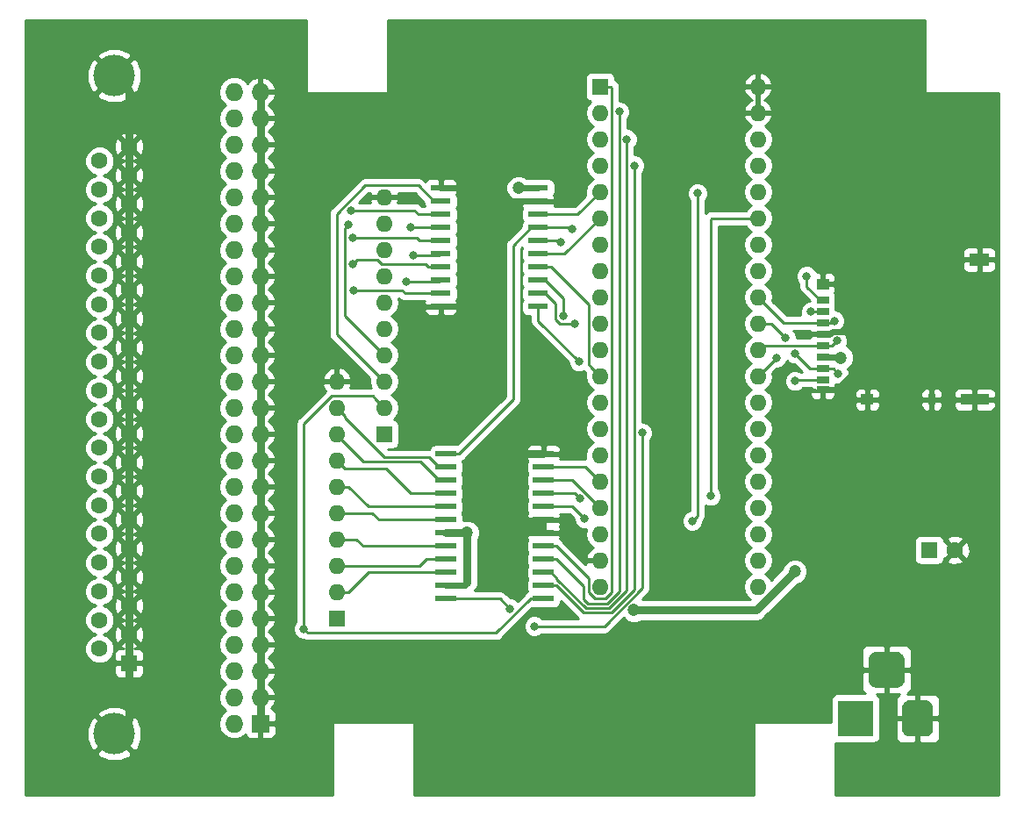
<source format=gbr>
G04 #@! TF.GenerationSoftware,KiCad,Pcbnew,5.0.2-bee76a0~70~ubuntu16.04.1*
G04 #@! TF.CreationDate,2022-08-11T15:43:15+02:00*
G04 #@! TF.ProjectId,QIC02EMU,51494330-3245-44d5-952e-6b696361645f,rev?*
G04 #@! TF.SameCoordinates,Original*
G04 #@! TF.FileFunction,Copper,L1,Top*
G04 #@! TF.FilePolarity,Positive*
%FSLAX46Y46*%
G04 Gerber Fmt 4.6, Leading zero omitted, Abs format (unit mm)*
G04 Created by KiCad (PCBNEW 5.0.2-bee76a0~70~ubuntu16.04.1) date tor 11 aug 2022 15:43:15*
%MOMM*%
%LPD*%
G01*
G04 APERTURE LIST*
G04 #@! TA.AperFunction,ComponentPad*
%ADD10R,1.600000X1.600000*%
G04 #@! TD*
G04 #@! TA.AperFunction,ComponentPad*
%ADD11C,1.600000*%
G04 #@! TD*
G04 #@! TA.AperFunction,ComponentPad*
%ADD12C,4.000000*%
G04 #@! TD*
G04 #@! TA.AperFunction,ComponentPad*
%ADD13R,1.727200X1.727200*%
G04 #@! TD*
G04 #@! TA.AperFunction,ComponentPad*
%ADD14O,1.727200X1.727200*%
G04 #@! TD*
G04 #@! TA.AperFunction,ComponentPad*
%ADD15R,3.500000X3.500000*%
G04 #@! TD*
G04 #@! TA.AperFunction,Conductor*
%ADD16C,0.100000*%
G04 #@! TD*
G04 #@! TA.AperFunction,ComponentPad*
%ADD17C,3.000000*%
G04 #@! TD*
G04 #@! TA.AperFunction,ComponentPad*
%ADD18C,3.500000*%
G04 #@! TD*
G04 #@! TA.AperFunction,SMDPad,CuDef*
%ADD19R,1.200000X0.700000*%
G04 #@! TD*
G04 #@! TA.AperFunction,SMDPad,CuDef*
%ADD20R,1.200000X1.000000*%
G04 #@! TD*
G04 #@! TA.AperFunction,SMDPad,CuDef*
%ADD21R,0.800000X1.000000*%
G04 #@! TD*
G04 #@! TA.AperFunction,SMDPad,CuDef*
%ADD22R,2.800000X1.000000*%
G04 #@! TD*
G04 #@! TA.AperFunction,SMDPad,CuDef*
%ADD23R,1.900000X1.300000*%
G04 #@! TD*
G04 #@! TA.AperFunction,ComponentPad*
%ADD24O,1.600000X1.600000*%
G04 #@! TD*
G04 #@! TA.AperFunction,SMDPad,CuDef*
%ADD25R,1.950000X0.600000*%
G04 #@! TD*
G04 #@! TA.AperFunction,SMDPad,CuDef*
%ADD26R,2.000000X0.600000*%
G04 #@! TD*
G04 #@! TA.AperFunction,ViaPad*
%ADD27C,1.200000*%
G04 #@! TD*
G04 #@! TA.AperFunction,ViaPad*
%ADD28C,0.800000*%
G04 #@! TD*
G04 #@! TA.AperFunction,Conductor*
%ADD29C,0.600000*%
G04 #@! TD*
G04 #@! TA.AperFunction,Conductor*
%ADD30C,0.800000*%
G04 #@! TD*
G04 #@! TA.AperFunction,Conductor*
%ADD31C,0.250000*%
G04 #@! TD*
G04 #@! TA.AperFunction,Conductor*
%ADD32C,0.254000*%
G04 #@! TD*
G04 APERTURE END LIST*
D10*
G04 #@! TO.P,J4,1*
G04 #@! TO.N,GND*
X84328000Y-146558000D03*
D11*
G04 #@! TO.P,J4,2*
X84328000Y-143788000D03*
G04 #@! TO.P,J4,3*
X84328000Y-141018000D03*
G04 #@! TO.P,J4,4*
X84328000Y-138248000D03*
G04 #@! TO.P,J4,5*
X84328000Y-135478000D03*
G04 #@! TO.P,J4,6*
X84328000Y-132708000D03*
G04 #@! TO.P,J4,7*
X84328000Y-129938000D03*
G04 #@! TO.P,J4,8*
X84328000Y-127168000D03*
G04 #@! TO.P,J4,9*
X84328000Y-124398000D03*
G04 #@! TO.P,J4,10*
X84328000Y-121628000D03*
G04 #@! TO.P,J4,11*
X84328000Y-118858000D03*
G04 #@! TO.P,J4,12*
X84328000Y-116088000D03*
G04 #@! TO.P,J4,13*
X84328000Y-113318000D03*
G04 #@! TO.P,J4,14*
X84328000Y-110548000D03*
G04 #@! TO.P,J4,15*
X84328000Y-107778000D03*
G04 #@! TO.P,J4,16*
X84328000Y-105008000D03*
G04 #@! TO.P,J4,17*
X84328000Y-102238000D03*
G04 #@! TO.P,J4,18*
X84328000Y-99468000D03*
G04 #@! TO.P,J4,19*
X84328000Y-96698000D03*
G04 #@! TO.P,J4,20*
G04 #@! TO.N,/~HBP*
X81488000Y-145173000D03*
G04 #@! TO.P,J4,21*
G04 #@! TO.N,/~HB7*
X81488000Y-142403000D03*
G04 #@! TO.P,J4,22*
G04 #@! TO.N,/~HB6*
X81488000Y-139633000D03*
G04 #@! TO.P,J4,23*
G04 #@! TO.N,/~HB5*
X81488000Y-136863000D03*
G04 #@! TO.P,J4,24*
G04 #@! TO.N,/~HB4*
X81488000Y-134093000D03*
G04 #@! TO.P,J4,25*
G04 #@! TO.N,/~HB3*
X81488000Y-131323000D03*
G04 #@! TO.P,J4,26*
G04 #@! TO.N,/~HB2*
X81488000Y-128553000D03*
G04 #@! TO.P,J4,27*
G04 #@! TO.N,/~HB1*
X81488000Y-125783000D03*
G04 #@! TO.P,J4,28*
G04 #@! TO.N,/~HB0*
X81488000Y-123013000D03*
G04 #@! TO.P,J4,29*
G04 #@! TO.N,/~ONL*
X81488000Y-120243000D03*
G04 #@! TO.P,J4,30*
G04 #@! TO.N,/~REQ*
X81488000Y-117473000D03*
G04 #@! TO.P,J4,31*
G04 #@! TO.N,/~RST*
X81488000Y-114703000D03*
G04 #@! TO.P,J4,32*
G04 #@! TO.N,/~XFR*
X81488000Y-111933000D03*
G04 #@! TO.P,J4,33*
G04 #@! TO.N,/~ACK*
X81488000Y-109163000D03*
G04 #@! TO.P,J4,34*
G04 #@! TO.N,/~RDY*
X81488000Y-106393000D03*
G04 #@! TO.P,J4,35*
G04 #@! TO.N,/~EXC*
X81488000Y-103623000D03*
G04 #@! TO.P,J4,36*
G04 #@! TO.N,/~DIR*
X81488000Y-100853000D03*
G04 #@! TO.P,J4,37*
G04 #@! TO.N,Net-(J4-Pad37)*
X81488000Y-98083000D03*
D12*
G04 #@! TO.P,J4,0*
G04 #@! TO.N,GND*
X82908000Y-89878000D03*
X82908000Y-153378000D03*
G04 #@! TD*
D13*
G04 #@! TO.P,J3,1*
G04 #@! TO.N,GND*
X97028000Y-152400000D03*
D14*
G04 #@! TO.P,J3,2*
G04 #@! TO.N,Net-(J3-Pad2)*
X94488000Y-152400000D03*
G04 #@! TO.P,J3,3*
G04 #@! TO.N,GND*
X97028000Y-149860000D03*
G04 #@! TO.P,J3,4*
G04 #@! TO.N,Net-(J3-Pad4)*
X94488000Y-149860000D03*
G04 #@! TO.P,J3,5*
G04 #@! TO.N,GND*
X97028000Y-147320000D03*
G04 #@! TO.P,J3,6*
G04 #@! TO.N,Net-(J3-Pad6)*
X94488000Y-147320000D03*
G04 #@! TO.P,J3,7*
G04 #@! TO.N,GND*
X97028000Y-144780000D03*
G04 #@! TO.P,J3,8*
G04 #@! TO.N,Net-(J3-Pad8)*
X94488000Y-144780000D03*
G04 #@! TO.P,J3,9*
G04 #@! TO.N,GND*
X97028000Y-142240000D03*
G04 #@! TO.P,J3,10*
G04 #@! TO.N,/~HBP*
X94488000Y-142240000D03*
G04 #@! TO.P,J3,11*
G04 #@! TO.N,GND*
X97028000Y-139700000D03*
G04 #@! TO.P,J3,12*
G04 #@! TO.N,/~HB7*
X94488000Y-139700000D03*
G04 #@! TO.P,J3,13*
G04 #@! TO.N,GND*
X97028000Y-137160000D03*
G04 #@! TO.P,J3,14*
G04 #@! TO.N,/~HB6*
X94488000Y-137160000D03*
G04 #@! TO.P,J3,15*
G04 #@! TO.N,GND*
X97028000Y-134620000D03*
G04 #@! TO.P,J3,16*
G04 #@! TO.N,/~HB5*
X94488000Y-134620000D03*
G04 #@! TO.P,J3,17*
G04 #@! TO.N,GND*
X97028000Y-132080000D03*
G04 #@! TO.P,J3,18*
G04 #@! TO.N,/~HB4*
X94488000Y-132080000D03*
G04 #@! TO.P,J3,19*
G04 #@! TO.N,GND*
X97028000Y-129540000D03*
G04 #@! TO.P,J3,20*
G04 #@! TO.N,/~HB3*
X94488000Y-129540000D03*
G04 #@! TO.P,J3,21*
G04 #@! TO.N,GND*
X97028000Y-127000000D03*
G04 #@! TO.P,J3,22*
G04 #@! TO.N,/~HB2*
X94488000Y-127000000D03*
G04 #@! TO.P,J3,23*
G04 #@! TO.N,GND*
X97028000Y-124460000D03*
G04 #@! TO.P,J3,24*
G04 #@! TO.N,/~HB1*
X94488000Y-124460000D03*
G04 #@! TO.P,J3,25*
G04 #@! TO.N,GND*
X97028000Y-121920000D03*
G04 #@! TO.P,J3,26*
G04 #@! TO.N,/~HB0*
X94488000Y-121920000D03*
G04 #@! TO.P,J3,27*
G04 #@! TO.N,GND*
X97028000Y-119380000D03*
G04 #@! TO.P,J3,28*
G04 #@! TO.N,/~ONL*
X94488000Y-119380000D03*
G04 #@! TO.P,J3,29*
G04 #@! TO.N,GND*
X97028000Y-116840000D03*
G04 #@! TO.P,J3,30*
G04 #@! TO.N,/~REQ*
X94488000Y-116840000D03*
G04 #@! TO.P,J3,31*
G04 #@! TO.N,GND*
X97028000Y-114300000D03*
G04 #@! TO.P,J3,32*
G04 #@! TO.N,/~RST*
X94488000Y-114300000D03*
G04 #@! TO.P,J3,33*
G04 #@! TO.N,GND*
X97028000Y-111760000D03*
G04 #@! TO.P,J3,34*
G04 #@! TO.N,/~XFR*
X94488000Y-111760000D03*
G04 #@! TO.P,J3,35*
G04 #@! TO.N,GND*
X97028000Y-109220000D03*
G04 #@! TO.P,J3,36*
G04 #@! TO.N,/~ACK*
X94488000Y-109220000D03*
G04 #@! TO.P,J3,37*
G04 #@! TO.N,GND*
X97028000Y-106680000D03*
G04 #@! TO.P,J3,38*
G04 #@! TO.N,/~RDY*
X94488000Y-106680000D03*
G04 #@! TO.P,J3,39*
G04 #@! TO.N,GND*
X97028000Y-104140000D03*
G04 #@! TO.P,J3,40*
G04 #@! TO.N,/~EXC*
X94488000Y-104140000D03*
G04 #@! TO.P,J3,41*
G04 #@! TO.N,GND*
X97028000Y-101600000D03*
G04 #@! TO.P,J3,42*
G04 #@! TO.N,/~DIR*
X94488000Y-101600000D03*
G04 #@! TO.P,J3,43*
G04 #@! TO.N,GND*
X97028000Y-99060000D03*
G04 #@! TO.P,J3,44*
G04 #@! TO.N,Net-(J3-Pad44)*
X94488000Y-99060000D03*
G04 #@! TO.P,J3,45*
G04 #@! TO.N,GND*
X97028000Y-96520000D03*
G04 #@! TO.P,J3,46*
G04 #@! TO.N,Net-(J3-Pad46)*
X94488000Y-96520000D03*
G04 #@! TO.P,J3,47*
G04 #@! TO.N,GND*
X97028000Y-93980000D03*
G04 #@! TO.P,J3,48*
G04 #@! TO.N,Net-(J3-Pad48)*
X94488000Y-93980000D03*
G04 #@! TO.P,J3,49*
G04 #@! TO.N,GND*
X97028000Y-91440000D03*
G04 #@! TO.P,J3,50*
G04 #@! TO.N,Net-(J3-Pad50)*
X94488000Y-91440000D03*
G04 #@! TD*
D10*
G04 #@! TO.P,C1,1*
G04 #@! TO.N,+5V*
X161544000Y-135636000D03*
D11*
G04 #@! TO.P,C1,2*
G04 #@! TO.N,GND*
X164044000Y-135636000D03*
G04 #@! TD*
D15*
G04 #@! TO.P,J1,1*
G04 #@! TO.N,+5V*
X154432000Y-151892000D03*
D16*
G04 #@! TD*
G04 #@! TO.N,GND*
G04 #@! TO.C,J1*
G36*
X161255513Y-150145611D02*
X161328318Y-150156411D01*
X161399714Y-150174295D01*
X161469013Y-150199090D01*
X161535548Y-150230559D01*
X161598678Y-150268398D01*
X161657795Y-150312242D01*
X161712330Y-150361670D01*
X161761758Y-150416205D01*
X161805602Y-150475322D01*
X161843441Y-150538452D01*
X161874910Y-150604987D01*
X161899705Y-150674286D01*
X161917589Y-150745682D01*
X161928389Y-150818487D01*
X161932000Y-150892000D01*
X161932000Y-152892000D01*
X161928389Y-152965513D01*
X161917589Y-153038318D01*
X161899705Y-153109714D01*
X161874910Y-153179013D01*
X161843441Y-153245548D01*
X161805602Y-153308678D01*
X161761758Y-153367795D01*
X161712330Y-153422330D01*
X161657795Y-153471758D01*
X161598678Y-153515602D01*
X161535548Y-153553441D01*
X161469013Y-153584910D01*
X161399714Y-153609705D01*
X161328318Y-153627589D01*
X161255513Y-153638389D01*
X161182000Y-153642000D01*
X159682000Y-153642000D01*
X159608487Y-153638389D01*
X159535682Y-153627589D01*
X159464286Y-153609705D01*
X159394987Y-153584910D01*
X159328452Y-153553441D01*
X159265322Y-153515602D01*
X159206205Y-153471758D01*
X159151670Y-153422330D01*
X159102242Y-153367795D01*
X159058398Y-153308678D01*
X159020559Y-153245548D01*
X158989090Y-153179013D01*
X158964295Y-153109714D01*
X158946411Y-153038318D01*
X158935611Y-152965513D01*
X158932000Y-152892000D01*
X158932000Y-150892000D01*
X158935611Y-150818487D01*
X158946411Y-150745682D01*
X158964295Y-150674286D01*
X158989090Y-150604987D01*
X159020559Y-150538452D01*
X159058398Y-150475322D01*
X159102242Y-150416205D01*
X159151670Y-150361670D01*
X159206205Y-150312242D01*
X159265322Y-150268398D01*
X159328452Y-150230559D01*
X159394987Y-150199090D01*
X159464286Y-150174295D01*
X159535682Y-150156411D01*
X159608487Y-150145611D01*
X159682000Y-150142000D01*
X161182000Y-150142000D01*
X161255513Y-150145611D01*
X161255513Y-150145611D01*
G37*
D17*
G04 #@! TO.P,J1,2*
G04 #@! TO.N,GND*
X160432000Y-151892000D03*
D16*
G04 #@! TD*
G04 #@! TO.N,GND*
G04 #@! TO.C,J1*
G36*
X158392765Y-145446213D02*
X158477704Y-145458813D01*
X158560999Y-145479677D01*
X158641848Y-145508605D01*
X158719472Y-145545319D01*
X158793124Y-145589464D01*
X158862094Y-145640616D01*
X158925718Y-145698282D01*
X158983384Y-145761906D01*
X159034536Y-145830876D01*
X159078681Y-145904528D01*
X159115395Y-145982152D01*
X159144323Y-146063001D01*
X159165187Y-146146296D01*
X159177787Y-146231235D01*
X159182000Y-146317000D01*
X159182000Y-148067000D01*
X159177787Y-148152765D01*
X159165187Y-148237704D01*
X159144323Y-148320999D01*
X159115395Y-148401848D01*
X159078681Y-148479472D01*
X159034536Y-148553124D01*
X158983384Y-148622094D01*
X158925718Y-148685718D01*
X158862094Y-148743384D01*
X158793124Y-148794536D01*
X158719472Y-148838681D01*
X158641848Y-148875395D01*
X158560999Y-148904323D01*
X158477704Y-148925187D01*
X158392765Y-148937787D01*
X158307000Y-148942000D01*
X156557000Y-148942000D01*
X156471235Y-148937787D01*
X156386296Y-148925187D01*
X156303001Y-148904323D01*
X156222152Y-148875395D01*
X156144528Y-148838681D01*
X156070876Y-148794536D01*
X156001906Y-148743384D01*
X155938282Y-148685718D01*
X155880616Y-148622094D01*
X155829464Y-148553124D01*
X155785319Y-148479472D01*
X155748605Y-148401848D01*
X155719677Y-148320999D01*
X155698813Y-148237704D01*
X155686213Y-148152765D01*
X155682000Y-148067000D01*
X155682000Y-146317000D01*
X155686213Y-146231235D01*
X155698813Y-146146296D01*
X155719677Y-146063001D01*
X155748605Y-145982152D01*
X155785319Y-145904528D01*
X155829464Y-145830876D01*
X155880616Y-145761906D01*
X155938282Y-145698282D01*
X156001906Y-145640616D01*
X156070876Y-145589464D01*
X156144528Y-145545319D01*
X156222152Y-145508605D01*
X156303001Y-145479677D01*
X156386296Y-145458813D01*
X156471235Y-145446213D01*
X156557000Y-145442000D01*
X158307000Y-145442000D01*
X158392765Y-145446213D01*
X158392765Y-145446213D01*
G37*
D18*
G04 #@! TO.P,J1,3*
G04 #@! TO.N,GND*
X157432000Y-147192000D03*
G04 #@! TD*
D19*
G04 #@! TO.P,J2,9*
G04 #@! TO.N,GND*
X151279000Y-120175000D03*
G04 #@! TO.P,J2,8*
G04 #@! TO.N,Net-(J2-Pad8)*
X151279000Y-119225000D03*
G04 #@! TO.P,J2,1*
G04 #@! TO.N,Net-(J2-Pad1)*
X151279000Y-111525000D03*
G04 #@! TO.P,J2,2*
G04 #@! TO.N,/SD_CS*
X151279000Y-112625000D03*
G04 #@! TO.P,J2,3*
G04 #@! TO.N,/SD_MOSI*
X151279000Y-113725000D03*
G04 #@! TO.P,J2,4*
G04 #@! TO.N,GND*
X151279000Y-114825000D03*
G04 #@! TO.P,J2,5*
G04 #@! TO.N,/SD_CLK*
X151279000Y-115925000D03*
G04 #@! TO.P,J2,6*
G04 #@! TO.N,+3V3*
X151279000Y-117025000D03*
G04 #@! TO.P,J2,7*
G04 #@! TO.N,/SD_MISO*
X151279000Y-118125000D03*
D20*
G04 #@! TO.P,J2,11*
G04 #@! TO.N,GND*
X151279000Y-109975000D03*
X155579000Y-121125000D03*
D21*
G04 #@! TO.P,J2,10*
X161779000Y-121125000D03*
D22*
G04 #@! TO.P,J2,11*
X165929000Y-121125000D03*
D23*
X166379000Y-107625000D03*
G04 #@! TD*
D10*
G04 #@! TO.P,U1,1*
G04 #@! TO.N,/D4*
X129794000Y-90932000D03*
D24*
G04 #@! TO.P,U1,21*
G04 #@! TO.N,Net-(U1-Pad21)*
X145034000Y-139192000D03*
G04 #@! TO.P,U1,2*
G04 #@! TO.N,/D5*
X129794000Y-93472000D03*
G04 #@! TO.P,U1,22*
G04 #@! TO.N,Net-(U1-Pad22)*
X145034000Y-136652000D03*
G04 #@! TO.P,U1,3*
G04 #@! TO.N,/D6*
X129794000Y-96012000D03*
G04 #@! TO.P,U1,23*
G04 #@! TO.N,Net-(U1-Pad23)*
X145034000Y-134112000D03*
G04 #@! TO.P,U1,4*
G04 #@! TO.N,/D7*
X129794000Y-98552000D03*
G04 #@! TO.P,U1,24*
G04 #@! TO.N,Net-(U1-Pad24)*
X145034000Y-131572000D03*
G04 #@! TO.P,U1,5*
G04 #@! TO.N,/IONL*
X129794000Y-101092000D03*
G04 #@! TO.P,U1,25*
G04 #@! TO.N,/IACK*
X145034000Y-129032000D03*
G04 #@! TO.P,U1,6*
G04 #@! TO.N,/IEXC*
X129794000Y-103632000D03*
G04 #@! TO.P,U1,26*
G04 #@! TO.N,/IRDY*
X145034000Y-126492000D03*
G04 #@! TO.P,U1,7*
G04 #@! TO.N,/IDIR*
X129794000Y-106172000D03*
G04 #@! TO.P,U1,27*
G04 #@! TO.N,Net-(U1-Pad27)*
X145034000Y-123952000D03*
G04 #@! TO.P,U1,8*
G04 #@! TO.N,Net-(U1-Pad8)*
X129794000Y-108712000D03*
G04 #@! TO.P,U1,28*
G04 #@! TO.N,Net-(U1-Pad28)*
X145034000Y-121412000D03*
G04 #@! TO.P,U1,9*
G04 #@! TO.N,Net-(U1-Pad9)*
X129794000Y-111252000D03*
G04 #@! TO.P,U1,29*
G04 #@! TO.N,/SD_CS*
X145034000Y-118872000D03*
G04 #@! TO.P,U1,10*
G04 #@! TO.N,/IXFR*
X129794000Y-113792000D03*
G04 #@! TO.P,U1,30*
G04 #@! TO.N,/SD_CLK*
X145034000Y-116332000D03*
G04 #@! TO.P,U1,11*
G04 #@! TO.N,/IREQ*
X129794000Y-116332000D03*
G04 #@! TO.P,U1,31*
G04 #@! TO.N,/SD_MISO*
X145034000Y-113792000D03*
G04 #@! TO.P,U1,12*
G04 #@! TO.N,/IRST*
X129794000Y-118872000D03*
G04 #@! TO.P,U1,32*
G04 #@! TO.N,/SD_MOSI*
X145034000Y-111252000D03*
G04 #@! TO.P,U1,13*
G04 #@! TO.N,Net-(U1-Pad13)*
X129794000Y-121412000D03*
G04 #@! TO.P,U1,33*
G04 #@! TO.N,Net-(U1-Pad33)*
X145034000Y-108712000D03*
G04 #@! TO.P,U1,14*
G04 #@! TO.N,/PE*
X129794000Y-123952000D03*
G04 #@! TO.P,U1,34*
G04 #@! TO.N,Net-(U1-Pad34)*
X145034000Y-106172000D03*
G04 #@! TO.P,U1,15*
G04 #@! TO.N,Net-(U1-Pad15)*
X129794000Y-126492000D03*
G04 #@! TO.P,U1,35*
G04 #@! TO.N,/D2*
X145034000Y-103632000D03*
G04 #@! TO.P,U1,16*
G04 #@! TO.N,/D0*
X129794000Y-129032000D03*
G04 #@! TO.P,U1,36*
G04 #@! TO.N,/D3*
X145034000Y-101092000D03*
G04 #@! TO.P,U1,17*
G04 #@! TO.N,/D1*
X129794000Y-131572000D03*
G04 #@! TO.P,U1,37*
G04 #@! TO.N,Net-(U1-Pad37)*
X145034000Y-98552000D03*
G04 #@! TO.P,U1,18*
G04 #@! TO.N,+5V*
X129794000Y-134112000D03*
G04 #@! TO.P,U1,38*
G04 #@! TO.N,+3V3*
X145034000Y-96012000D03*
G04 #@! TO.P,U1,19*
G04 #@! TO.N,GND*
X129794000Y-136652000D03*
G04 #@! TO.P,U1,39*
X145034000Y-93472000D03*
G04 #@! TO.P,U1,20*
G04 #@! TO.N,+3V3*
X129794000Y-139192000D03*
G04 #@! TO.P,U1,40*
G04 #@! TO.N,GND*
X145034000Y-90932000D03*
G04 #@! TD*
D25*
G04 #@! TO.P,U3,1*
G04 #@! TO.N,GND*
X114426000Y-100711000D03*
G04 #@! TO.P,U3,2*
G04 #@! TO.N,/~ONL*
X114426000Y-101981000D03*
G04 #@! TO.P,U3,3*
G04 #@! TO.N,/~DIR*
X114426000Y-103251000D03*
G04 #@! TO.P,U3,4*
G04 #@! TO.N,/~REQ*
X114426000Y-104521000D03*
G04 #@! TO.P,U3,5*
G04 #@! TO.N,/~EXC*
X114426000Y-105791000D03*
G04 #@! TO.P,U3,6*
G04 #@! TO.N,/~RST*
X114426000Y-107061000D03*
G04 #@! TO.P,U3,7*
G04 #@! TO.N,/~RDY*
X114426000Y-108331000D03*
G04 #@! TO.P,U3,8*
G04 #@! TO.N,/~XFR*
X114426000Y-109601000D03*
G04 #@! TO.P,U3,9*
G04 #@! TO.N,/~ACK*
X114426000Y-110871000D03*
G04 #@! TO.P,U3,10*
G04 #@! TO.N,GND*
X114426000Y-112141000D03*
G04 #@! TO.P,U3,11*
G04 #@! TO.N,/IACK*
X123826000Y-112141000D03*
G04 #@! TO.P,U3,12*
G04 #@! TO.N,/IXFR*
X123826000Y-110871000D03*
G04 #@! TO.P,U3,13*
G04 #@! TO.N,/IRDY*
X123826000Y-109601000D03*
G04 #@! TO.P,U3,14*
G04 #@! TO.N,/IRST*
X123826000Y-108331000D03*
G04 #@! TO.P,U3,15*
G04 #@! TO.N,/IEXC*
X123826000Y-107061000D03*
G04 #@! TO.P,U3,16*
G04 #@! TO.N,/IREQ*
X123826000Y-105791000D03*
G04 #@! TO.P,U3,17*
G04 #@! TO.N,/IDIR*
X123826000Y-104521000D03*
G04 #@! TO.P,U3,18*
G04 #@! TO.N,/IONL*
X123826000Y-103251000D03*
G04 #@! TO.P,U3,19*
G04 #@! TO.N,GND*
X123826000Y-101981000D03*
G04 #@! TO.P,U3,20*
G04 #@! TO.N,+5V*
X123826000Y-100711000D03*
G04 #@! TD*
D26*
G04 #@! TO.P,U2,1*
G04 #@! TO.N,/IDIR*
X114934000Y-126365000D03*
G04 #@! TO.P,U2,2*
G04 #@! TO.N,/~HB0*
X114934000Y-127635000D03*
G04 #@! TO.P,U2,3*
G04 #@! TO.N,/~HB1*
X114934000Y-128905000D03*
G04 #@! TO.P,U2,4*
G04 #@! TO.N,/~HB2*
X114934000Y-130175000D03*
G04 #@! TO.P,U2,5*
G04 #@! TO.N,/~HB3*
X114934000Y-131445000D03*
G04 #@! TO.P,U2,6*
G04 #@! TO.N,/~HB4*
X114934000Y-132715000D03*
G04 #@! TO.P,U2,7*
G04 #@! TO.N,+5V*
X114934000Y-133985000D03*
G04 #@! TO.P,U2,8*
G04 #@! TO.N,/~HB5*
X114934000Y-135255000D03*
G04 #@! TO.P,U2,9*
G04 #@! TO.N,/~HB6*
X114934000Y-136525000D03*
G04 #@! TO.P,U2,10*
G04 #@! TO.N,/~HB7*
X114934000Y-137795000D03*
G04 #@! TO.P,U2,11*
G04 #@! TO.N,+5V*
X114934000Y-139065000D03*
G04 #@! TO.P,U2,12*
G04 #@! TO.N,/PE*
X114934000Y-140335000D03*
G04 #@! TO.P,U2,13*
G04 #@! TO.N,/~HBP*
X124334000Y-140335000D03*
G04 #@! TO.P,U2,14*
G04 #@! TO.N,/D7*
X124334000Y-139065000D03*
G04 #@! TO.P,U2,15*
G04 #@! TO.N,/D6*
X124334000Y-137795000D03*
G04 #@! TO.P,U2,16*
G04 #@! TO.N,/D5*
X124334000Y-136525000D03*
G04 #@! TO.P,U2,17*
G04 #@! TO.N,/D4*
X124334000Y-135255000D03*
G04 #@! TO.P,U2,18*
G04 #@! TO.N,GND*
X124334000Y-133985000D03*
G04 #@! TO.P,U2,19*
X124334000Y-132715000D03*
G04 #@! TO.P,U2,20*
G04 #@! TO.N,/D3*
X124334000Y-131445000D03*
G04 #@! TO.P,U2,21*
G04 #@! TO.N,/D2*
X124334000Y-130175000D03*
G04 #@! TO.P,U2,22*
G04 #@! TO.N,/D1*
X124334000Y-128905000D03*
G04 #@! TO.P,U2,23*
G04 #@! TO.N,/D0*
X124334000Y-127635000D03*
G04 #@! TO.P,U2,24*
G04 #@! TO.N,GND*
X124334000Y-126365000D03*
G04 #@! TD*
D24*
G04 #@! TO.P,RN2,10*
G04 #@! TO.N,GND*
X108966000Y-101600000D03*
G04 #@! TO.P,RN2,9*
G04 #@! TO.N,Net-(RN2-Pad9)*
X108966000Y-104140000D03*
G04 #@! TO.P,RN2,8*
G04 #@! TO.N,Net-(RN2-Pad8)*
X108966000Y-106680000D03*
G04 #@! TO.P,RN2,7*
G04 #@! TO.N,Net-(RN2-Pad7)*
X108966000Y-109220000D03*
G04 #@! TO.P,RN2,6*
G04 #@! TO.N,/~XFR*
X108966000Y-111760000D03*
G04 #@! TO.P,RN2,5*
G04 #@! TO.N,/~RST*
X108966000Y-114300000D03*
G04 #@! TO.P,RN2,4*
G04 #@! TO.N,/~REQ*
X108966000Y-116840000D03*
G04 #@! TO.P,RN2,3*
G04 #@! TO.N,/~ONL*
X108966000Y-119380000D03*
G04 #@! TO.P,RN2,2*
G04 #@! TO.N,/~HBP*
X108966000Y-121920000D03*
D10*
G04 #@! TO.P,RN2,1*
G04 #@! TO.N,+5V*
X108966000Y-124460000D03*
G04 #@! TD*
G04 #@! TO.P,RN1,1*
G04 #@! TO.N,+5V*
X104394000Y-142240000D03*
D24*
G04 #@! TO.P,RN1,2*
G04 #@! TO.N,/~HB7*
X104394000Y-139700000D03*
G04 #@! TO.P,RN1,3*
G04 #@! TO.N,/~HB6*
X104394000Y-137160000D03*
G04 #@! TO.P,RN1,4*
G04 #@! TO.N,/~HB5*
X104394000Y-134620000D03*
G04 #@! TO.P,RN1,5*
G04 #@! TO.N,/~HB4*
X104394000Y-132080000D03*
G04 #@! TO.P,RN1,6*
G04 #@! TO.N,/~HB3*
X104394000Y-129540000D03*
G04 #@! TO.P,RN1,7*
G04 #@! TO.N,/~HB2*
X104394000Y-127000000D03*
G04 #@! TO.P,RN1,8*
G04 #@! TO.N,/~HB1*
X104394000Y-124460000D03*
G04 #@! TO.P,RN1,9*
G04 #@! TO.N,/~HB0*
X104394000Y-121920000D03*
G04 #@! TO.P,RN1,10*
G04 #@! TO.N,GND*
X104394000Y-119380000D03*
G04 #@! TD*
D27*
G04 #@! TO.N,+5V*
X121920000Y-100711000D03*
X116967000Y-133985000D03*
G04 #@! TO.N,GND*
X117602000Y-100838000D03*
X117983000Y-112141000D03*
X122047000Y-133350000D03*
X117348000Y-127381000D03*
X122047000Y-135850010D03*
D28*
X155321000Y-116967000D03*
G04 #@! TO.N,/~XFR*
X111125000Y-109728000D03*
G04 #@! TO.N,/~RST*
X111760000Y-107188000D03*
G04 #@! TO.N,/~REQ*
X105537000Y-104267000D03*
X111506000Y-104521000D03*
G04 #@! TO.N,/~HBP*
X94488000Y-142240000D03*
X101219000Y-143256000D03*
D27*
G04 #@! TO.N,+3V3*
X153035000Y-117094000D03*
X133061395Y-141443395D03*
X148590000Y-137708002D03*
D28*
G04 #@! TO.N,Net-(J2-Pad1)*
X149733000Y-109220000D03*
G04 #@! TO.N,/SD_CS*
X150114000Y-112649000D03*
X146812000Y-117094000D03*
G04 #@! TO.N,/SD_MOSI*
X152400000Y-113538000D03*
G04 #@! TO.N,/SD_CLK*
X152654000Y-115443000D03*
G04 #@! TO.N,Net-(J2-Pad8)*
X148590000Y-119331500D03*
G04 #@! TO.N,/SD_MISO*
X152781000Y-118618000D03*
X147701000Y-115200000D03*
X148590000Y-116713000D03*
G04 #@! TO.N,/IDIR*
X127127000Y-104648000D03*
G04 #@! TO.N,/PE*
X121100347Y-141293347D03*
X123444000Y-143002000D03*
X133858000Y-124333000D03*
G04 #@! TO.N,/D7*
X133094001Y-98552000D03*
G04 #@! TO.N,/D6*
X132369001Y-96012000D03*
G04 #@! TO.N,/D5*
X131644001Y-93345000D03*
G04 #@! TO.N,/D3*
X128270000Y-132588000D03*
X138684000Y-132842000D03*
X139192000Y-101219000D03*
G04 #@! TO.N,/D2*
X127884347Y-130687653D03*
X140462000Y-130429000D03*
G04 #@! TO.N,/~DIR*
X105791000Y-102870000D03*
G04 #@! TO.N,/~EXC*
X105918000Y-105537000D03*
G04 #@! TO.N,/~RDY*
X105918000Y-108077000D03*
G04 #@! TO.N,/~ACK*
X105999399Y-110571399D03*
G04 #@! TO.N,/IACK*
X127762000Y-117475000D03*
G04 #@! TO.N,/IXFR*
X127381000Y-113792000D03*
G04 #@! TO.N,/IRDY*
X126237998Y-113030000D03*
G04 #@! TO.N,/IREQ*
X125984000Y-105918000D03*
G04 #@! TD*
D29*
G04 #@! TO.N,+5V*
X121920000Y-100711000D02*
X123826000Y-100711000D01*
D30*
X114934000Y-133985000D02*
X116967000Y-133985000D01*
X116967000Y-138832000D02*
X116967000Y-134833528D01*
D29*
X116734000Y-139065000D02*
X116967000Y-138832000D01*
D30*
X116967000Y-134833528D02*
X116967000Y-133985000D01*
D29*
X114934000Y-139065000D02*
X116734000Y-139065000D01*
D31*
G04 #@! TO.N,/~HB7*
X113684000Y-137795000D02*
X114934000Y-137795000D01*
X107430370Y-137795000D02*
X113684000Y-137795000D01*
X105525370Y-139700000D02*
X107430370Y-137795000D01*
X104394000Y-139700000D02*
X105525370Y-139700000D01*
G04 #@! TO.N,/~HB6*
X104394000Y-137160000D02*
X112395000Y-137160000D01*
X113030000Y-136525000D02*
X114934000Y-136525000D01*
X112395000Y-137160000D02*
X113030000Y-136525000D01*
G04 #@! TO.N,/~HB5*
X104394000Y-134620000D02*
X106299000Y-134620000D01*
X106934000Y-135255000D02*
X114934000Y-135255000D01*
X106299000Y-134620000D02*
X106934000Y-135255000D01*
G04 #@! TO.N,/~HB4*
X104394000Y-132080000D02*
X107823000Y-132080000D01*
X108458000Y-132715000D02*
X114934000Y-132715000D01*
X107823000Y-132080000D02*
X108458000Y-132715000D01*
G04 #@! TO.N,/~HB3*
X113684000Y-131445000D02*
X114934000Y-131445000D01*
X107430370Y-131445000D02*
X113684000Y-131445000D01*
X105525370Y-129540000D02*
X107430370Y-131445000D01*
X104394000Y-129540000D02*
X105525370Y-129540000D01*
G04 #@! TO.N,/~HB2*
X105193999Y-127799999D02*
X109130999Y-127799999D01*
X104394000Y-127000000D02*
X105193999Y-127799999D01*
X111506000Y-130175000D02*
X114934000Y-130175000D01*
X109130999Y-127799999D02*
X111506000Y-130175000D01*
G04 #@! TO.N,/~HB1*
X114234000Y-128905000D02*
X114934000Y-128905000D01*
X104394000Y-124460000D02*
X104394000Y-124587000D01*
X106934000Y-127127000D02*
X112456000Y-127127000D01*
X104394000Y-124587000D02*
X106934000Y-127127000D01*
X112456000Y-127127000D02*
X114234000Y-128905000D01*
G04 #@! TO.N,/~HB0*
X113275990Y-126676990D02*
X114234000Y-127635000D01*
X108997988Y-126676990D02*
X113275990Y-126676990D01*
X114234000Y-127635000D02*
X114934000Y-127635000D01*
X105193999Y-122873001D02*
X108997988Y-126676990D01*
X105193999Y-122719999D02*
X105193999Y-122873001D01*
X104394000Y-121920000D02*
X105193999Y-122719999D01*
D30*
G04 #@! TO.N,GND*
X97028000Y-91440000D02*
X97028000Y-152400000D01*
X84328000Y-146558000D02*
X84328000Y-96698000D01*
X84328000Y-151958000D02*
X82908000Y-153378000D01*
X84328000Y-146558000D02*
X84328000Y-151958000D01*
D29*
X117602000Y-100711000D02*
X114553000Y-100711000D01*
D30*
X84328000Y-91298000D02*
X82908000Y-89878000D01*
X84328000Y-96698000D02*
X84328000Y-91298000D01*
D29*
X117983000Y-112141000D02*
X114426000Y-112141000D01*
X123699000Y-133350000D02*
X124334000Y-132715000D01*
D30*
X122047000Y-133350000D02*
X123699000Y-133350000D01*
D29*
X123699000Y-133350000D02*
X124334000Y-133985000D01*
D30*
X117348000Y-127381000D02*
X118364000Y-126365000D01*
X122047000Y-133350000D02*
X122047000Y-126619000D01*
X122301000Y-126365000D02*
X124334000Y-126365000D01*
X122047000Y-126619000D02*
X122301000Y-126365000D01*
X118364000Y-126365000D02*
X122301000Y-126365000D01*
D29*
X118745000Y-101981000D02*
X117602000Y-100838000D01*
X123826000Y-101981000D02*
X118745000Y-101981000D01*
D30*
X122047000Y-135850010D02*
X122047000Y-133350000D01*
D29*
X152221999Y-114542999D02*
X153658999Y-114542999D01*
X151939998Y-114825000D02*
X152221999Y-114542999D01*
X151279000Y-114825000D02*
X151939998Y-114825000D01*
X155321000Y-116205000D02*
X155321000Y-116967000D01*
X153658999Y-114542999D02*
X155321000Y-116205000D01*
X154921001Y-117366999D02*
X155321000Y-116967000D01*
X154921001Y-117810001D02*
X154921001Y-117366999D01*
X152556002Y-120175000D02*
X154921001Y-117810001D01*
X151279000Y-120175000D02*
X152556002Y-120175000D01*
D31*
G04 #@! TO.N,/~XFR*
X114299000Y-109728000D02*
X114426000Y-109601000D01*
X111125000Y-109728000D02*
X114299000Y-109728000D01*
G04 #@! TO.N,/~RST*
X114299000Y-107188000D02*
X114426000Y-107061000D01*
X111760000Y-107188000D02*
X114299000Y-107188000D01*
G04 #@! TO.N,/~REQ*
X105192999Y-104611001D02*
X105537000Y-104267000D01*
X105192999Y-113066999D02*
X105192999Y-104611001D01*
X108966000Y-116840000D02*
X105192999Y-113066999D01*
X112071685Y-104521000D02*
X114426000Y-104521000D01*
X111506000Y-104521000D02*
X112071685Y-104521000D01*
G04 #@! TO.N,/~ONL*
X112244999Y-100474999D02*
X113751000Y-101981000D01*
X107112999Y-100474999D02*
X112244999Y-100474999D01*
X113751000Y-101981000D02*
X114426000Y-101981000D01*
X104394000Y-103193998D02*
X107112999Y-100474999D01*
X104394000Y-114808000D02*
X104394000Y-103193998D01*
X108966000Y-119380000D02*
X104394000Y-114808000D01*
G04 #@! TO.N,/~HBP*
X108166001Y-121120001D02*
X108966000Y-121920000D01*
X103853999Y-120794999D02*
X107840999Y-120794999D01*
X107840999Y-120794999D02*
X108166001Y-121120001D01*
X101219000Y-123429998D02*
X103853999Y-120794999D01*
X101219000Y-143256000D02*
X101219000Y-123429998D01*
X123084000Y-140335000D02*
X124334000Y-140335000D01*
X119763001Y-143655999D02*
X123084000Y-140335000D01*
X101618999Y-143655999D02*
X119763001Y-143655999D01*
X101219000Y-143256000D02*
X101618999Y-143655999D01*
D30*
G04 #@! TO.N,+3V3*
X152966000Y-117025000D02*
X153035000Y-117094000D01*
D29*
X151279000Y-117025000D02*
X152966000Y-117025000D01*
D30*
X144854607Y-141443395D02*
X148590000Y-137708002D01*
X133061395Y-141443395D02*
X144854607Y-141443395D01*
D31*
G04 #@! TO.N,Net-(J2-Pad1)*
X151029000Y-111525000D02*
X151279000Y-111525000D01*
X149733000Y-110229000D02*
X151029000Y-111525000D01*
X149733000Y-109220000D02*
X149733000Y-110229000D01*
G04 #@! TO.N,/SD_CS*
X150138000Y-112625000D02*
X150114000Y-112649000D01*
X151279000Y-112625000D02*
X150138000Y-112625000D01*
X145034000Y-118872000D02*
X146812000Y-117094000D01*
G04 #@! TO.N,/SD_MOSI*
X152213000Y-113725000D02*
X152400000Y-113538000D01*
X151279000Y-113725000D02*
X152213000Y-113725000D01*
X147507000Y-113725000D02*
X145034000Y-111252000D01*
X151279000Y-113725000D02*
X147507000Y-113725000D01*
G04 #@! TO.N,/SD_CLK*
X152172000Y-115925000D02*
X152654000Y-115443000D01*
X151279000Y-115925000D02*
X152172000Y-115925000D01*
X145441000Y-115925000D02*
X145034000Y-116332000D01*
X151279000Y-115925000D02*
X145441000Y-115925000D01*
G04 #@! TO.N,Net-(J2-Pad8)*
X148696500Y-119225000D02*
X148590000Y-119331500D01*
X151279000Y-119225000D02*
X148696500Y-119225000D01*
G04 #@! TO.N,/SD_MISO*
X152288000Y-118125000D02*
X151279000Y-118125000D01*
X152781000Y-118618000D02*
X152288000Y-118125000D01*
X146293000Y-113792000D02*
X147701000Y-115200000D01*
X145034000Y-113792000D02*
X146293000Y-113792000D01*
X150002000Y-118125000D02*
X151279000Y-118125000D01*
X148590000Y-116713000D02*
X150002000Y-118125000D01*
G04 #@! TO.N,/IDIR*
X116184000Y-126365000D02*
X121412000Y-121137000D01*
X114934000Y-126365000D02*
X116184000Y-126365000D01*
X123151000Y-104521000D02*
X123826000Y-104521000D01*
X121412000Y-106260000D02*
X123151000Y-104521000D01*
X121412000Y-121137000D02*
X121412000Y-106260000D01*
X127000000Y-104521000D02*
X127127000Y-104648000D01*
X123826000Y-104521000D02*
X127000000Y-104521000D01*
G04 #@! TO.N,/PE*
X120142000Y-140335000D02*
X121100347Y-141293347D01*
X114934000Y-140335000D02*
X120142000Y-140335000D01*
X133858000Y-139338642D02*
X133858000Y-124333000D01*
X130194642Y-143002000D02*
X133858000Y-139338642D01*
X123444000Y-143002000D02*
X130194642Y-143002000D01*
G04 #@! TO.N,/D7*
X124334000Y-139065000D02*
X125584000Y-139065000D01*
X125584000Y-139065000D02*
X128204027Y-141685027D01*
X133094001Y-139466231D02*
X133094001Y-98552000D01*
X130875205Y-141685027D02*
X133094001Y-139466231D01*
X128204027Y-141685027D02*
X130875205Y-141685027D01*
G04 #@! TO.N,/D6*
X132369001Y-139554821D02*
X132369001Y-96012000D01*
X130688804Y-141235018D02*
X132369001Y-139554821D01*
X124334000Y-137795000D02*
X125034000Y-137795000D01*
X125034000Y-137795000D02*
X125584000Y-138345000D01*
X128406609Y-141235019D02*
X130688804Y-141235018D01*
X125584000Y-138345000D02*
X125584000Y-138412410D01*
X125584000Y-138412410D02*
X128406609Y-141235019D01*
G04 #@! TO.N,/D5*
X128218989Y-139159989D02*
X128218989Y-140410989D01*
X125584000Y-136525000D02*
X128218989Y-139159989D01*
X124334000Y-136525000D02*
X125584000Y-136525000D01*
X128593009Y-140785009D02*
X130502403Y-140785009D01*
X128218989Y-140410989D02*
X128593009Y-140785009D01*
X130502403Y-140785009D02*
X131644001Y-139643411D01*
X131644001Y-139643411D02*
X131644001Y-93345000D01*
G04 #@! TO.N,/D4*
X125584000Y-135255000D02*
X128668999Y-138339999D01*
X128668999Y-139732001D02*
X129271998Y-140335000D01*
X128668999Y-138339999D02*
X128668999Y-139732001D01*
X124334000Y-135255000D02*
X125584000Y-135255000D01*
X130844000Y-90932000D02*
X129794000Y-90932000D01*
X130919001Y-91007001D02*
X130844000Y-90932000D01*
X130919001Y-139732001D02*
X130919001Y-91007001D01*
X130316002Y-140335000D02*
X130919001Y-139732001D01*
X129271998Y-140335000D02*
X130316002Y-140335000D01*
G04 #@! TO.N,/D3*
X127127000Y-131445000D02*
X128270000Y-132588000D01*
X124334000Y-131445000D02*
X127127000Y-131445000D01*
X138684000Y-132842000D02*
X139192000Y-132334000D01*
X139192000Y-132334000D02*
X139192000Y-101219000D01*
G04 #@! TO.N,/D2*
X127371694Y-130175000D02*
X127884347Y-130687653D01*
X124334000Y-130175000D02*
X127371694Y-130175000D01*
X140462000Y-130429000D02*
X140462000Y-103759000D01*
X140589000Y-103632000D02*
X145034000Y-103632000D01*
X140462000Y-103759000D02*
X140589000Y-103632000D01*
G04 #@! TO.N,/D1*
X127127000Y-128905000D02*
X129794000Y-131572000D01*
X124334000Y-128905000D02*
X127127000Y-128905000D01*
G04 #@! TO.N,/D0*
X128397000Y-127635000D02*
X129794000Y-129032000D01*
X124334000Y-127635000D02*
X128397000Y-127635000D01*
G04 #@! TO.N,/~DIR*
X105791000Y-102870000D02*
X111887000Y-102870000D01*
X112268000Y-103251000D02*
X114426000Y-103251000D01*
X111887000Y-102870000D02*
X112268000Y-103251000D01*
G04 #@! TO.N,/~EXC*
X105918000Y-105537000D02*
X112141000Y-105537000D01*
X112395000Y-105791000D02*
X114426000Y-105791000D01*
X112141000Y-105537000D02*
X112395000Y-105791000D01*
G04 #@! TO.N,/~RDY*
X113201000Y-108331000D02*
X114426000Y-108331000D01*
X112964999Y-108094999D02*
X113201000Y-108331000D01*
X108297999Y-107677001D02*
X108715997Y-108094999D01*
X108715997Y-108094999D02*
X112964999Y-108094999D01*
X106317999Y-107677001D02*
X108297999Y-107677001D01*
X105918000Y-108077000D02*
X106317999Y-107677001D01*
G04 #@! TO.N,/~ACK*
X105999399Y-110571399D02*
X110698399Y-110571399D01*
X110998000Y-110871000D02*
X114426000Y-110871000D01*
X110698399Y-110571399D02*
X110998000Y-110871000D01*
G04 #@! TO.N,/IACK*
X123826000Y-113539000D02*
X127762000Y-117475000D01*
X123826000Y-112141000D02*
X123826000Y-113539000D01*
G04 #@! TO.N,/IXFR*
X125926996Y-113792000D02*
X127381000Y-113792000D01*
X123826000Y-110871000D02*
X124501000Y-110871000D01*
X125512997Y-111882997D02*
X125512997Y-113378001D01*
X124501000Y-110871000D02*
X125512997Y-111882997D01*
X125512997Y-113378001D02*
X125926996Y-113792000D01*
G04 #@! TO.N,/IRDY*
X124501000Y-109601000D02*
X126237998Y-111337998D01*
X126237998Y-111337998D02*
X126237998Y-112464315D01*
X123826000Y-109601000D02*
X124501000Y-109601000D01*
X126237998Y-112464315D02*
X126237998Y-113030000D01*
G04 #@! TO.N,/IRST*
X128668999Y-117746999D02*
X128994001Y-118072001D01*
X128668999Y-111948999D02*
X128668999Y-117746999D01*
X125051000Y-108331000D02*
X128668999Y-111948999D01*
X128994001Y-118072001D02*
X129794000Y-118872000D01*
X123826000Y-108331000D02*
X125051000Y-108331000D01*
G04 #@! TO.N,/IEXC*
X126365000Y-107061000D02*
X129794000Y-103632000D01*
X123826000Y-107061000D02*
X126365000Y-107061000D01*
G04 #@! TO.N,/IREQ*
X125857000Y-105791000D02*
X125984000Y-105918000D01*
X123826000Y-105791000D02*
X125857000Y-105791000D01*
G04 #@! TO.N,/IONL*
X127635000Y-103251000D02*
X129794000Y-101092000D01*
X123826000Y-103251000D02*
X127635000Y-103251000D01*
G04 #@! TD*
D32*
G04 #@! TO.N,GND*
G36*
X101473000Y-91440000D02*
X101482667Y-91488601D01*
X101510197Y-91529803D01*
X101551399Y-91557333D01*
X101600000Y-91567000D01*
X109220000Y-91567000D01*
X109268601Y-91557333D01*
X109309803Y-91529803D01*
X109337333Y-91488601D01*
X109347000Y-91440000D01*
X109347000Y-84530000D01*
X161163000Y-84530000D01*
X161163000Y-91440000D01*
X161172667Y-91488601D01*
X161200197Y-91529803D01*
X161241399Y-91557333D01*
X161290000Y-91567000D01*
X168200000Y-91567000D01*
X168200001Y-159310000D01*
X152527000Y-159310000D01*
X152527000Y-154258609D01*
X152682000Y-154289440D01*
X156182000Y-154289440D01*
X156429765Y-154240157D01*
X156639809Y-154099809D01*
X156780157Y-153889765D01*
X156829440Y-153642000D01*
X156829440Y-152177750D01*
X158297000Y-152177750D01*
X158297000Y-153768310D01*
X158393673Y-154001699D01*
X158572302Y-154180327D01*
X158805691Y-154277000D01*
X160146250Y-154277000D01*
X160305000Y-154118250D01*
X160305000Y-152019000D01*
X160559000Y-152019000D01*
X160559000Y-154118250D01*
X160717750Y-154277000D01*
X162058309Y-154277000D01*
X162291698Y-154180327D01*
X162470327Y-154001699D01*
X162567000Y-153768310D01*
X162567000Y-152177750D01*
X162408250Y-152019000D01*
X160559000Y-152019000D01*
X160305000Y-152019000D01*
X158455750Y-152019000D01*
X158297000Y-152177750D01*
X156829440Y-152177750D01*
X156829440Y-150142000D01*
X156780157Y-149894235D01*
X156639809Y-149684191D01*
X156479388Y-149577000D01*
X157146250Y-149577000D01*
X157305000Y-149418250D01*
X157305000Y-147319000D01*
X157559000Y-147319000D01*
X157559000Y-149418250D01*
X157717750Y-149577000D01*
X158636696Y-149577000D01*
X158572302Y-149603673D01*
X158393673Y-149782301D01*
X158297000Y-150015690D01*
X158297000Y-151606250D01*
X158455750Y-151765000D01*
X160305000Y-151765000D01*
X160305000Y-149665750D01*
X160559000Y-149665750D01*
X160559000Y-151765000D01*
X162408250Y-151765000D01*
X162567000Y-151606250D01*
X162567000Y-150015690D01*
X162470327Y-149782301D01*
X162291698Y-149603673D01*
X162058309Y-149507000D01*
X160717750Y-149507000D01*
X160559000Y-149665750D01*
X160305000Y-149665750D01*
X160146250Y-149507000D01*
X159477304Y-149507000D01*
X159541698Y-149480327D01*
X159720327Y-149301699D01*
X159817000Y-149068310D01*
X159817000Y-147477750D01*
X159658250Y-147319000D01*
X157559000Y-147319000D01*
X157305000Y-147319000D01*
X155205750Y-147319000D01*
X155047000Y-147477750D01*
X155047000Y-149068310D01*
X155143673Y-149301699D01*
X155322302Y-149480327D01*
X155356663Y-149494560D01*
X152682000Y-149494560D01*
X152434235Y-149543843D01*
X152224191Y-149684191D01*
X152083843Y-149894235D01*
X152034560Y-150142000D01*
X152034560Y-152273000D01*
X144780000Y-152273000D01*
X144731399Y-152282667D01*
X144690197Y-152310197D01*
X144662667Y-152351399D01*
X144653000Y-152400000D01*
X144653000Y-159310000D01*
X111887000Y-159310000D01*
X111887000Y-152400000D01*
X111877333Y-152351399D01*
X111849803Y-152310197D01*
X111808601Y-152282667D01*
X111760000Y-152273000D01*
X104140000Y-152273000D01*
X104091399Y-152282667D01*
X104050197Y-152310197D01*
X104022667Y-152351399D01*
X104013000Y-152400000D01*
X104013000Y-159310000D01*
X74370000Y-159310000D01*
X74370000Y-155253022D01*
X81212584Y-155253022D01*
X81433353Y-155623743D01*
X82405012Y-156017119D01*
X83453247Y-156008713D01*
X84382647Y-155623743D01*
X84603416Y-155253022D01*
X82908000Y-153557605D01*
X81212584Y-155253022D01*
X74370000Y-155253022D01*
X74370000Y-152875012D01*
X80268881Y-152875012D01*
X80277287Y-153923247D01*
X80662257Y-154852647D01*
X81032978Y-155073416D01*
X82728395Y-153378000D01*
X83087605Y-153378000D01*
X84783022Y-155073416D01*
X85153743Y-154852647D01*
X85547119Y-153880988D01*
X85538713Y-152832753D01*
X85153743Y-151903353D01*
X84783022Y-151682584D01*
X83087605Y-153378000D01*
X82728395Y-153378000D01*
X81032978Y-151682584D01*
X80662257Y-151903353D01*
X80268881Y-152875012D01*
X74370000Y-152875012D01*
X74370000Y-151502978D01*
X81212584Y-151502978D01*
X82908000Y-153198395D01*
X84603416Y-151502978D01*
X84382647Y-151132257D01*
X83410988Y-150738881D01*
X82362753Y-150747287D01*
X81433353Y-151132257D01*
X81212584Y-151502978D01*
X74370000Y-151502978D01*
X74370000Y-146843750D01*
X82893000Y-146843750D01*
X82893000Y-147484309D01*
X82989673Y-147717698D01*
X83168301Y-147896327D01*
X83401690Y-147993000D01*
X84042250Y-147993000D01*
X84201000Y-147834250D01*
X84201000Y-146685000D01*
X84455000Y-146685000D01*
X84455000Y-147834250D01*
X84613750Y-147993000D01*
X85254310Y-147993000D01*
X85487699Y-147896327D01*
X85666327Y-147717698D01*
X85763000Y-147484309D01*
X85763000Y-146843750D01*
X85604250Y-146685000D01*
X84455000Y-146685000D01*
X84201000Y-146685000D01*
X83051750Y-146685000D01*
X82893000Y-146843750D01*
X74370000Y-146843750D01*
X74370000Y-97797561D01*
X80053000Y-97797561D01*
X80053000Y-98368439D01*
X80271466Y-98895862D01*
X80675138Y-99299534D01*
X81081850Y-99468000D01*
X80675138Y-99636466D01*
X80271466Y-100040138D01*
X80053000Y-100567561D01*
X80053000Y-101138439D01*
X80271466Y-101665862D01*
X80675138Y-102069534D01*
X81081850Y-102238000D01*
X80675138Y-102406466D01*
X80271466Y-102810138D01*
X80053000Y-103337561D01*
X80053000Y-103908439D01*
X80271466Y-104435862D01*
X80675138Y-104839534D01*
X81081850Y-105008000D01*
X80675138Y-105176466D01*
X80271466Y-105580138D01*
X80053000Y-106107561D01*
X80053000Y-106678439D01*
X80271466Y-107205862D01*
X80675138Y-107609534D01*
X81081850Y-107778000D01*
X80675138Y-107946466D01*
X80271466Y-108350138D01*
X80053000Y-108877561D01*
X80053000Y-109448439D01*
X80271466Y-109975862D01*
X80675138Y-110379534D01*
X81081850Y-110548000D01*
X80675138Y-110716466D01*
X80271466Y-111120138D01*
X80053000Y-111647561D01*
X80053000Y-112218439D01*
X80271466Y-112745862D01*
X80675138Y-113149534D01*
X81081850Y-113318000D01*
X80675138Y-113486466D01*
X80271466Y-113890138D01*
X80053000Y-114417561D01*
X80053000Y-114988439D01*
X80271466Y-115515862D01*
X80675138Y-115919534D01*
X81081850Y-116088000D01*
X80675138Y-116256466D01*
X80271466Y-116660138D01*
X80053000Y-117187561D01*
X80053000Y-117758439D01*
X80271466Y-118285862D01*
X80675138Y-118689534D01*
X81081850Y-118858000D01*
X80675138Y-119026466D01*
X80271466Y-119430138D01*
X80053000Y-119957561D01*
X80053000Y-120528439D01*
X80271466Y-121055862D01*
X80675138Y-121459534D01*
X81081850Y-121628000D01*
X80675138Y-121796466D01*
X80271466Y-122200138D01*
X80053000Y-122727561D01*
X80053000Y-123298439D01*
X80271466Y-123825862D01*
X80675138Y-124229534D01*
X81081850Y-124398000D01*
X80675138Y-124566466D01*
X80271466Y-124970138D01*
X80053000Y-125497561D01*
X80053000Y-126068439D01*
X80271466Y-126595862D01*
X80675138Y-126999534D01*
X81081850Y-127168000D01*
X80675138Y-127336466D01*
X80271466Y-127740138D01*
X80053000Y-128267561D01*
X80053000Y-128838439D01*
X80271466Y-129365862D01*
X80675138Y-129769534D01*
X81081850Y-129938000D01*
X80675138Y-130106466D01*
X80271466Y-130510138D01*
X80053000Y-131037561D01*
X80053000Y-131608439D01*
X80271466Y-132135862D01*
X80675138Y-132539534D01*
X81081850Y-132708000D01*
X80675138Y-132876466D01*
X80271466Y-133280138D01*
X80053000Y-133807561D01*
X80053000Y-134378439D01*
X80271466Y-134905862D01*
X80675138Y-135309534D01*
X81081850Y-135478000D01*
X80675138Y-135646466D01*
X80271466Y-136050138D01*
X80053000Y-136577561D01*
X80053000Y-137148439D01*
X80271466Y-137675862D01*
X80675138Y-138079534D01*
X81081850Y-138248000D01*
X80675138Y-138416466D01*
X80271466Y-138820138D01*
X80053000Y-139347561D01*
X80053000Y-139918439D01*
X80271466Y-140445862D01*
X80675138Y-140849534D01*
X81081850Y-141018000D01*
X80675138Y-141186466D01*
X80271466Y-141590138D01*
X80053000Y-142117561D01*
X80053000Y-142688439D01*
X80271466Y-143215862D01*
X80675138Y-143619534D01*
X81081850Y-143788000D01*
X80675138Y-143956466D01*
X80271466Y-144360138D01*
X80053000Y-144887561D01*
X80053000Y-145458439D01*
X80271466Y-145985862D01*
X80675138Y-146389534D01*
X81202561Y-146608000D01*
X81773439Y-146608000D01*
X82300862Y-146389534D01*
X82704534Y-145985862D01*
X82851236Y-145631691D01*
X82893000Y-145631691D01*
X82893000Y-146272250D01*
X83051750Y-146431000D01*
X84201000Y-146431000D01*
X84201000Y-146411000D01*
X84455000Y-146411000D01*
X84455000Y-146431000D01*
X85604250Y-146431000D01*
X85763000Y-146272250D01*
X85763000Y-145631691D01*
X85666327Y-145398302D01*
X85487699Y-145219673D01*
X85254310Y-145123000D01*
X84886126Y-145123000D01*
X85082005Y-145041864D01*
X85156139Y-144795745D01*
X84328000Y-143967605D01*
X83499861Y-144795745D01*
X83573995Y-145041864D01*
X83799724Y-145123000D01*
X83401690Y-145123000D01*
X83168301Y-145219673D01*
X82989673Y-145398302D01*
X82893000Y-145631691D01*
X82851236Y-145631691D01*
X82923000Y-145458439D01*
X82923000Y-144887561D01*
X82704534Y-144360138D01*
X82300862Y-143956466D01*
X81894150Y-143788000D01*
X82300862Y-143619534D01*
X82349173Y-143571223D01*
X82881035Y-143571223D01*
X82908222Y-144141454D01*
X83074136Y-144542005D01*
X83320255Y-144616139D01*
X84148395Y-143788000D01*
X84507605Y-143788000D01*
X85335745Y-144616139D01*
X85581864Y-144542005D01*
X85774965Y-144004777D01*
X85747778Y-143434546D01*
X85581864Y-143033995D01*
X85335745Y-142959861D01*
X84507605Y-143788000D01*
X84148395Y-143788000D01*
X83320255Y-142959861D01*
X83074136Y-143033995D01*
X82881035Y-143571223D01*
X82349173Y-143571223D01*
X82704534Y-143215862D01*
X82923000Y-142688439D01*
X82923000Y-142117561D01*
X82884969Y-142025745D01*
X83499861Y-142025745D01*
X83573995Y-142271864D01*
X83912999Y-142393716D01*
X83573995Y-142534136D01*
X83499861Y-142780255D01*
X84328000Y-143608395D01*
X85156139Y-142780255D01*
X85082005Y-142534136D01*
X84743001Y-142412284D01*
X85082005Y-142271864D01*
X85156139Y-142025745D01*
X84328000Y-141197605D01*
X83499861Y-142025745D01*
X82884969Y-142025745D01*
X82704534Y-141590138D01*
X82300862Y-141186466D01*
X81894150Y-141018000D01*
X82300862Y-140849534D01*
X82349173Y-140801223D01*
X82881035Y-140801223D01*
X82908222Y-141371454D01*
X83074136Y-141772005D01*
X83320255Y-141846139D01*
X84148395Y-141018000D01*
X84507605Y-141018000D01*
X85335745Y-141846139D01*
X85581864Y-141772005D01*
X85774965Y-141234777D01*
X85747778Y-140664546D01*
X85581864Y-140263995D01*
X85335745Y-140189861D01*
X84507605Y-141018000D01*
X84148395Y-141018000D01*
X83320255Y-140189861D01*
X83074136Y-140263995D01*
X82881035Y-140801223D01*
X82349173Y-140801223D01*
X82704534Y-140445862D01*
X82923000Y-139918439D01*
X82923000Y-139347561D01*
X82884969Y-139255745D01*
X83499861Y-139255745D01*
X83573995Y-139501864D01*
X83912999Y-139623716D01*
X83573995Y-139764136D01*
X83499861Y-140010255D01*
X84328000Y-140838395D01*
X85156139Y-140010255D01*
X85082005Y-139764136D01*
X84743001Y-139642284D01*
X85082005Y-139501864D01*
X85156139Y-139255745D01*
X84328000Y-138427605D01*
X83499861Y-139255745D01*
X82884969Y-139255745D01*
X82704534Y-138820138D01*
X82300862Y-138416466D01*
X81894150Y-138248000D01*
X82300862Y-138079534D01*
X82349173Y-138031223D01*
X82881035Y-138031223D01*
X82908222Y-138601454D01*
X83074136Y-139002005D01*
X83320255Y-139076139D01*
X84148395Y-138248000D01*
X84507605Y-138248000D01*
X85335745Y-139076139D01*
X85581864Y-139002005D01*
X85774965Y-138464777D01*
X85747778Y-137894546D01*
X85581864Y-137493995D01*
X85335745Y-137419861D01*
X84507605Y-138248000D01*
X84148395Y-138248000D01*
X83320255Y-137419861D01*
X83074136Y-137493995D01*
X82881035Y-138031223D01*
X82349173Y-138031223D01*
X82704534Y-137675862D01*
X82923000Y-137148439D01*
X82923000Y-136577561D01*
X82884969Y-136485745D01*
X83499861Y-136485745D01*
X83573995Y-136731864D01*
X83912999Y-136853716D01*
X83573995Y-136994136D01*
X83499861Y-137240255D01*
X84328000Y-138068395D01*
X85156139Y-137240255D01*
X85082005Y-136994136D01*
X84743001Y-136872284D01*
X85082005Y-136731864D01*
X85156139Y-136485745D01*
X84328000Y-135657605D01*
X83499861Y-136485745D01*
X82884969Y-136485745D01*
X82704534Y-136050138D01*
X82300862Y-135646466D01*
X81894150Y-135478000D01*
X82300862Y-135309534D01*
X82349173Y-135261223D01*
X82881035Y-135261223D01*
X82908222Y-135831454D01*
X83074136Y-136232005D01*
X83320255Y-136306139D01*
X84148395Y-135478000D01*
X84507605Y-135478000D01*
X85335745Y-136306139D01*
X85581864Y-136232005D01*
X85774965Y-135694777D01*
X85747778Y-135124546D01*
X85581864Y-134723995D01*
X85335745Y-134649861D01*
X84507605Y-135478000D01*
X84148395Y-135478000D01*
X83320255Y-134649861D01*
X83074136Y-134723995D01*
X82881035Y-135261223D01*
X82349173Y-135261223D01*
X82704534Y-134905862D01*
X82923000Y-134378439D01*
X82923000Y-133807561D01*
X82884969Y-133715745D01*
X83499861Y-133715745D01*
X83573995Y-133961864D01*
X83912999Y-134083716D01*
X83573995Y-134224136D01*
X83499861Y-134470255D01*
X84328000Y-135298395D01*
X85156139Y-134470255D01*
X85082005Y-134224136D01*
X84743001Y-134102284D01*
X85082005Y-133961864D01*
X85156139Y-133715745D01*
X84328000Y-132887605D01*
X83499861Y-133715745D01*
X82884969Y-133715745D01*
X82704534Y-133280138D01*
X82300862Y-132876466D01*
X81894150Y-132708000D01*
X82300862Y-132539534D01*
X82349173Y-132491223D01*
X82881035Y-132491223D01*
X82908222Y-133061454D01*
X83074136Y-133462005D01*
X83320255Y-133536139D01*
X84148395Y-132708000D01*
X84507605Y-132708000D01*
X85335745Y-133536139D01*
X85581864Y-133462005D01*
X85774965Y-132924777D01*
X85747778Y-132354546D01*
X85581864Y-131953995D01*
X85335745Y-131879861D01*
X84507605Y-132708000D01*
X84148395Y-132708000D01*
X83320255Y-131879861D01*
X83074136Y-131953995D01*
X82881035Y-132491223D01*
X82349173Y-132491223D01*
X82704534Y-132135862D01*
X82923000Y-131608439D01*
X82923000Y-131037561D01*
X82884969Y-130945745D01*
X83499861Y-130945745D01*
X83573995Y-131191864D01*
X83912999Y-131313716D01*
X83573995Y-131454136D01*
X83499861Y-131700255D01*
X84328000Y-132528395D01*
X85156139Y-131700255D01*
X85082005Y-131454136D01*
X84743001Y-131332284D01*
X85082005Y-131191864D01*
X85156139Y-130945745D01*
X84328000Y-130117605D01*
X83499861Y-130945745D01*
X82884969Y-130945745D01*
X82704534Y-130510138D01*
X82300862Y-130106466D01*
X81894150Y-129938000D01*
X82300862Y-129769534D01*
X82349173Y-129721223D01*
X82881035Y-129721223D01*
X82908222Y-130291454D01*
X83074136Y-130692005D01*
X83320255Y-130766139D01*
X84148395Y-129938000D01*
X84507605Y-129938000D01*
X85335745Y-130766139D01*
X85581864Y-130692005D01*
X85774965Y-130154777D01*
X85747778Y-129584546D01*
X85581864Y-129183995D01*
X85335745Y-129109861D01*
X84507605Y-129938000D01*
X84148395Y-129938000D01*
X83320255Y-129109861D01*
X83074136Y-129183995D01*
X82881035Y-129721223D01*
X82349173Y-129721223D01*
X82704534Y-129365862D01*
X82923000Y-128838439D01*
X82923000Y-128267561D01*
X82884969Y-128175745D01*
X83499861Y-128175745D01*
X83573995Y-128421864D01*
X83912999Y-128543716D01*
X83573995Y-128684136D01*
X83499861Y-128930255D01*
X84328000Y-129758395D01*
X85156139Y-128930255D01*
X85082005Y-128684136D01*
X84743001Y-128562284D01*
X85082005Y-128421864D01*
X85156139Y-128175745D01*
X84328000Y-127347605D01*
X83499861Y-128175745D01*
X82884969Y-128175745D01*
X82704534Y-127740138D01*
X82300862Y-127336466D01*
X81894150Y-127168000D01*
X82300862Y-126999534D01*
X82349173Y-126951223D01*
X82881035Y-126951223D01*
X82908222Y-127521454D01*
X83074136Y-127922005D01*
X83320255Y-127996139D01*
X84148395Y-127168000D01*
X84507605Y-127168000D01*
X85335745Y-127996139D01*
X85581864Y-127922005D01*
X85774965Y-127384777D01*
X85747778Y-126814546D01*
X85581864Y-126413995D01*
X85335745Y-126339861D01*
X84507605Y-127168000D01*
X84148395Y-127168000D01*
X83320255Y-126339861D01*
X83074136Y-126413995D01*
X82881035Y-126951223D01*
X82349173Y-126951223D01*
X82704534Y-126595862D01*
X82923000Y-126068439D01*
X82923000Y-125497561D01*
X82884969Y-125405745D01*
X83499861Y-125405745D01*
X83573995Y-125651864D01*
X83912999Y-125773716D01*
X83573995Y-125914136D01*
X83499861Y-126160255D01*
X84328000Y-126988395D01*
X85156139Y-126160255D01*
X85082005Y-125914136D01*
X84743001Y-125792284D01*
X85082005Y-125651864D01*
X85156139Y-125405745D01*
X84328000Y-124577605D01*
X83499861Y-125405745D01*
X82884969Y-125405745D01*
X82704534Y-124970138D01*
X82300862Y-124566466D01*
X81894150Y-124398000D01*
X82300862Y-124229534D01*
X82349173Y-124181223D01*
X82881035Y-124181223D01*
X82908222Y-124751454D01*
X83074136Y-125152005D01*
X83320255Y-125226139D01*
X84148395Y-124398000D01*
X84507605Y-124398000D01*
X85335745Y-125226139D01*
X85581864Y-125152005D01*
X85774965Y-124614777D01*
X85747778Y-124044546D01*
X85581864Y-123643995D01*
X85335745Y-123569861D01*
X84507605Y-124398000D01*
X84148395Y-124398000D01*
X83320255Y-123569861D01*
X83074136Y-123643995D01*
X82881035Y-124181223D01*
X82349173Y-124181223D01*
X82704534Y-123825862D01*
X82923000Y-123298439D01*
X82923000Y-122727561D01*
X82884969Y-122635745D01*
X83499861Y-122635745D01*
X83573995Y-122881864D01*
X83912999Y-123003716D01*
X83573995Y-123144136D01*
X83499861Y-123390255D01*
X84328000Y-124218395D01*
X85156139Y-123390255D01*
X85082005Y-123144136D01*
X84743001Y-123022284D01*
X85082005Y-122881864D01*
X85156139Y-122635745D01*
X84328000Y-121807605D01*
X83499861Y-122635745D01*
X82884969Y-122635745D01*
X82704534Y-122200138D01*
X82300862Y-121796466D01*
X81894150Y-121628000D01*
X82300862Y-121459534D01*
X82349173Y-121411223D01*
X82881035Y-121411223D01*
X82908222Y-121981454D01*
X83074136Y-122382005D01*
X83320255Y-122456139D01*
X84148395Y-121628000D01*
X84507605Y-121628000D01*
X85335745Y-122456139D01*
X85581864Y-122382005D01*
X85774965Y-121844777D01*
X85747778Y-121274546D01*
X85581864Y-120873995D01*
X85335745Y-120799861D01*
X84507605Y-121628000D01*
X84148395Y-121628000D01*
X83320255Y-120799861D01*
X83074136Y-120873995D01*
X82881035Y-121411223D01*
X82349173Y-121411223D01*
X82704534Y-121055862D01*
X82923000Y-120528439D01*
X82923000Y-119957561D01*
X82884969Y-119865745D01*
X83499861Y-119865745D01*
X83573995Y-120111864D01*
X83912999Y-120233716D01*
X83573995Y-120374136D01*
X83499861Y-120620255D01*
X84328000Y-121448395D01*
X85156139Y-120620255D01*
X85082005Y-120374136D01*
X84743001Y-120252284D01*
X85082005Y-120111864D01*
X85156139Y-119865745D01*
X84328000Y-119037605D01*
X83499861Y-119865745D01*
X82884969Y-119865745D01*
X82704534Y-119430138D01*
X82300862Y-119026466D01*
X81894150Y-118858000D01*
X82300862Y-118689534D01*
X82349173Y-118641223D01*
X82881035Y-118641223D01*
X82908222Y-119211454D01*
X83074136Y-119612005D01*
X83320255Y-119686139D01*
X84148395Y-118858000D01*
X84507605Y-118858000D01*
X85335745Y-119686139D01*
X85581864Y-119612005D01*
X85774965Y-119074777D01*
X85747778Y-118504546D01*
X85581864Y-118103995D01*
X85335745Y-118029861D01*
X84507605Y-118858000D01*
X84148395Y-118858000D01*
X83320255Y-118029861D01*
X83074136Y-118103995D01*
X82881035Y-118641223D01*
X82349173Y-118641223D01*
X82704534Y-118285862D01*
X82923000Y-117758439D01*
X82923000Y-117187561D01*
X82884969Y-117095745D01*
X83499861Y-117095745D01*
X83573995Y-117341864D01*
X83912999Y-117463716D01*
X83573995Y-117604136D01*
X83499861Y-117850255D01*
X84328000Y-118678395D01*
X85156139Y-117850255D01*
X85082005Y-117604136D01*
X84743001Y-117482284D01*
X85082005Y-117341864D01*
X85156139Y-117095745D01*
X84328000Y-116267605D01*
X83499861Y-117095745D01*
X82884969Y-117095745D01*
X82704534Y-116660138D01*
X82300862Y-116256466D01*
X81894150Y-116088000D01*
X82300862Y-115919534D01*
X82349173Y-115871223D01*
X82881035Y-115871223D01*
X82908222Y-116441454D01*
X83074136Y-116842005D01*
X83320255Y-116916139D01*
X84148395Y-116088000D01*
X84507605Y-116088000D01*
X85335745Y-116916139D01*
X85581864Y-116842005D01*
X85774965Y-116304777D01*
X85747778Y-115734546D01*
X85581864Y-115333995D01*
X85335745Y-115259861D01*
X84507605Y-116088000D01*
X84148395Y-116088000D01*
X83320255Y-115259861D01*
X83074136Y-115333995D01*
X82881035Y-115871223D01*
X82349173Y-115871223D01*
X82704534Y-115515862D01*
X82923000Y-114988439D01*
X82923000Y-114417561D01*
X82884969Y-114325745D01*
X83499861Y-114325745D01*
X83573995Y-114571864D01*
X83912999Y-114693716D01*
X83573995Y-114834136D01*
X83499861Y-115080255D01*
X84328000Y-115908395D01*
X85156139Y-115080255D01*
X85082005Y-114834136D01*
X84743001Y-114712284D01*
X85082005Y-114571864D01*
X85156139Y-114325745D01*
X84328000Y-113497605D01*
X83499861Y-114325745D01*
X82884969Y-114325745D01*
X82704534Y-113890138D01*
X82300862Y-113486466D01*
X81894150Y-113318000D01*
X82300862Y-113149534D01*
X82349173Y-113101223D01*
X82881035Y-113101223D01*
X82908222Y-113671454D01*
X83074136Y-114072005D01*
X83320255Y-114146139D01*
X84148395Y-113318000D01*
X84507605Y-113318000D01*
X85335745Y-114146139D01*
X85581864Y-114072005D01*
X85774965Y-113534777D01*
X85747778Y-112964546D01*
X85581864Y-112563995D01*
X85335745Y-112489861D01*
X84507605Y-113318000D01*
X84148395Y-113318000D01*
X83320255Y-112489861D01*
X83074136Y-112563995D01*
X82881035Y-113101223D01*
X82349173Y-113101223D01*
X82704534Y-112745862D01*
X82923000Y-112218439D01*
X82923000Y-111647561D01*
X82884969Y-111555745D01*
X83499861Y-111555745D01*
X83573995Y-111801864D01*
X83912999Y-111923716D01*
X83573995Y-112064136D01*
X83499861Y-112310255D01*
X84328000Y-113138395D01*
X85156139Y-112310255D01*
X85082005Y-112064136D01*
X84743001Y-111942284D01*
X85082005Y-111801864D01*
X85156139Y-111555745D01*
X84328000Y-110727605D01*
X83499861Y-111555745D01*
X82884969Y-111555745D01*
X82704534Y-111120138D01*
X82300862Y-110716466D01*
X81894150Y-110548000D01*
X82300862Y-110379534D01*
X82349173Y-110331223D01*
X82881035Y-110331223D01*
X82908222Y-110901454D01*
X83074136Y-111302005D01*
X83320255Y-111376139D01*
X84148395Y-110548000D01*
X84507605Y-110548000D01*
X85335745Y-111376139D01*
X85581864Y-111302005D01*
X85774965Y-110764777D01*
X85747778Y-110194546D01*
X85581864Y-109793995D01*
X85335745Y-109719861D01*
X84507605Y-110548000D01*
X84148395Y-110548000D01*
X83320255Y-109719861D01*
X83074136Y-109793995D01*
X82881035Y-110331223D01*
X82349173Y-110331223D01*
X82704534Y-109975862D01*
X82923000Y-109448439D01*
X82923000Y-108877561D01*
X82884969Y-108785745D01*
X83499861Y-108785745D01*
X83573995Y-109031864D01*
X83912999Y-109153716D01*
X83573995Y-109294136D01*
X83499861Y-109540255D01*
X84328000Y-110368395D01*
X85156139Y-109540255D01*
X85082005Y-109294136D01*
X84743001Y-109172284D01*
X85082005Y-109031864D01*
X85156139Y-108785745D01*
X84328000Y-107957605D01*
X83499861Y-108785745D01*
X82884969Y-108785745D01*
X82704534Y-108350138D01*
X82300862Y-107946466D01*
X81894150Y-107778000D01*
X82300862Y-107609534D01*
X82349173Y-107561223D01*
X82881035Y-107561223D01*
X82908222Y-108131454D01*
X83074136Y-108532005D01*
X83320255Y-108606139D01*
X84148395Y-107778000D01*
X84507605Y-107778000D01*
X85335745Y-108606139D01*
X85581864Y-108532005D01*
X85774965Y-107994777D01*
X85747778Y-107424546D01*
X85581864Y-107023995D01*
X85335745Y-106949861D01*
X84507605Y-107778000D01*
X84148395Y-107778000D01*
X83320255Y-106949861D01*
X83074136Y-107023995D01*
X82881035Y-107561223D01*
X82349173Y-107561223D01*
X82704534Y-107205862D01*
X82923000Y-106678439D01*
X82923000Y-106107561D01*
X82884969Y-106015745D01*
X83499861Y-106015745D01*
X83573995Y-106261864D01*
X83912999Y-106383716D01*
X83573995Y-106524136D01*
X83499861Y-106770255D01*
X84328000Y-107598395D01*
X85156139Y-106770255D01*
X85082005Y-106524136D01*
X84743001Y-106402284D01*
X85082005Y-106261864D01*
X85156139Y-106015745D01*
X84328000Y-105187605D01*
X83499861Y-106015745D01*
X82884969Y-106015745D01*
X82704534Y-105580138D01*
X82300862Y-105176466D01*
X81894150Y-105008000D01*
X82300862Y-104839534D01*
X82349173Y-104791223D01*
X82881035Y-104791223D01*
X82908222Y-105361454D01*
X83074136Y-105762005D01*
X83320255Y-105836139D01*
X84148395Y-105008000D01*
X84507605Y-105008000D01*
X85335745Y-105836139D01*
X85581864Y-105762005D01*
X85774965Y-105224777D01*
X85747778Y-104654546D01*
X85581864Y-104253995D01*
X85335745Y-104179861D01*
X84507605Y-105008000D01*
X84148395Y-105008000D01*
X83320255Y-104179861D01*
X83074136Y-104253995D01*
X82881035Y-104791223D01*
X82349173Y-104791223D01*
X82704534Y-104435862D01*
X82923000Y-103908439D01*
X82923000Y-103337561D01*
X82884969Y-103245745D01*
X83499861Y-103245745D01*
X83573995Y-103491864D01*
X83912999Y-103613716D01*
X83573995Y-103754136D01*
X83499861Y-104000255D01*
X84328000Y-104828395D01*
X85156139Y-104000255D01*
X85082005Y-103754136D01*
X84743001Y-103632284D01*
X85082005Y-103491864D01*
X85156139Y-103245745D01*
X84328000Y-102417605D01*
X83499861Y-103245745D01*
X82884969Y-103245745D01*
X82704534Y-102810138D01*
X82300862Y-102406466D01*
X81894150Y-102238000D01*
X82300862Y-102069534D01*
X82349173Y-102021223D01*
X82881035Y-102021223D01*
X82908222Y-102591454D01*
X83074136Y-102992005D01*
X83320255Y-103066139D01*
X84148395Y-102238000D01*
X84507605Y-102238000D01*
X85335745Y-103066139D01*
X85581864Y-102992005D01*
X85774965Y-102454777D01*
X85747778Y-101884546D01*
X85581864Y-101483995D01*
X85335745Y-101409861D01*
X84507605Y-102238000D01*
X84148395Y-102238000D01*
X83320255Y-101409861D01*
X83074136Y-101483995D01*
X82881035Y-102021223D01*
X82349173Y-102021223D01*
X82704534Y-101665862D01*
X82923000Y-101138439D01*
X82923000Y-100567561D01*
X82884969Y-100475745D01*
X83499861Y-100475745D01*
X83573995Y-100721864D01*
X83912999Y-100843716D01*
X83573995Y-100984136D01*
X83499861Y-101230255D01*
X84328000Y-102058395D01*
X85156139Y-101230255D01*
X85082005Y-100984136D01*
X84743001Y-100862284D01*
X85082005Y-100721864D01*
X85156139Y-100475745D01*
X84328000Y-99647605D01*
X83499861Y-100475745D01*
X82884969Y-100475745D01*
X82704534Y-100040138D01*
X82300862Y-99636466D01*
X81894150Y-99468000D01*
X82300862Y-99299534D01*
X82349173Y-99251223D01*
X82881035Y-99251223D01*
X82908222Y-99821454D01*
X83074136Y-100222005D01*
X83320255Y-100296139D01*
X84148395Y-99468000D01*
X84507605Y-99468000D01*
X85335745Y-100296139D01*
X85581864Y-100222005D01*
X85774965Y-99684777D01*
X85747778Y-99114546D01*
X85581864Y-98713995D01*
X85335745Y-98639861D01*
X84507605Y-99468000D01*
X84148395Y-99468000D01*
X83320255Y-98639861D01*
X83074136Y-98713995D01*
X82881035Y-99251223D01*
X82349173Y-99251223D01*
X82704534Y-98895862D01*
X82923000Y-98368439D01*
X82923000Y-97797561D01*
X82884969Y-97705745D01*
X83499861Y-97705745D01*
X83573995Y-97951864D01*
X83912999Y-98073716D01*
X83573995Y-98214136D01*
X83499861Y-98460255D01*
X84328000Y-99288395D01*
X85156139Y-98460255D01*
X85082005Y-98214136D01*
X84743001Y-98092284D01*
X85082005Y-97951864D01*
X85156139Y-97705745D01*
X84328000Y-96877605D01*
X83499861Y-97705745D01*
X82884969Y-97705745D01*
X82704534Y-97270138D01*
X82300862Y-96866466D01*
X81773439Y-96648000D01*
X81202561Y-96648000D01*
X80675138Y-96866466D01*
X80271466Y-97270138D01*
X80053000Y-97797561D01*
X74370000Y-97797561D01*
X74370000Y-96481223D01*
X82881035Y-96481223D01*
X82908222Y-97051454D01*
X83074136Y-97452005D01*
X83320255Y-97526139D01*
X84148395Y-96698000D01*
X84507605Y-96698000D01*
X85335745Y-97526139D01*
X85581864Y-97452005D01*
X85774965Y-96914777D01*
X85747778Y-96344546D01*
X85581864Y-95943995D01*
X85335745Y-95869861D01*
X84507605Y-96698000D01*
X84148395Y-96698000D01*
X83320255Y-95869861D01*
X83074136Y-95943995D01*
X82881035Y-96481223D01*
X74370000Y-96481223D01*
X74370000Y-95690255D01*
X83499861Y-95690255D01*
X84328000Y-96518395D01*
X85156139Y-95690255D01*
X85082005Y-95444136D01*
X84544777Y-95251035D01*
X83974546Y-95278222D01*
X83573995Y-95444136D01*
X83499861Y-95690255D01*
X74370000Y-95690255D01*
X74370000Y-91753022D01*
X81212584Y-91753022D01*
X81433353Y-92123743D01*
X82405012Y-92517119D01*
X83453247Y-92508713D01*
X84382647Y-92123743D01*
X84603416Y-91753022D01*
X82908000Y-90057605D01*
X81212584Y-91753022D01*
X74370000Y-91753022D01*
X74370000Y-89375012D01*
X80268881Y-89375012D01*
X80277287Y-90423247D01*
X80662257Y-91352647D01*
X81032978Y-91573416D01*
X82728395Y-89878000D01*
X83087605Y-89878000D01*
X84783022Y-91573416D01*
X85007057Y-91440000D01*
X92960041Y-91440000D01*
X93076350Y-92024725D01*
X93407570Y-92520430D01*
X93691281Y-92710000D01*
X93407570Y-92899570D01*
X93076350Y-93395275D01*
X92960041Y-93980000D01*
X93076350Y-94564725D01*
X93407570Y-95060430D01*
X93691281Y-95250000D01*
X93407570Y-95439570D01*
X93076350Y-95935275D01*
X92960041Y-96520000D01*
X93076350Y-97104725D01*
X93407570Y-97600430D01*
X93691281Y-97790000D01*
X93407570Y-97979570D01*
X93076350Y-98475275D01*
X92960041Y-99060000D01*
X93076350Y-99644725D01*
X93407570Y-100140430D01*
X93691281Y-100330000D01*
X93407570Y-100519570D01*
X93076350Y-101015275D01*
X92960041Y-101600000D01*
X93076350Y-102184725D01*
X93407570Y-102680430D01*
X93691281Y-102870000D01*
X93407570Y-103059570D01*
X93076350Y-103555275D01*
X92960041Y-104140000D01*
X93076350Y-104724725D01*
X93407570Y-105220430D01*
X93691281Y-105410000D01*
X93407570Y-105599570D01*
X93076350Y-106095275D01*
X92960041Y-106680000D01*
X93076350Y-107264725D01*
X93407570Y-107760430D01*
X93691281Y-107950000D01*
X93407570Y-108139570D01*
X93076350Y-108635275D01*
X92960041Y-109220000D01*
X93076350Y-109804725D01*
X93407570Y-110300430D01*
X93691281Y-110490000D01*
X93407570Y-110679570D01*
X93076350Y-111175275D01*
X92960041Y-111760000D01*
X93076350Y-112344725D01*
X93407570Y-112840430D01*
X93691281Y-113030000D01*
X93407570Y-113219570D01*
X93076350Y-113715275D01*
X92960041Y-114300000D01*
X93076350Y-114884725D01*
X93407570Y-115380430D01*
X93691281Y-115570000D01*
X93407570Y-115759570D01*
X93076350Y-116255275D01*
X92960041Y-116840000D01*
X93076350Y-117424725D01*
X93407570Y-117920430D01*
X93691281Y-118110000D01*
X93407570Y-118299570D01*
X93076350Y-118795275D01*
X92960041Y-119380000D01*
X93076350Y-119964725D01*
X93407570Y-120460430D01*
X93691281Y-120650000D01*
X93407570Y-120839570D01*
X93076350Y-121335275D01*
X92960041Y-121920000D01*
X93076350Y-122504725D01*
X93407570Y-123000430D01*
X93691281Y-123190000D01*
X93407570Y-123379570D01*
X93076350Y-123875275D01*
X92960041Y-124460000D01*
X93076350Y-125044725D01*
X93407570Y-125540430D01*
X93691281Y-125730000D01*
X93407570Y-125919570D01*
X93076350Y-126415275D01*
X92960041Y-127000000D01*
X93076350Y-127584725D01*
X93407570Y-128080430D01*
X93691281Y-128270000D01*
X93407570Y-128459570D01*
X93076350Y-128955275D01*
X92960041Y-129540000D01*
X93076350Y-130124725D01*
X93407570Y-130620430D01*
X93691281Y-130810000D01*
X93407570Y-130999570D01*
X93076350Y-131495275D01*
X92960041Y-132080000D01*
X93076350Y-132664725D01*
X93407570Y-133160430D01*
X93691281Y-133350000D01*
X93407570Y-133539570D01*
X93076350Y-134035275D01*
X92960041Y-134620000D01*
X93076350Y-135204725D01*
X93407570Y-135700430D01*
X93691281Y-135890000D01*
X93407570Y-136079570D01*
X93076350Y-136575275D01*
X92960041Y-137160000D01*
X93076350Y-137744725D01*
X93407570Y-138240430D01*
X93691281Y-138430000D01*
X93407570Y-138619570D01*
X93076350Y-139115275D01*
X92960041Y-139700000D01*
X93076350Y-140284725D01*
X93407570Y-140780430D01*
X93691281Y-140970000D01*
X93407570Y-141159570D01*
X93076350Y-141655275D01*
X92960041Y-142240000D01*
X93076350Y-142824725D01*
X93407570Y-143320430D01*
X93691281Y-143510000D01*
X93407570Y-143699570D01*
X93076350Y-144195275D01*
X92960041Y-144780000D01*
X93076350Y-145364725D01*
X93407570Y-145860430D01*
X93691281Y-146050000D01*
X93407570Y-146239570D01*
X93076350Y-146735275D01*
X92960041Y-147320000D01*
X93076350Y-147904725D01*
X93407570Y-148400430D01*
X93691281Y-148590000D01*
X93407570Y-148779570D01*
X93076350Y-149275275D01*
X92960041Y-149860000D01*
X93076350Y-150444725D01*
X93407570Y-150940430D01*
X93691281Y-151130000D01*
X93407570Y-151319570D01*
X93076350Y-151815275D01*
X92960041Y-152400000D01*
X93076350Y-152984725D01*
X93407570Y-153480430D01*
X93903275Y-153811650D01*
X94340402Y-153898600D01*
X94635598Y-153898600D01*
X95072725Y-153811650D01*
X95567227Y-153481234D01*
X95626073Y-153623299D01*
X95804702Y-153801927D01*
X96038091Y-153898600D01*
X96742250Y-153898600D01*
X96901000Y-153739850D01*
X96901000Y-152527000D01*
X97155000Y-152527000D01*
X97155000Y-153739850D01*
X97313750Y-153898600D01*
X98017909Y-153898600D01*
X98251298Y-153801927D01*
X98429927Y-153623299D01*
X98526600Y-153389910D01*
X98526600Y-152685750D01*
X98367850Y-152527000D01*
X97155000Y-152527000D01*
X96901000Y-152527000D01*
X96881000Y-152527000D01*
X96881000Y-152273000D01*
X96901000Y-152273000D01*
X96901000Y-149987000D01*
X97155000Y-149987000D01*
X97155000Y-152273000D01*
X98367850Y-152273000D01*
X98526600Y-152114250D01*
X98526600Y-151410090D01*
X98429927Y-151176701D01*
X98251298Y-150998073D01*
X98053880Y-150916300D01*
X98310688Y-150634947D01*
X98482958Y-150219026D01*
X98361817Y-149987000D01*
X97155000Y-149987000D01*
X96901000Y-149987000D01*
X96881000Y-149987000D01*
X96881000Y-149733000D01*
X96901000Y-149733000D01*
X96901000Y-147447000D01*
X97155000Y-147447000D01*
X97155000Y-149733000D01*
X98361817Y-149733000D01*
X98482958Y-149500974D01*
X98310688Y-149085053D01*
X97916490Y-148653179D01*
X97781687Y-148590000D01*
X97916490Y-148526821D01*
X98310688Y-148094947D01*
X98482958Y-147679026D01*
X98361817Y-147447000D01*
X97155000Y-147447000D01*
X96901000Y-147447000D01*
X96881000Y-147447000D01*
X96881000Y-147193000D01*
X96901000Y-147193000D01*
X96901000Y-144907000D01*
X97155000Y-144907000D01*
X97155000Y-147193000D01*
X98361817Y-147193000D01*
X98482958Y-146960974D01*
X98310688Y-146545053D01*
X97916490Y-146113179D01*
X97781687Y-146050000D01*
X97916490Y-145986821D01*
X98310688Y-145554947D01*
X98409785Y-145315690D01*
X155047000Y-145315690D01*
X155047000Y-146906250D01*
X155205750Y-147065000D01*
X157305000Y-147065000D01*
X157305000Y-144965750D01*
X157559000Y-144965750D01*
X157559000Y-147065000D01*
X159658250Y-147065000D01*
X159817000Y-146906250D01*
X159817000Y-145315690D01*
X159720327Y-145082301D01*
X159541698Y-144903673D01*
X159308309Y-144807000D01*
X157717750Y-144807000D01*
X157559000Y-144965750D01*
X157305000Y-144965750D01*
X157146250Y-144807000D01*
X155555691Y-144807000D01*
X155322302Y-144903673D01*
X155143673Y-145082301D01*
X155047000Y-145315690D01*
X98409785Y-145315690D01*
X98482958Y-145139026D01*
X98361817Y-144907000D01*
X97155000Y-144907000D01*
X96901000Y-144907000D01*
X96881000Y-144907000D01*
X96881000Y-144653000D01*
X96901000Y-144653000D01*
X96901000Y-142367000D01*
X97155000Y-142367000D01*
X97155000Y-144653000D01*
X98361817Y-144653000D01*
X98482958Y-144420974D01*
X98310688Y-144005053D01*
X97916490Y-143573179D01*
X97781687Y-143510000D01*
X97916490Y-143446821D01*
X98278577Y-143050126D01*
X100184000Y-143050126D01*
X100184000Y-143461874D01*
X100341569Y-143842280D01*
X100632720Y-144133431D01*
X101013126Y-144291000D01*
X101201382Y-144291000D01*
X101322462Y-144371903D01*
X101544147Y-144415999D01*
X101544151Y-144415999D01*
X101618998Y-144430887D01*
X101693845Y-144415999D01*
X119688154Y-144415999D01*
X119763001Y-144430887D01*
X119837848Y-144415999D01*
X119837853Y-144415999D01*
X120059538Y-144371903D01*
X120310930Y-144203928D01*
X120353332Y-144140469D01*
X123231709Y-141262093D01*
X123334000Y-141282440D01*
X125334000Y-141282440D01*
X125581765Y-141233157D01*
X125791809Y-141092809D01*
X125932157Y-140882765D01*
X125981440Y-140635000D01*
X125981440Y-140537241D01*
X127613698Y-142169500D01*
X127656098Y-142232956D01*
X127669633Y-142242000D01*
X124147711Y-142242000D01*
X124030280Y-142124569D01*
X123649874Y-141967000D01*
X123238126Y-141967000D01*
X122857720Y-142124569D01*
X122566569Y-142415720D01*
X122409000Y-142796126D01*
X122409000Y-143207874D01*
X122566569Y-143588280D01*
X122857720Y-143879431D01*
X123238126Y-144037000D01*
X123649874Y-144037000D01*
X124030280Y-143879431D01*
X124147711Y-143762000D01*
X130119795Y-143762000D01*
X130194642Y-143776888D01*
X130269489Y-143762000D01*
X130269494Y-143762000D01*
X130491179Y-143717904D01*
X130742571Y-143549929D01*
X130784973Y-143486470D01*
X132071445Y-142199998D01*
X132361824Y-142490377D01*
X132815738Y-142678395D01*
X133307052Y-142678395D01*
X133760966Y-142490377D01*
X133772948Y-142478395D01*
X144752673Y-142478395D01*
X144854607Y-142498671D01*
X144956541Y-142478395D01*
X144956542Y-142478395D01*
X145258444Y-142418343D01*
X145600800Y-142189588D01*
X145658544Y-142103168D01*
X148818711Y-138943002D01*
X148835657Y-138943002D01*
X149289571Y-138754984D01*
X149636982Y-138407573D01*
X149825000Y-137953659D01*
X149825000Y-137462345D01*
X149636982Y-137008431D01*
X149289571Y-136661020D01*
X148835657Y-136473002D01*
X148344343Y-136473002D01*
X147890429Y-136661020D01*
X147543018Y-137008431D01*
X147355000Y-137462345D01*
X147355000Y-137479291D01*
X146312224Y-138522067D01*
X146068577Y-138157423D01*
X145716242Y-137922000D01*
X146068577Y-137686577D01*
X146385740Y-137211909D01*
X146497113Y-136652000D01*
X146385740Y-136092091D01*
X146068577Y-135617423D01*
X145716242Y-135382000D01*
X146068577Y-135146577D01*
X146276097Y-134836000D01*
X160096560Y-134836000D01*
X160096560Y-136436000D01*
X160145843Y-136683765D01*
X160286191Y-136893809D01*
X160496235Y-137034157D01*
X160744000Y-137083440D01*
X162344000Y-137083440D01*
X162591765Y-137034157D01*
X162801809Y-136893809D01*
X162942157Y-136683765D01*
X162950117Y-136643745D01*
X163215861Y-136643745D01*
X163289995Y-136889864D01*
X163827223Y-137082965D01*
X164397454Y-137055778D01*
X164798005Y-136889864D01*
X164872139Y-136643745D01*
X164044000Y-135815605D01*
X163215861Y-136643745D01*
X162950117Y-136643745D01*
X162988693Y-136449813D01*
X163036255Y-136464139D01*
X163864395Y-135636000D01*
X164223605Y-135636000D01*
X165051745Y-136464139D01*
X165297864Y-136390005D01*
X165490965Y-135852777D01*
X165463778Y-135282546D01*
X165297864Y-134881995D01*
X165051745Y-134807861D01*
X164223605Y-135636000D01*
X163864395Y-135636000D01*
X163036255Y-134807861D01*
X162988693Y-134822187D01*
X162950118Y-134628255D01*
X163215861Y-134628255D01*
X164044000Y-135456395D01*
X164872139Y-134628255D01*
X164798005Y-134382136D01*
X164260777Y-134189035D01*
X163690546Y-134216222D01*
X163289995Y-134382136D01*
X163215861Y-134628255D01*
X162950118Y-134628255D01*
X162942157Y-134588235D01*
X162801809Y-134378191D01*
X162591765Y-134237843D01*
X162344000Y-134188560D01*
X160744000Y-134188560D01*
X160496235Y-134237843D01*
X160286191Y-134378191D01*
X160145843Y-134588235D01*
X160096560Y-134836000D01*
X146276097Y-134836000D01*
X146385740Y-134671909D01*
X146497113Y-134112000D01*
X146385740Y-133552091D01*
X146068577Y-133077423D01*
X145716242Y-132842000D01*
X146068577Y-132606577D01*
X146385740Y-132131909D01*
X146497113Y-131572000D01*
X146385740Y-131012091D01*
X146068577Y-130537423D01*
X145716242Y-130302000D01*
X146068577Y-130066577D01*
X146385740Y-129591909D01*
X146497113Y-129032000D01*
X146385740Y-128472091D01*
X146068577Y-127997423D01*
X145716242Y-127762000D01*
X146068577Y-127526577D01*
X146385740Y-127051909D01*
X146497113Y-126492000D01*
X146385740Y-125932091D01*
X146068577Y-125457423D01*
X145716242Y-125222000D01*
X146068577Y-124986577D01*
X146385740Y-124511909D01*
X146497113Y-123952000D01*
X146385740Y-123392091D01*
X146068577Y-122917423D01*
X145716242Y-122682000D01*
X146068577Y-122446577D01*
X146385740Y-121971909D01*
X146497113Y-121412000D01*
X146496865Y-121410750D01*
X154344000Y-121410750D01*
X154344000Y-121751309D01*
X154440673Y-121984698D01*
X154619301Y-122163327D01*
X154852690Y-122260000D01*
X155293250Y-122260000D01*
X155452000Y-122101250D01*
X155452000Y-121252000D01*
X155706000Y-121252000D01*
X155706000Y-122101250D01*
X155864750Y-122260000D01*
X156305310Y-122260000D01*
X156538699Y-122163327D01*
X156717327Y-121984698D01*
X156814000Y-121751309D01*
X156814000Y-121410750D01*
X160744000Y-121410750D01*
X160744000Y-121751309D01*
X160840673Y-121984698D01*
X161019301Y-122163327D01*
X161252690Y-122260000D01*
X161493250Y-122260000D01*
X161652000Y-122101250D01*
X161652000Y-121252000D01*
X161906000Y-121252000D01*
X161906000Y-122101250D01*
X162064750Y-122260000D01*
X162305310Y-122260000D01*
X162538699Y-122163327D01*
X162717327Y-121984698D01*
X162814000Y-121751309D01*
X162814000Y-121410750D01*
X163894000Y-121410750D01*
X163894000Y-121751309D01*
X163990673Y-121984698D01*
X164169301Y-122163327D01*
X164402690Y-122260000D01*
X165643250Y-122260000D01*
X165802000Y-122101250D01*
X165802000Y-121252000D01*
X166056000Y-121252000D01*
X166056000Y-122101250D01*
X166214750Y-122260000D01*
X167455310Y-122260000D01*
X167688699Y-122163327D01*
X167867327Y-121984698D01*
X167964000Y-121751309D01*
X167964000Y-121410750D01*
X167805250Y-121252000D01*
X166056000Y-121252000D01*
X165802000Y-121252000D01*
X164052750Y-121252000D01*
X163894000Y-121410750D01*
X162814000Y-121410750D01*
X162655250Y-121252000D01*
X161906000Y-121252000D01*
X161652000Y-121252000D01*
X160902750Y-121252000D01*
X160744000Y-121410750D01*
X156814000Y-121410750D01*
X156655250Y-121252000D01*
X155706000Y-121252000D01*
X155452000Y-121252000D01*
X154502750Y-121252000D01*
X154344000Y-121410750D01*
X146496865Y-121410750D01*
X146385740Y-120852091D01*
X146124255Y-120460750D01*
X150044000Y-120460750D01*
X150044000Y-120651309D01*
X150140673Y-120884698D01*
X150319301Y-121063327D01*
X150552690Y-121160000D01*
X150993250Y-121160000D01*
X151152000Y-121001250D01*
X151152000Y-120302000D01*
X151406000Y-120302000D01*
X151406000Y-121001250D01*
X151564750Y-121160000D01*
X152005310Y-121160000D01*
X152238699Y-121063327D01*
X152417327Y-120884698D01*
X152514000Y-120651309D01*
X152514000Y-120498691D01*
X154344000Y-120498691D01*
X154344000Y-120839250D01*
X154502750Y-120998000D01*
X155452000Y-120998000D01*
X155452000Y-120148750D01*
X155706000Y-120148750D01*
X155706000Y-120998000D01*
X156655250Y-120998000D01*
X156814000Y-120839250D01*
X156814000Y-120498691D01*
X160744000Y-120498691D01*
X160744000Y-120839250D01*
X160902750Y-120998000D01*
X161652000Y-120998000D01*
X161652000Y-120148750D01*
X161906000Y-120148750D01*
X161906000Y-120998000D01*
X162655250Y-120998000D01*
X162814000Y-120839250D01*
X162814000Y-120498691D01*
X163894000Y-120498691D01*
X163894000Y-120839250D01*
X164052750Y-120998000D01*
X165802000Y-120998000D01*
X165802000Y-120148750D01*
X166056000Y-120148750D01*
X166056000Y-120998000D01*
X167805250Y-120998000D01*
X167964000Y-120839250D01*
X167964000Y-120498691D01*
X167867327Y-120265302D01*
X167688699Y-120086673D01*
X167455310Y-119990000D01*
X166214750Y-119990000D01*
X166056000Y-120148750D01*
X165802000Y-120148750D01*
X165643250Y-119990000D01*
X164402690Y-119990000D01*
X164169301Y-120086673D01*
X163990673Y-120265302D01*
X163894000Y-120498691D01*
X162814000Y-120498691D01*
X162717327Y-120265302D01*
X162538699Y-120086673D01*
X162305310Y-119990000D01*
X162064750Y-119990000D01*
X161906000Y-120148750D01*
X161652000Y-120148750D01*
X161493250Y-119990000D01*
X161252690Y-119990000D01*
X161019301Y-120086673D01*
X160840673Y-120265302D01*
X160744000Y-120498691D01*
X156814000Y-120498691D01*
X156717327Y-120265302D01*
X156538699Y-120086673D01*
X156305310Y-119990000D01*
X155864750Y-119990000D01*
X155706000Y-120148750D01*
X155452000Y-120148750D01*
X155293250Y-119990000D01*
X154852690Y-119990000D01*
X154619301Y-120086673D01*
X154440673Y-120265302D01*
X154344000Y-120498691D01*
X152514000Y-120498691D01*
X152514000Y-120460750D01*
X152355250Y-120302000D01*
X151406000Y-120302000D01*
X151152000Y-120302000D01*
X150202750Y-120302000D01*
X150044000Y-120460750D01*
X146124255Y-120460750D01*
X146068577Y-120377423D01*
X145716242Y-120142000D01*
X146068577Y-119906577D01*
X146385740Y-119431909D01*
X146497113Y-118872000D01*
X146432688Y-118548114D01*
X146851802Y-118129000D01*
X147017874Y-118129000D01*
X147398280Y-117971431D01*
X147689431Y-117680280D01*
X147807800Y-117394511D01*
X148003720Y-117590431D01*
X148384126Y-117748000D01*
X148550199Y-117748000D01*
X149267198Y-118465000D01*
X149187211Y-118465000D01*
X149176280Y-118454069D01*
X148795874Y-118296500D01*
X148384126Y-118296500D01*
X148003720Y-118454069D01*
X147712569Y-118745220D01*
X147555000Y-119125626D01*
X147555000Y-119537374D01*
X147712569Y-119917780D01*
X148003720Y-120208931D01*
X148384126Y-120366500D01*
X148795874Y-120366500D01*
X149176280Y-120208931D01*
X149400211Y-119985000D01*
X150139750Y-119985000D01*
X150202750Y-120048000D01*
X150243926Y-120048000D01*
X150431235Y-120173157D01*
X150679000Y-120222440D01*
X151879000Y-120222440D01*
X152126765Y-120173157D01*
X152314074Y-120048000D01*
X152355250Y-120048000D01*
X152514000Y-119889250D01*
X152514000Y-119698691D01*
X152505783Y-119678853D01*
X152515812Y-119628431D01*
X152575126Y-119653000D01*
X152986874Y-119653000D01*
X153367280Y-119495431D01*
X153658431Y-119204280D01*
X153816000Y-118823874D01*
X153816000Y-118412126D01*
X153708211Y-118151901D01*
X153734571Y-118140982D01*
X154081982Y-117793571D01*
X154270000Y-117339657D01*
X154270000Y-116848343D01*
X154081982Y-116394429D01*
X153734571Y-116047018D01*
X153554909Y-115972599D01*
X153689000Y-115648874D01*
X153689000Y-115237126D01*
X153531431Y-114856720D01*
X153240280Y-114565569D01*
X152932047Y-114437895D01*
X152986280Y-114415431D01*
X153277431Y-114124280D01*
X153435000Y-113743874D01*
X153435000Y-113332126D01*
X153277431Y-112951720D01*
X152986280Y-112660569D01*
X152605874Y-112503000D01*
X152526440Y-112503000D01*
X152526440Y-112275000D01*
X152486658Y-112075000D01*
X152526440Y-111875000D01*
X152526440Y-111175000D01*
X152477157Y-110927235D01*
X152416127Y-110835898D01*
X152417327Y-110834698D01*
X152514000Y-110601309D01*
X152514000Y-110260750D01*
X152355250Y-110102000D01*
X151406000Y-110102000D01*
X151406000Y-110122000D01*
X151152000Y-110122000D01*
X151152000Y-110102000D01*
X151132000Y-110102000D01*
X151132000Y-109848000D01*
X151152000Y-109848000D01*
X151152000Y-108998750D01*
X151406000Y-108998750D01*
X151406000Y-109848000D01*
X152355250Y-109848000D01*
X152514000Y-109689250D01*
X152514000Y-109348691D01*
X152417327Y-109115302D01*
X152238699Y-108936673D01*
X152005310Y-108840000D01*
X151564750Y-108840000D01*
X151406000Y-108998750D01*
X151152000Y-108998750D01*
X150993250Y-108840000D01*
X150695875Y-108840000D01*
X150610431Y-108633720D01*
X150319280Y-108342569D01*
X149938874Y-108185000D01*
X149527126Y-108185000D01*
X149146720Y-108342569D01*
X148855569Y-108633720D01*
X148698000Y-109014126D01*
X148698000Y-109425874D01*
X148855569Y-109806280D01*
X148973001Y-109923712D01*
X148973001Y-110154149D01*
X148958112Y-110229000D01*
X149017097Y-110525537D01*
X149136390Y-110704071D01*
X149185072Y-110776929D01*
X149248528Y-110819329D01*
X150031560Y-111602362D01*
X150031560Y-111614000D01*
X149908126Y-111614000D01*
X149527720Y-111771569D01*
X149236569Y-112062720D01*
X149079000Y-112443126D01*
X149079000Y-112854874D01*
X149124616Y-112965000D01*
X147821802Y-112965000D01*
X146432688Y-111575887D01*
X146497113Y-111252000D01*
X146385740Y-110692091D01*
X146068577Y-110217423D01*
X145716242Y-109982000D01*
X146068577Y-109746577D01*
X146385740Y-109271909D01*
X146497113Y-108712000D01*
X146385740Y-108152091D01*
X146224482Y-107910750D01*
X164794000Y-107910750D01*
X164794000Y-108401309D01*
X164890673Y-108634698D01*
X165069301Y-108813327D01*
X165302690Y-108910000D01*
X166093250Y-108910000D01*
X166252000Y-108751250D01*
X166252000Y-107752000D01*
X166506000Y-107752000D01*
X166506000Y-108751250D01*
X166664750Y-108910000D01*
X167455310Y-108910000D01*
X167688699Y-108813327D01*
X167867327Y-108634698D01*
X167964000Y-108401309D01*
X167964000Y-107910750D01*
X167805250Y-107752000D01*
X166506000Y-107752000D01*
X166252000Y-107752000D01*
X164952750Y-107752000D01*
X164794000Y-107910750D01*
X146224482Y-107910750D01*
X146068577Y-107677423D01*
X145716242Y-107442000D01*
X146068577Y-107206577D01*
X146307708Y-106848691D01*
X164794000Y-106848691D01*
X164794000Y-107339250D01*
X164952750Y-107498000D01*
X166252000Y-107498000D01*
X166252000Y-106498750D01*
X166506000Y-106498750D01*
X166506000Y-107498000D01*
X167805250Y-107498000D01*
X167964000Y-107339250D01*
X167964000Y-106848691D01*
X167867327Y-106615302D01*
X167688699Y-106436673D01*
X167455310Y-106340000D01*
X166664750Y-106340000D01*
X166506000Y-106498750D01*
X166252000Y-106498750D01*
X166093250Y-106340000D01*
X165302690Y-106340000D01*
X165069301Y-106436673D01*
X164890673Y-106615302D01*
X164794000Y-106848691D01*
X146307708Y-106848691D01*
X146385740Y-106731909D01*
X146497113Y-106172000D01*
X146385740Y-105612091D01*
X146068577Y-105137423D01*
X145716242Y-104902000D01*
X146068577Y-104666577D01*
X146385740Y-104191909D01*
X146497113Y-103632000D01*
X146385740Y-103072091D01*
X146068577Y-102597423D01*
X145716242Y-102362000D01*
X146068577Y-102126577D01*
X146385740Y-101651909D01*
X146497113Y-101092000D01*
X146385740Y-100532091D01*
X146068577Y-100057423D01*
X145716242Y-99822000D01*
X146068577Y-99586577D01*
X146385740Y-99111909D01*
X146497113Y-98552000D01*
X146385740Y-97992091D01*
X146068577Y-97517423D01*
X145716242Y-97282000D01*
X146068577Y-97046577D01*
X146385740Y-96571909D01*
X146497113Y-96012000D01*
X146385740Y-95452091D01*
X146068577Y-94977423D01*
X145684892Y-94721053D01*
X145889134Y-94624389D01*
X146265041Y-94209423D01*
X146425904Y-93821039D01*
X146303915Y-93599000D01*
X145161000Y-93599000D01*
X145161000Y-93619000D01*
X144907000Y-93619000D01*
X144907000Y-93599000D01*
X143764085Y-93599000D01*
X143642096Y-93821039D01*
X143802959Y-94209423D01*
X144178866Y-94624389D01*
X144383108Y-94721053D01*
X143999423Y-94977423D01*
X143682260Y-95452091D01*
X143570887Y-96012000D01*
X143682260Y-96571909D01*
X143999423Y-97046577D01*
X144351758Y-97282000D01*
X143999423Y-97517423D01*
X143682260Y-97992091D01*
X143570887Y-98552000D01*
X143682260Y-99111909D01*
X143999423Y-99586577D01*
X144351758Y-99822000D01*
X143999423Y-100057423D01*
X143682260Y-100532091D01*
X143570887Y-101092000D01*
X143682260Y-101651909D01*
X143999423Y-102126577D01*
X144351758Y-102362000D01*
X143999423Y-102597423D01*
X143815957Y-102872000D01*
X140663846Y-102872000D01*
X140588999Y-102857112D01*
X140514152Y-102872000D01*
X140514148Y-102872000D01*
X140292463Y-102916096D01*
X140041071Y-103084071D01*
X139998669Y-103147530D01*
X139977528Y-103168671D01*
X139952000Y-103185728D01*
X139952000Y-101922711D01*
X140069431Y-101805280D01*
X140227000Y-101424874D01*
X140227000Y-101013126D01*
X140069431Y-100632720D01*
X139778280Y-100341569D01*
X139397874Y-100184000D01*
X138986126Y-100184000D01*
X138605720Y-100341569D01*
X138314569Y-100632720D01*
X138157000Y-101013126D01*
X138157000Y-101424874D01*
X138314569Y-101805280D01*
X138432001Y-101922712D01*
X138432000Y-131826106D01*
X138097720Y-131964569D01*
X137806569Y-132255720D01*
X137649000Y-132636126D01*
X137649000Y-133047874D01*
X137806569Y-133428280D01*
X138097720Y-133719431D01*
X138478126Y-133877000D01*
X138889874Y-133877000D01*
X139270280Y-133719431D01*
X139561431Y-133428280D01*
X139719000Y-133047874D01*
X139719000Y-132895913D01*
X139739929Y-132881929D01*
X139782327Y-132818476D01*
X139782329Y-132818474D01*
X139901642Y-132639909D01*
X139907904Y-132630537D01*
X139952000Y-132408852D01*
X139952000Y-132408848D01*
X139966888Y-132334001D01*
X139952000Y-132259154D01*
X139952000Y-131338027D01*
X140256126Y-131464000D01*
X140667874Y-131464000D01*
X141048280Y-131306431D01*
X141339431Y-131015280D01*
X141497000Y-130634874D01*
X141497000Y-130223126D01*
X141339431Y-129842720D01*
X141222000Y-129725289D01*
X141222000Y-104392000D01*
X143815957Y-104392000D01*
X143999423Y-104666577D01*
X144351758Y-104902000D01*
X143999423Y-105137423D01*
X143682260Y-105612091D01*
X143570887Y-106172000D01*
X143682260Y-106731909D01*
X143999423Y-107206577D01*
X144351758Y-107442000D01*
X143999423Y-107677423D01*
X143682260Y-108152091D01*
X143570887Y-108712000D01*
X143682260Y-109271909D01*
X143999423Y-109746577D01*
X144351758Y-109982000D01*
X143999423Y-110217423D01*
X143682260Y-110692091D01*
X143570887Y-111252000D01*
X143682260Y-111811909D01*
X143999423Y-112286577D01*
X144351758Y-112522000D01*
X143999423Y-112757423D01*
X143682260Y-113232091D01*
X143570887Y-113792000D01*
X143682260Y-114351909D01*
X143999423Y-114826577D01*
X144351758Y-115062000D01*
X143999423Y-115297423D01*
X143682260Y-115772091D01*
X143570887Y-116332000D01*
X143682260Y-116891909D01*
X143999423Y-117366577D01*
X144351758Y-117602000D01*
X143999423Y-117837423D01*
X143682260Y-118312091D01*
X143570887Y-118872000D01*
X143682260Y-119431909D01*
X143999423Y-119906577D01*
X144351758Y-120142000D01*
X143999423Y-120377423D01*
X143682260Y-120852091D01*
X143570887Y-121412000D01*
X143682260Y-121971909D01*
X143999423Y-122446577D01*
X144351758Y-122682000D01*
X143999423Y-122917423D01*
X143682260Y-123392091D01*
X143570887Y-123952000D01*
X143682260Y-124511909D01*
X143999423Y-124986577D01*
X144351758Y-125222000D01*
X143999423Y-125457423D01*
X143682260Y-125932091D01*
X143570887Y-126492000D01*
X143682260Y-127051909D01*
X143999423Y-127526577D01*
X144351758Y-127762000D01*
X143999423Y-127997423D01*
X143682260Y-128472091D01*
X143570887Y-129032000D01*
X143682260Y-129591909D01*
X143999423Y-130066577D01*
X144351758Y-130302000D01*
X143999423Y-130537423D01*
X143682260Y-131012091D01*
X143570887Y-131572000D01*
X143682260Y-132131909D01*
X143999423Y-132606577D01*
X144351758Y-132842000D01*
X143999423Y-133077423D01*
X143682260Y-133552091D01*
X143570887Y-134112000D01*
X143682260Y-134671909D01*
X143999423Y-135146577D01*
X144351758Y-135382000D01*
X143999423Y-135617423D01*
X143682260Y-136092091D01*
X143570887Y-136652000D01*
X143682260Y-137211909D01*
X143999423Y-137686577D01*
X144351758Y-137922000D01*
X143999423Y-138157423D01*
X143682260Y-138632091D01*
X143570887Y-139192000D01*
X143682260Y-139751909D01*
X143999423Y-140226577D01*
X144271533Y-140408395D01*
X133863049Y-140408395D01*
X134342473Y-139928971D01*
X134405929Y-139886571D01*
X134573904Y-139635179D01*
X134618000Y-139413494D01*
X134618000Y-139413490D01*
X134632888Y-139338642D01*
X134618000Y-139263794D01*
X134618000Y-125036711D01*
X134735431Y-124919280D01*
X134893000Y-124538874D01*
X134893000Y-124127126D01*
X134735431Y-123746720D01*
X134444280Y-123455569D01*
X134063874Y-123298000D01*
X133854001Y-123298000D01*
X133854001Y-99255711D01*
X133971432Y-99138280D01*
X134129001Y-98757874D01*
X134129001Y-98346126D01*
X133971432Y-97965720D01*
X133680281Y-97674569D01*
X133299875Y-97517000D01*
X133129001Y-97517000D01*
X133129001Y-96715711D01*
X133246432Y-96598280D01*
X133404001Y-96217874D01*
X133404001Y-95806126D01*
X133246432Y-95425720D01*
X132955281Y-95134569D01*
X132574875Y-94977000D01*
X132404001Y-94977000D01*
X132404001Y-94048711D01*
X132521432Y-93931280D01*
X132679001Y-93550874D01*
X132679001Y-93139126D01*
X132521432Y-92758720D01*
X132230281Y-92467569D01*
X131849875Y-92310000D01*
X131679001Y-92310000D01*
X131679001Y-91281039D01*
X143642096Y-91281039D01*
X143802959Y-91669423D01*
X144178866Y-92084389D01*
X144427367Y-92202000D01*
X144178866Y-92319611D01*
X143802959Y-92734577D01*
X143642096Y-93122961D01*
X143764085Y-93345000D01*
X144907000Y-93345000D01*
X144907000Y-91059000D01*
X145161000Y-91059000D01*
X145161000Y-93345000D01*
X146303915Y-93345000D01*
X146425904Y-93122961D01*
X146265041Y-92734577D01*
X145889134Y-92319611D01*
X145640633Y-92202000D01*
X145889134Y-92084389D01*
X146265041Y-91669423D01*
X146425904Y-91281039D01*
X146303915Y-91059000D01*
X145161000Y-91059000D01*
X144907000Y-91059000D01*
X143764085Y-91059000D01*
X143642096Y-91281039D01*
X131679001Y-91281039D01*
X131679001Y-91081847D01*
X131693889Y-91007000D01*
X131679001Y-90932153D01*
X131679001Y-90932149D01*
X131634905Y-90710464D01*
X131549711Y-90582961D01*
X143642096Y-90582961D01*
X143764085Y-90805000D01*
X144907000Y-90805000D01*
X144907000Y-89661371D01*
X145161000Y-89661371D01*
X145161000Y-90805000D01*
X146303915Y-90805000D01*
X146425904Y-90582961D01*
X146265041Y-90194577D01*
X145889134Y-89779611D01*
X145383041Y-89540086D01*
X145161000Y-89661371D01*
X144907000Y-89661371D01*
X144684959Y-89540086D01*
X144178866Y-89779611D01*
X143802959Y-90194577D01*
X143642096Y-90582961D01*
X131549711Y-90582961D01*
X131466930Y-90459072D01*
X131421970Y-90429031D01*
X131391929Y-90384071D01*
X131241440Y-90283517D01*
X131241440Y-90132000D01*
X131192157Y-89884235D01*
X131051809Y-89674191D01*
X130841765Y-89533843D01*
X130594000Y-89484560D01*
X128994000Y-89484560D01*
X128746235Y-89533843D01*
X128536191Y-89674191D01*
X128395843Y-89884235D01*
X128346560Y-90132000D01*
X128346560Y-91732000D01*
X128395843Y-91979765D01*
X128536191Y-92189809D01*
X128746235Y-92330157D01*
X128880106Y-92356785D01*
X128759423Y-92437423D01*
X128442260Y-92912091D01*
X128330887Y-93472000D01*
X128442260Y-94031909D01*
X128759423Y-94506577D01*
X129111758Y-94742000D01*
X128759423Y-94977423D01*
X128442260Y-95452091D01*
X128330887Y-96012000D01*
X128442260Y-96571909D01*
X128759423Y-97046577D01*
X129111758Y-97282000D01*
X128759423Y-97517423D01*
X128442260Y-97992091D01*
X128330887Y-98552000D01*
X128442260Y-99111909D01*
X128759423Y-99586577D01*
X129111758Y-99822000D01*
X128759423Y-100057423D01*
X128442260Y-100532091D01*
X128330887Y-101092000D01*
X128395312Y-101415886D01*
X127320199Y-102491000D01*
X125401334Y-102491000D01*
X125436000Y-102407310D01*
X125436000Y-102266750D01*
X125277250Y-102108000D01*
X123953000Y-102108000D01*
X123953000Y-102128000D01*
X123699000Y-102128000D01*
X123699000Y-102108000D01*
X122374750Y-102108000D01*
X122216000Y-102266750D01*
X122216000Y-102407310D01*
X122305768Y-102624028D01*
X122252843Y-102703235D01*
X122203560Y-102951000D01*
X122203560Y-103551000D01*
X122252843Y-103798765D01*
X122311132Y-103886000D01*
X122252843Y-103973235D01*
X122203560Y-104221000D01*
X122203560Y-104393638D01*
X120927528Y-105669671D01*
X120864072Y-105712071D01*
X120821672Y-105775527D01*
X120821671Y-105775528D01*
X120696097Y-105963463D01*
X120637112Y-106260000D01*
X120652001Y-106334852D01*
X120652000Y-120822198D01*
X116036292Y-125437907D01*
X115934000Y-125417560D01*
X113934000Y-125417560D01*
X113686235Y-125466843D01*
X113476191Y-125607191D01*
X113335843Y-125817235D01*
X113317327Y-125910324D01*
X113275990Y-125902102D01*
X113201143Y-125916990D01*
X109312790Y-125916990D01*
X109303240Y-125907440D01*
X109766000Y-125907440D01*
X110013765Y-125858157D01*
X110223809Y-125717809D01*
X110364157Y-125507765D01*
X110413440Y-125260000D01*
X110413440Y-123660000D01*
X110364157Y-123412235D01*
X110223809Y-123202191D01*
X110013765Y-123061843D01*
X109879894Y-123035215D01*
X110000577Y-122954577D01*
X110317740Y-122479909D01*
X110429113Y-121920000D01*
X110317740Y-121360091D01*
X110000577Y-120885423D01*
X109648242Y-120650000D01*
X110000577Y-120414577D01*
X110317740Y-119939909D01*
X110429113Y-119380000D01*
X110317740Y-118820091D01*
X110000577Y-118345423D01*
X109648242Y-118110000D01*
X110000577Y-117874577D01*
X110317740Y-117399909D01*
X110429113Y-116840000D01*
X110317740Y-116280091D01*
X110000577Y-115805423D01*
X109648242Y-115570000D01*
X110000577Y-115334577D01*
X110317740Y-114859909D01*
X110429113Y-114300000D01*
X110317740Y-113740091D01*
X110000577Y-113265423D01*
X109648242Y-113030000D01*
X110000577Y-112794577D01*
X110246351Y-112426750D01*
X112816000Y-112426750D01*
X112816000Y-112567310D01*
X112912673Y-112800699D01*
X113091302Y-112979327D01*
X113324691Y-113076000D01*
X114140250Y-113076000D01*
X114299000Y-112917250D01*
X114299000Y-112268000D01*
X114553000Y-112268000D01*
X114553000Y-112917250D01*
X114711750Y-113076000D01*
X115527309Y-113076000D01*
X115760698Y-112979327D01*
X115939327Y-112800699D01*
X116036000Y-112567310D01*
X116036000Y-112426750D01*
X115877250Y-112268000D01*
X114553000Y-112268000D01*
X114299000Y-112268000D01*
X112974750Y-112268000D01*
X112816000Y-112426750D01*
X110246351Y-112426750D01*
X110317740Y-112319909D01*
X110429113Y-111760000D01*
X110343859Y-111331399D01*
X110383598Y-111331399D01*
X110407669Y-111355470D01*
X110450071Y-111418929D01*
X110607718Y-111524266D01*
X110701462Y-111586904D01*
X110733291Y-111593235D01*
X110923148Y-111631000D01*
X110923152Y-111631000D01*
X110998000Y-111645888D01*
X111072848Y-111631000D01*
X112850666Y-111631000D01*
X112816000Y-111714690D01*
X112816000Y-111855250D01*
X112974750Y-112014000D01*
X114299000Y-112014000D01*
X114299000Y-111994000D01*
X114553000Y-111994000D01*
X114553000Y-112014000D01*
X115877250Y-112014000D01*
X116036000Y-111855250D01*
X116036000Y-111714690D01*
X115946232Y-111497972D01*
X115999157Y-111418765D01*
X116048440Y-111171000D01*
X116048440Y-110571000D01*
X115999157Y-110323235D01*
X115940868Y-110236000D01*
X115999157Y-110148765D01*
X116048440Y-109901000D01*
X116048440Y-109301000D01*
X115999157Y-109053235D01*
X115940868Y-108966000D01*
X115999157Y-108878765D01*
X116048440Y-108631000D01*
X116048440Y-108031000D01*
X115999157Y-107783235D01*
X115940868Y-107696000D01*
X115999157Y-107608765D01*
X116048440Y-107361000D01*
X116048440Y-106761000D01*
X115999157Y-106513235D01*
X115940868Y-106426000D01*
X115999157Y-106338765D01*
X116048440Y-106091000D01*
X116048440Y-105491000D01*
X115999157Y-105243235D01*
X115940868Y-105156000D01*
X115999157Y-105068765D01*
X116048440Y-104821000D01*
X116048440Y-104221000D01*
X115999157Y-103973235D01*
X115940868Y-103886000D01*
X115999157Y-103798765D01*
X116048440Y-103551000D01*
X116048440Y-102951000D01*
X115999157Y-102703235D01*
X115940868Y-102616000D01*
X115999157Y-102528765D01*
X116048440Y-102281000D01*
X116048440Y-101681000D01*
X115999157Y-101433235D01*
X115946232Y-101354028D01*
X116036000Y-101137310D01*
X116036000Y-100996750D01*
X115877250Y-100838000D01*
X114553000Y-100838000D01*
X114553000Y-100858000D01*
X114299000Y-100858000D01*
X114299000Y-100838000D01*
X114279000Y-100838000D01*
X114279000Y-100584000D01*
X114299000Y-100584000D01*
X114299000Y-99934750D01*
X114553000Y-99934750D01*
X114553000Y-100584000D01*
X115877250Y-100584000D01*
X115995907Y-100465343D01*
X120685000Y-100465343D01*
X120685000Y-100956657D01*
X120873018Y-101410571D01*
X121220429Y-101757982D01*
X121674343Y-101946000D01*
X122165657Y-101946000D01*
X122387764Y-101854000D01*
X123699000Y-101854000D01*
X123699000Y-101834000D01*
X123953000Y-101834000D01*
X123953000Y-101854000D01*
X125277250Y-101854000D01*
X125436000Y-101695250D01*
X125436000Y-101554690D01*
X125346232Y-101337972D01*
X125399157Y-101258765D01*
X125448440Y-101011000D01*
X125448440Y-100411000D01*
X125399157Y-100163235D01*
X125258809Y-99953191D01*
X125048765Y-99812843D01*
X124801000Y-99763560D01*
X122851000Y-99763560D01*
X122788459Y-99776000D01*
X122731553Y-99776000D01*
X122619571Y-99664018D01*
X122165657Y-99476000D01*
X121674343Y-99476000D01*
X121220429Y-99664018D01*
X120873018Y-100011429D01*
X120685000Y-100465343D01*
X115995907Y-100465343D01*
X116036000Y-100425250D01*
X116036000Y-100284690D01*
X115939327Y-100051301D01*
X115760698Y-99872673D01*
X115527309Y-99776000D01*
X114711750Y-99776000D01*
X114553000Y-99934750D01*
X114299000Y-99934750D01*
X114140250Y-99776000D01*
X113324691Y-99776000D01*
X113091302Y-99872673D01*
X112912673Y-100051301D01*
X112907819Y-100063018D01*
X112835330Y-99990529D01*
X112792928Y-99927070D01*
X112541536Y-99759095D01*
X112319851Y-99714999D01*
X112319846Y-99714999D01*
X112244999Y-99700111D01*
X112170152Y-99714999D01*
X107187845Y-99714999D01*
X107112998Y-99700111D01*
X107038151Y-99714999D01*
X107038147Y-99714999D01*
X106816462Y-99759095D01*
X106565070Y-99927070D01*
X106522670Y-99990526D01*
X103909528Y-102603669D01*
X103846072Y-102646069D01*
X103803672Y-102709525D01*
X103803671Y-102709526D01*
X103678097Y-102897461D01*
X103619112Y-103193998D01*
X103634001Y-103268850D01*
X103634000Y-114733153D01*
X103619112Y-114808000D01*
X103634000Y-114882847D01*
X103634000Y-114882851D01*
X103678096Y-115104536D01*
X103846071Y-115355929D01*
X103909530Y-115398331D01*
X107567312Y-119056115D01*
X107502887Y-119380000D01*
X107614260Y-119939909D01*
X107677797Y-120034999D01*
X105641109Y-120034999D01*
X105785914Y-119729041D01*
X105664629Y-119507000D01*
X104521000Y-119507000D01*
X104521000Y-119527000D01*
X104267000Y-119527000D01*
X104267000Y-119507000D01*
X103123371Y-119507000D01*
X103002086Y-119729041D01*
X103241611Y-120235134D01*
X103286733Y-120276009D01*
X103263672Y-120310523D01*
X100734528Y-122839669D01*
X100671072Y-122882069D01*
X100628672Y-122945525D01*
X100628671Y-122945526D01*
X100503097Y-123133461D01*
X100444112Y-123429998D01*
X100459001Y-123504850D01*
X100459000Y-142552289D01*
X100341569Y-142669720D01*
X100184000Y-143050126D01*
X98278577Y-143050126D01*
X98310688Y-143014947D01*
X98482958Y-142599026D01*
X98361817Y-142367000D01*
X97155000Y-142367000D01*
X96901000Y-142367000D01*
X96881000Y-142367000D01*
X96881000Y-142113000D01*
X96901000Y-142113000D01*
X96901000Y-139827000D01*
X97155000Y-139827000D01*
X97155000Y-142113000D01*
X98361817Y-142113000D01*
X98482958Y-141880974D01*
X98310688Y-141465053D01*
X97916490Y-141033179D01*
X97781687Y-140970000D01*
X97916490Y-140906821D01*
X98310688Y-140474947D01*
X98482958Y-140059026D01*
X98361817Y-139827000D01*
X97155000Y-139827000D01*
X96901000Y-139827000D01*
X96881000Y-139827000D01*
X96881000Y-139573000D01*
X96901000Y-139573000D01*
X96901000Y-137287000D01*
X97155000Y-137287000D01*
X97155000Y-139573000D01*
X98361817Y-139573000D01*
X98482958Y-139340974D01*
X98310688Y-138925053D01*
X97916490Y-138493179D01*
X97781687Y-138430000D01*
X97916490Y-138366821D01*
X98310688Y-137934947D01*
X98482958Y-137519026D01*
X98361817Y-137287000D01*
X97155000Y-137287000D01*
X96901000Y-137287000D01*
X96881000Y-137287000D01*
X96881000Y-137033000D01*
X96901000Y-137033000D01*
X96901000Y-134747000D01*
X97155000Y-134747000D01*
X97155000Y-137033000D01*
X98361817Y-137033000D01*
X98482958Y-136800974D01*
X98310688Y-136385053D01*
X97916490Y-135953179D01*
X97781687Y-135890000D01*
X97916490Y-135826821D01*
X98310688Y-135394947D01*
X98482958Y-134979026D01*
X98361817Y-134747000D01*
X97155000Y-134747000D01*
X96901000Y-134747000D01*
X96881000Y-134747000D01*
X96881000Y-134493000D01*
X96901000Y-134493000D01*
X96901000Y-132207000D01*
X97155000Y-132207000D01*
X97155000Y-134493000D01*
X98361817Y-134493000D01*
X98482958Y-134260974D01*
X98310688Y-133845053D01*
X97916490Y-133413179D01*
X97781687Y-133350000D01*
X97916490Y-133286821D01*
X98310688Y-132854947D01*
X98482958Y-132439026D01*
X98361817Y-132207000D01*
X97155000Y-132207000D01*
X96901000Y-132207000D01*
X96881000Y-132207000D01*
X96881000Y-131953000D01*
X96901000Y-131953000D01*
X96901000Y-129667000D01*
X97155000Y-129667000D01*
X97155000Y-131953000D01*
X98361817Y-131953000D01*
X98482958Y-131720974D01*
X98310688Y-131305053D01*
X97916490Y-130873179D01*
X97781687Y-130810000D01*
X97916490Y-130746821D01*
X98310688Y-130314947D01*
X98482958Y-129899026D01*
X98361817Y-129667000D01*
X97155000Y-129667000D01*
X96901000Y-129667000D01*
X96881000Y-129667000D01*
X96881000Y-129413000D01*
X96901000Y-129413000D01*
X96901000Y-127127000D01*
X97155000Y-127127000D01*
X97155000Y-129413000D01*
X98361817Y-129413000D01*
X98482958Y-129180974D01*
X98310688Y-128765053D01*
X97916490Y-128333179D01*
X97781687Y-128270000D01*
X97916490Y-128206821D01*
X98310688Y-127774947D01*
X98482958Y-127359026D01*
X98361817Y-127127000D01*
X97155000Y-127127000D01*
X96901000Y-127127000D01*
X96881000Y-127127000D01*
X96881000Y-126873000D01*
X96901000Y-126873000D01*
X96901000Y-124587000D01*
X97155000Y-124587000D01*
X97155000Y-126873000D01*
X98361817Y-126873000D01*
X98482958Y-126640974D01*
X98310688Y-126225053D01*
X97916490Y-125793179D01*
X97781687Y-125730000D01*
X97916490Y-125666821D01*
X98310688Y-125234947D01*
X98482958Y-124819026D01*
X98361817Y-124587000D01*
X97155000Y-124587000D01*
X96901000Y-124587000D01*
X96881000Y-124587000D01*
X96881000Y-124333000D01*
X96901000Y-124333000D01*
X96901000Y-122047000D01*
X97155000Y-122047000D01*
X97155000Y-124333000D01*
X98361817Y-124333000D01*
X98482958Y-124100974D01*
X98310688Y-123685053D01*
X97916490Y-123253179D01*
X97781687Y-123190000D01*
X97916490Y-123126821D01*
X98310688Y-122694947D01*
X98482958Y-122279026D01*
X98361817Y-122047000D01*
X97155000Y-122047000D01*
X96901000Y-122047000D01*
X96881000Y-122047000D01*
X96881000Y-121793000D01*
X96901000Y-121793000D01*
X96901000Y-119507000D01*
X97155000Y-119507000D01*
X97155000Y-121793000D01*
X98361817Y-121793000D01*
X98482958Y-121560974D01*
X98310688Y-121145053D01*
X97916490Y-120713179D01*
X97781687Y-120650000D01*
X97916490Y-120586821D01*
X98310688Y-120154947D01*
X98482958Y-119739026D01*
X98361817Y-119507000D01*
X97155000Y-119507000D01*
X96901000Y-119507000D01*
X96881000Y-119507000D01*
X96881000Y-119253000D01*
X96901000Y-119253000D01*
X96901000Y-116967000D01*
X97155000Y-116967000D01*
X97155000Y-119253000D01*
X98361817Y-119253000D01*
X98477744Y-119030959D01*
X103002086Y-119030959D01*
X103123371Y-119253000D01*
X104267000Y-119253000D01*
X104267000Y-118110085D01*
X104521000Y-118110085D01*
X104521000Y-119253000D01*
X105664629Y-119253000D01*
X105785914Y-119030959D01*
X105546389Y-118524866D01*
X105131423Y-118148959D01*
X104743039Y-117988096D01*
X104521000Y-118110085D01*
X104267000Y-118110085D01*
X104044961Y-117988096D01*
X103656577Y-118148959D01*
X103241611Y-118524866D01*
X103002086Y-119030959D01*
X98477744Y-119030959D01*
X98482958Y-119020974D01*
X98310688Y-118605053D01*
X97916490Y-118173179D01*
X97781687Y-118110000D01*
X97916490Y-118046821D01*
X98310688Y-117614947D01*
X98482958Y-117199026D01*
X98361817Y-116967000D01*
X97155000Y-116967000D01*
X96901000Y-116967000D01*
X96881000Y-116967000D01*
X96881000Y-116713000D01*
X96901000Y-116713000D01*
X96901000Y-114427000D01*
X97155000Y-114427000D01*
X97155000Y-116713000D01*
X98361817Y-116713000D01*
X98482958Y-116480974D01*
X98310688Y-116065053D01*
X97916490Y-115633179D01*
X97781687Y-115570000D01*
X97916490Y-115506821D01*
X98310688Y-115074947D01*
X98482958Y-114659026D01*
X98361817Y-114427000D01*
X97155000Y-114427000D01*
X96901000Y-114427000D01*
X96881000Y-114427000D01*
X96881000Y-114173000D01*
X96901000Y-114173000D01*
X96901000Y-111887000D01*
X97155000Y-111887000D01*
X97155000Y-114173000D01*
X98361817Y-114173000D01*
X98482958Y-113940974D01*
X98310688Y-113525053D01*
X97916490Y-113093179D01*
X97781687Y-113030000D01*
X97916490Y-112966821D01*
X98310688Y-112534947D01*
X98482958Y-112119026D01*
X98361817Y-111887000D01*
X97155000Y-111887000D01*
X96901000Y-111887000D01*
X96881000Y-111887000D01*
X96881000Y-111633000D01*
X96901000Y-111633000D01*
X96901000Y-109347000D01*
X97155000Y-109347000D01*
X97155000Y-111633000D01*
X98361817Y-111633000D01*
X98482958Y-111400974D01*
X98310688Y-110985053D01*
X97916490Y-110553179D01*
X97781687Y-110490000D01*
X97916490Y-110426821D01*
X98310688Y-109994947D01*
X98482958Y-109579026D01*
X98361817Y-109347000D01*
X97155000Y-109347000D01*
X96901000Y-109347000D01*
X96881000Y-109347000D01*
X96881000Y-109093000D01*
X96901000Y-109093000D01*
X96901000Y-106807000D01*
X97155000Y-106807000D01*
X97155000Y-109093000D01*
X98361817Y-109093000D01*
X98482958Y-108860974D01*
X98310688Y-108445053D01*
X97916490Y-108013179D01*
X97781687Y-107950000D01*
X97916490Y-107886821D01*
X98310688Y-107454947D01*
X98482958Y-107039026D01*
X98361817Y-106807000D01*
X97155000Y-106807000D01*
X96901000Y-106807000D01*
X96881000Y-106807000D01*
X96881000Y-106553000D01*
X96901000Y-106553000D01*
X96901000Y-104267000D01*
X97155000Y-104267000D01*
X97155000Y-106553000D01*
X98361817Y-106553000D01*
X98482958Y-106320974D01*
X98310688Y-105905053D01*
X97916490Y-105473179D01*
X97781687Y-105410000D01*
X97916490Y-105346821D01*
X98310688Y-104914947D01*
X98482958Y-104499026D01*
X98361817Y-104267000D01*
X97155000Y-104267000D01*
X96901000Y-104267000D01*
X96881000Y-104267000D01*
X96881000Y-104013000D01*
X96901000Y-104013000D01*
X96901000Y-101727000D01*
X97155000Y-101727000D01*
X97155000Y-104013000D01*
X98361817Y-104013000D01*
X98482958Y-103780974D01*
X98310688Y-103365053D01*
X97916490Y-102933179D01*
X97781687Y-102870000D01*
X97916490Y-102806821D01*
X98310688Y-102374947D01*
X98482958Y-101959026D01*
X98361817Y-101727000D01*
X97155000Y-101727000D01*
X96901000Y-101727000D01*
X96881000Y-101727000D01*
X96881000Y-101473000D01*
X96901000Y-101473000D01*
X96901000Y-99187000D01*
X97155000Y-99187000D01*
X97155000Y-101473000D01*
X98361817Y-101473000D01*
X98482958Y-101240974D01*
X98310688Y-100825053D01*
X97916490Y-100393179D01*
X97781687Y-100330000D01*
X97916490Y-100266821D01*
X98310688Y-99834947D01*
X98482958Y-99419026D01*
X98361817Y-99187000D01*
X97155000Y-99187000D01*
X96901000Y-99187000D01*
X96881000Y-99187000D01*
X96881000Y-98933000D01*
X96901000Y-98933000D01*
X96901000Y-96647000D01*
X97155000Y-96647000D01*
X97155000Y-98933000D01*
X98361817Y-98933000D01*
X98482958Y-98700974D01*
X98310688Y-98285053D01*
X97916490Y-97853179D01*
X97781687Y-97790000D01*
X97916490Y-97726821D01*
X98310688Y-97294947D01*
X98482958Y-96879026D01*
X98361817Y-96647000D01*
X97155000Y-96647000D01*
X96901000Y-96647000D01*
X96881000Y-96647000D01*
X96881000Y-96393000D01*
X96901000Y-96393000D01*
X96901000Y-94107000D01*
X97155000Y-94107000D01*
X97155000Y-96393000D01*
X98361817Y-96393000D01*
X98482958Y-96160974D01*
X98310688Y-95745053D01*
X97916490Y-95313179D01*
X97781687Y-95250000D01*
X97916490Y-95186821D01*
X98310688Y-94754947D01*
X98482958Y-94339026D01*
X98361817Y-94107000D01*
X97155000Y-94107000D01*
X96901000Y-94107000D01*
X96881000Y-94107000D01*
X96881000Y-93853000D01*
X96901000Y-93853000D01*
X96901000Y-91567000D01*
X97155000Y-91567000D01*
X97155000Y-93853000D01*
X98361817Y-93853000D01*
X98482958Y-93620974D01*
X98310688Y-93205053D01*
X97916490Y-92773179D01*
X97781687Y-92710000D01*
X97916490Y-92646821D01*
X98310688Y-92214947D01*
X98482958Y-91799026D01*
X98361817Y-91567000D01*
X97155000Y-91567000D01*
X96901000Y-91567000D01*
X96881000Y-91567000D01*
X96881000Y-91313000D01*
X96901000Y-91313000D01*
X96901000Y-90105531D01*
X97155000Y-90105531D01*
X97155000Y-91313000D01*
X98361817Y-91313000D01*
X98482958Y-91080974D01*
X98310688Y-90665053D01*
X97916490Y-90233179D01*
X97387027Y-89985032D01*
X97155000Y-90105531D01*
X96901000Y-90105531D01*
X96668973Y-89985032D01*
X96139510Y-90233179D01*
X95761037Y-90647826D01*
X95568430Y-90359570D01*
X95072725Y-90028350D01*
X94635598Y-89941400D01*
X94340402Y-89941400D01*
X93903275Y-90028350D01*
X93407570Y-90359570D01*
X93076350Y-90855275D01*
X92960041Y-91440000D01*
X85007057Y-91440000D01*
X85153743Y-91352647D01*
X85547119Y-90380988D01*
X85538713Y-89332753D01*
X85153743Y-88403353D01*
X84783022Y-88182584D01*
X83087605Y-89878000D01*
X82728395Y-89878000D01*
X81032978Y-88182584D01*
X80662257Y-88403353D01*
X80268881Y-89375012D01*
X74370000Y-89375012D01*
X74370000Y-88002978D01*
X81212584Y-88002978D01*
X82908000Y-89698395D01*
X84603416Y-88002978D01*
X84382647Y-87632257D01*
X83410988Y-87238881D01*
X82362753Y-87247287D01*
X81433353Y-87632257D01*
X81212584Y-88002978D01*
X74370000Y-88002978D01*
X74370000Y-84530000D01*
X101473000Y-84530000D01*
X101473000Y-91440000D01*
X101473000Y-91440000D01*
G37*
X101473000Y-91440000D02*
X101482667Y-91488601D01*
X101510197Y-91529803D01*
X101551399Y-91557333D01*
X101600000Y-91567000D01*
X109220000Y-91567000D01*
X109268601Y-91557333D01*
X109309803Y-91529803D01*
X109337333Y-91488601D01*
X109347000Y-91440000D01*
X109347000Y-84530000D01*
X161163000Y-84530000D01*
X161163000Y-91440000D01*
X161172667Y-91488601D01*
X161200197Y-91529803D01*
X161241399Y-91557333D01*
X161290000Y-91567000D01*
X168200000Y-91567000D01*
X168200001Y-159310000D01*
X152527000Y-159310000D01*
X152527000Y-154258609D01*
X152682000Y-154289440D01*
X156182000Y-154289440D01*
X156429765Y-154240157D01*
X156639809Y-154099809D01*
X156780157Y-153889765D01*
X156829440Y-153642000D01*
X156829440Y-152177750D01*
X158297000Y-152177750D01*
X158297000Y-153768310D01*
X158393673Y-154001699D01*
X158572302Y-154180327D01*
X158805691Y-154277000D01*
X160146250Y-154277000D01*
X160305000Y-154118250D01*
X160305000Y-152019000D01*
X160559000Y-152019000D01*
X160559000Y-154118250D01*
X160717750Y-154277000D01*
X162058309Y-154277000D01*
X162291698Y-154180327D01*
X162470327Y-154001699D01*
X162567000Y-153768310D01*
X162567000Y-152177750D01*
X162408250Y-152019000D01*
X160559000Y-152019000D01*
X160305000Y-152019000D01*
X158455750Y-152019000D01*
X158297000Y-152177750D01*
X156829440Y-152177750D01*
X156829440Y-150142000D01*
X156780157Y-149894235D01*
X156639809Y-149684191D01*
X156479388Y-149577000D01*
X157146250Y-149577000D01*
X157305000Y-149418250D01*
X157305000Y-147319000D01*
X157559000Y-147319000D01*
X157559000Y-149418250D01*
X157717750Y-149577000D01*
X158636696Y-149577000D01*
X158572302Y-149603673D01*
X158393673Y-149782301D01*
X158297000Y-150015690D01*
X158297000Y-151606250D01*
X158455750Y-151765000D01*
X160305000Y-151765000D01*
X160305000Y-149665750D01*
X160559000Y-149665750D01*
X160559000Y-151765000D01*
X162408250Y-151765000D01*
X162567000Y-151606250D01*
X162567000Y-150015690D01*
X162470327Y-149782301D01*
X162291698Y-149603673D01*
X162058309Y-149507000D01*
X160717750Y-149507000D01*
X160559000Y-149665750D01*
X160305000Y-149665750D01*
X160146250Y-149507000D01*
X159477304Y-149507000D01*
X159541698Y-149480327D01*
X159720327Y-149301699D01*
X159817000Y-149068310D01*
X159817000Y-147477750D01*
X159658250Y-147319000D01*
X157559000Y-147319000D01*
X157305000Y-147319000D01*
X155205750Y-147319000D01*
X155047000Y-147477750D01*
X155047000Y-149068310D01*
X155143673Y-149301699D01*
X155322302Y-149480327D01*
X155356663Y-149494560D01*
X152682000Y-149494560D01*
X152434235Y-149543843D01*
X152224191Y-149684191D01*
X152083843Y-149894235D01*
X152034560Y-150142000D01*
X152034560Y-152273000D01*
X144780000Y-152273000D01*
X144731399Y-152282667D01*
X144690197Y-152310197D01*
X144662667Y-152351399D01*
X144653000Y-152400000D01*
X144653000Y-159310000D01*
X111887000Y-159310000D01*
X111887000Y-152400000D01*
X111877333Y-152351399D01*
X111849803Y-152310197D01*
X111808601Y-152282667D01*
X111760000Y-152273000D01*
X104140000Y-152273000D01*
X104091399Y-152282667D01*
X104050197Y-152310197D01*
X104022667Y-152351399D01*
X104013000Y-152400000D01*
X104013000Y-159310000D01*
X74370000Y-159310000D01*
X74370000Y-155253022D01*
X81212584Y-155253022D01*
X81433353Y-155623743D01*
X82405012Y-156017119D01*
X83453247Y-156008713D01*
X84382647Y-155623743D01*
X84603416Y-155253022D01*
X82908000Y-153557605D01*
X81212584Y-155253022D01*
X74370000Y-155253022D01*
X74370000Y-152875012D01*
X80268881Y-152875012D01*
X80277287Y-153923247D01*
X80662257Y-154852647D01*
X81032978Y-155073416D01*
X82728395Y-153378000D01*
X83087605Y-153378000D01*
X84783022Y-155073416D01*
X85153743Y-154852647D01*
X85547119Y-153880988D01*
X85538713Y-152832753D01*
X85153743Y-151903353D01*
X84783022Y-151682584D01*
X83087605Y-153378000D01*
X82728395Y-153378000D01*
X81032978Y-151682584D01*
X80662257Y-151903353D01*
X80268881Y-152875012D01*
X74370000Y-152875012D01*
X74370000Y-151502978D01*
X81212584Y-151502978D01*
X82908000Y-153198395D01*
X84603416Y-151502978D01*
X84382647Y-151132257D01*
X83410988Y-150738881D01*
X82362753Y-150747287D01*
X81433353Y-151132257D01*
X81212584Y-151502978D01*
X74370000Y-151502978D01*
X74370000Y-146843750D01*
X82893000Y-146843750D01*
X82893000Y-147484309D01*
X82989673Y-147717698D01*
X83168301Y-147896327D01*
X83401690Y-147993000D01*
X84042250Y-147993000D01*
X84201000Y-147834250D01*
X84201000Y-146685000D01*
X84455000Y-146685000D01*
X84455000Y-147834250D01*
X84613750Y-147993000D01*
X85254310Y-147993000D01*
X85487699Y-147896327D01*
X85666327Y-147717698D01*
X85763000Y-147484309D01*
X85763000Y-146843750D01*
X85604250Y-146685000D01*
X84455000Y-146685000D01*
X84201000Y-146685000D01*
X83051750Y-146685000D01*
X82893000Y-146843750D01*
X74370000Y-146843750D01*
X74370000Y-97797561D01*
X80053000Y-97797561D01*
X80053000Y-98368439D01*
X80271466Y-98895862D01*
X80675138Y-99299534D01*
X81081850Y-99468000D01*
X80675138Y-99636466D01*
X80271466Y-100040138D01*
X80053000Y-100567561D01*
X80053000Y-101138439D01*
X80271466Y-101665862D01*
X80675138Y-102069534D01*
X81081850Y-102238000D01*
X80675138Y-102406466D01*
X80271466Y-102810138D01*
X80053000Y-103337561D01*
X80053000Y-103908439D01*
X80271466Y-104435862D01*
X80675138Y-104839534D01*
X81081850Y-105008000D01*
X80675138Y-105176466D01*
X80271466Y-105580138D01*
X80053000Y-106107561D01*
X80053000Y-106678439D01*
X80271466Y-107205862D01*
X80675138Y-107609534D01*
X81081850Y-107778000D01*
X80675138Y-107946466D01*
X80271466Y-108350138D01*
X80053000Y-108877561D01*
X80053000Y-109448439D01*
X80271466Y-109975862D01*
X80675138Y-110379534D01*
X81081850Y-110548000D01*
X80675138Y-110716466D01*
X80271466Y-111120138D01*
X80053000Y-111647561D01*
X80053000Y-112218439D01*
X80271466Y-112745862D01*
X80675138Y-113149534D01*
X81081850Y-113318000D01*
X80675138Y-113486466D01*
X80271466Y-113890138D01*
X80053000Y-114417561D01*
X80053000Y-114988439D01*
X80271466Y-115515862D01*
X80675138Y-115919534D01*
X81081850Y-116088000D01*
X80675138Y-116256466D01*
X80271466Y-116660138D01*
X80053000Y-117187561D01*
X80053000Y-117758439D01*
X80271466Y-118285862D01*
X80675138Y-118689534D01*
X81081850Y-118858000D01*
X80675138Y-119026466D01*
X80271466Y-119430138D01*
X80053000Y-119957561D01*
X80053000Y-120528439D01*
X80271466Y-121055862D01*
X80675138Y-121459534D01*
X81081850Y-121628000D01*
X80675138Y-121796466D01*
X80271466Y-122200138D01*
X80053000Y-122727561D01*
X80053000Y-123298439D01*
X80271466Y-123825862D01*
X80675138Y-124229534D01*
X81081850Y-124398000D01*
X80675138Y-124566466D01*
X80271466Y-124970138D01*
X80053000Y-125497561D01*
X80053000Y-126068439D01*
X80271466Y-126595862D01*
X80675138Y-126999534D01*
X81081850Y-127168000D01*
X80675138Y-127336466D01*
X80271466Y-127740138D01*
X80053000Y-128267561D01*
X80053000Y-128838439D01*
X80271466Y-129365862D01*
X80675138Y-129769534D01*
X81081850Y-129938000D01*
X80675138Y-130106466D01*
X80271466Y-130510138D01*
X80053000Y-131037561D01*
X80053000Y-131608439D01*
X80271466Y-132135862D01*
X80675138Y-132539534D01*
X81081850Y-132708000D01*
X80675138Y-132876466D01*
X80271466Y-133280138D01*
X80053000Y-133807561D01*
X80053000Y-134378439D01*
X80271466Y-134905862D01*
X80675138Y-135309534D01*
X81081850Y-135478000D01*
X80675138Y-135646466D01*
X80271466Y-136050138D01*
X80053000Y-136577561D01*
X80053000Y-137148439D01*
X80271466Y-137675862D01*
X80675138Y-138079534D01*
X81081850Y-138248000D01*
X80675138Y-138416466D01*
X80271466Y-138820138D01*
X80053000Y-139347561D01*
X80053000Y-139918439D01*
X80271466Y-140445862D01*
X80675138Y-140849534D01*
X81081850Y-141018000D01*
X80675138Y-141186466D01*
X80271466Y-141590138D01*
X80053000Y-142117561D01*
X80053000Y-142688439D01*
X80271466Y-143215862D01*
X80675138Y-143619534D01*
X81081850Y-143788000D01*
X80675138Y-143956466D01*
X80271466Y-144360138D01*
X80053000Y-144887561D01*
X80053000Y-145458439D01*
X80271466Y-145985862D01*
X80675138Y-146389534D01*
X81202561Y-146608000D01*
X81773439Y-146608000D01*
X82300862Y-146389534D01*
X82704534Y-145985862D01*
X82851236Y-145631691D01*
X82893000Y-145631691D01*
X82893000Y-146272250D01*
X83051750Y-146431000D01*
X84201000Y-146431000D01*
X84201000Y-146411000D01*
X84455000Y-146411000D01*
X84455000Y-146431000D01*
X85604250Y-146431000D01*
X85763000Y-146272250D01*
X85763000Y-145631691D01*
X85666327Y-145398302D01*
X85487699Y-145219673D01*
X85254310Y-145123000D01*
X84886126Y-145123000D01*
X85082005Y-145041864D01*
X85156139Y-144795745D01*
X84328000Y-143967605D01*
X83499861Y-144795745D01*
X83573995Y-145041864D01*
X83799724Y-145123000D01*
X83401690Y-145123000D01*
X83168301Y-145219673D01*
X82989673Y-145398302D01*
X82893000Y-145631691D01*
X82851236Y-145631691D01*
X82923000Y-145458439D01*
X82923000Y-144887561D01*
X82704534Y-144360138D01*
X82300862Y-143956466D01*
X81894150Y-143788000D01*
X82300862Y-143619534D01*
X82349173Y-143571223D01*
X82881035Y-143571223D01*
X82908222Y-144141454D01*
X83074136Y-144542005D01*
X83320255Y-144616139D01*
X84148395Y-143788000D01*
X84507605Y-143788000D01*
X85335745Y-144616139D01*
X85581864Y-144542005D01*
X85774965Y-144004777D01*
X85747778Y-143434546D01*
X85581864Y-143033995D01*
X85335745Y-142959861D01*
X84507605Y-143788000D01*
X84148395Y-143788000D01*
X83320255Y-142959861D01*
X83074136Y-143033995D01*
X82881035Y-143571223D01*
X82349173Y-143571223D01*
X82704534Y-143215862D01*
X82923000Y-142688439D01*
X82923000Y-142117561D01*
X82884969Y-142025745D01*
X83499861Y-142025745D01*
X83573995Y-142271864D01*
X83912999Y-142393716D01*
X83573995Y-142534136D01*
X83499861Y-142780255D01*
X84328000Y-143608395D01*
X85156139Y-142780255D01*
X85082005Y-142534136D01*
X84743001Y-142412284D01*
X85082005Y-142271864D01*
X85156139Y-142025745D01*
X84328000Y-141197605D01*
X83499861Y-142025745D01*
X82884969Y-142025745D01*
X82704534Y-141590138D01*
X82300862Y-141186466D01*
X81894150Y-141018000D01*
X82300862Y-140849534D01*
X82349173Y-140801223D01*
X82881035Y-140801223D01*
X82908222Y-141371454D01*
X83074136Y-141772005D01*
X83320255Y-141846139D01*
X84148395Y-141018000D01*
X84507605Y-141018000D01*
X85335745Y-141846139D01*
X85581864Y-141772005D01*
X85774965Y-141234777D01*
X85747778Y-140664546D01*
X85581864Y-140263995D01*
X85335745Y-140189861D01*
X84507605Y-141018000D01*
X84148395Y-141018000D01*
X83320255Y-140189861D01*
X83074136Y-140263995D01*
X82881035Y-140801223D01*
X82349173Y-140801223D01*
X82704534Y-140445862D01*
X82923000Y-139918439D01*
X82923000Y-139347561D01*
X82884969Y-139255745D01*
X83499861Y-139255745D01*
X83573995Y-139501864D01*
X83912999Y-139623716D01*
X83573995Y-139764136D01*
X83499861Y-140010255D01*
X84328000Y-140838395D01*
X85156139Y-140010255D01*
X85082005Y-139764136D01*
X84743001Y-139642284D01*
X85082005Y-139501864D01*
X85156139Y-139255745D01*
X84328000Y-138427605D01*
X83499861Y-139255745D01*
X82884969Y-139255745D01*
X82704534Y-138820138D01*
X82300862Y-138416466D01*
X81894150Y-138248000D01*
X82300862Y-138079534D01*
X82349173Y-138031223D01*
X82881035Y-138031223D01*
X82908222Y-138601454D01*
X83074136Y-139002005D01*
X83320255Y-139076139D01*
X84148395Y-138248000D01*
X84507605Y-138248000D01*
X85335745Y-139076139D01*
X85581864Y-139002005D01*
X85774965Y-138464777D01*
X85747778Y-137894546D01*
X85581864Y-137493995D01*
X85335745Y-137419861D01*
X84507605Y-138248000D01*
X84148395Y-138248000D01*
X83320255Y-137419861D01*
X83074136Y-137493995D01*
X82881035Y-138031223D01*
X82349173Y-138031223D01*
X82704534Y-137675862D01*
X82923000Y-137148439D01*
X82923000Y-136577561D01*
X82884969Y-136485745D01*
X83499861Y-136485745D01*
X83573995Y-136731864D01*
X83912999Y-136853716D01*
X83573995Y-136994136D01*
X83499861Y-137240255D01*
X84328000Y-138068395D01*
X85156139Y-137240255D01*
X85082005Y-136994136D01*
X84743001Y-136872284D01*
X85082005Y-136731864D01*
X85156139Y-136485745D01*
X84328000Y-135657605D01*
X83499861Y-136485745D01*
X82884969Y-136485745D01*
X82704534Y-136050138D01*
X82300862Y-135646466D01*
X81894150Y-135478000D01*
X82300862Y-135309534D01*
X82349173Y-135261223D01*
X82881035Y-135261223D01*
X82908222Y-135831454D01*
X83074136Y-136232005D01*
X83320255Y-136306139D01*
X84148395Y-135478000D01*
X84507605Y-135478000D01*
X85335745Y-136306139D01*
X85581864Y-136232005D01*
X85774965Y-135694777D01*
X85747778Y-135124546D01*
X85581864Y-134723995D01*
X85335745Y-134649861D01*
X84507605Y-135478000D01*
X84148395Y-135478000D01*
X83320255Y-134649861D01*
X83074136Y-134723995D01*
X82881035Y-135261223D01*
X82349173Y-135261223D01*
X82704534Y-134905862D01*
X82923000Y-134378439D01*
X82923000Y-133807561D01*
X82884969Y-133715745D01*
X83499861Y-133715745D01*
X83573995Y-133961864D01*
X83912999Y-134083716D01*
X83573995Y-134224136D01*
X83499861Y-134470255D01*
X84328000Y-135298395D01*
X85156139Y-134470255D01*
X85082005Y-134224136D01*
X84743001Y-134102284D01*
X85082005Y-133961864D01*
X85156139Y-133715745D01*
X84328000Y-132887605D01*
X83499861Y-133715745D01*
X82884969Y-133715745D01*
X82704534Y-133280138D01*
X82300862Y-132876466D01*
X81894150Y-132708000D01*
X82300862Y-132539534D01*
X82349173Y-132491223D01*
X82881035Y-132491223D01*
X82908222Y-133061454D01*
X83074136Y-133462005D01*
X83320255Y-133536139D01*
X84148395Y-132708000D01*
X84507605Y-132708000D01*
X85335745Y-133536139D01*
X85581864Y-133462005D01*
X85774965Y-132924777D01*
X85747778Y-132354546D01*
X85581864Y-131953995D01*
X85335745Y-131879861D01*
X84507605Y-132708000D01*
X84148395Y-132708000D01*
X83320255Y-131879861D01*
X83074136Y-131953995D01*
X82881035Y-132491223D01*
X82349173Y-132491223D01*
X82704534Y-132135862D01*
X82923000Y-131608439D01*
X82923000Y-131037561D01*
X82884969Y-130945745D01*
X83499861Y-130945745D01*
X83573995Y-131191864D01*
X83912999Y-131313716D01*
X83573995Y-131454136D01*
X83499861Y-131700255D01*
X84328000Y-132528395D01*
X85156139Y-131700255D01*
X85082005Y-131454136D01*
X84743001Y-131332284D01*
X85082005Y-131191864D01*
X85156139Y-130945745D01*
X84328000Y-130117605D01*
X83499861Y-130945745D01*
X82884969Y-130945745D01*
X82704534Y-130510138D01*
X82300862Y-130106466D01*
X81894150Y-129938000D01*
X82300862Y-129769534D01*
X82349173Y-129721223D01*
X82881035Y-129721223D01*
X82908222Y-130291454D01*
X83074136Y-130692005D01*
X83320255Y-130766139D01*
X84148395Y-129938000D01*
X84507605Y-129938000D01*
X85335745Y-130766139D01*
X85581864Y-130692005D01*
X85774965Y-130154777D01*
X85747778Y-129584546D01*
X85581864Y-129183995D01*
X85335745Y-129109861D01*
X84507605Y-129938000D01*
X84148395Y-129938000D01*
X83320255Y-129109861D01*
X83074136Y-129183995D01*
X82881035Y-129721223D01*
X82349173Y-129721223D01*
X82704534Y-129365862D01*
X82923000Y-128838439D01*
X82923000Y-128267561D01*
X82884969Y-128175745D01*
X83499861Y-128175745D01*
X83573995Y-128421864D01*
X83912999Y-128543716D01*
X83573995Y-128684136D01*
X83499861Y-128930255D01*
X84328000Y-129758395D01*
X85156139Y-128930255D01*
X85082005Y-128684136D01*
X84743001Y-128562284D01*
X85082005Y-128421864D01*
X85156139Y-128175745D01*
X84328000Y-127347605D01*
X83499861Y-128175745D01*
X82884969Y-128175745D01*
X82704534Y-127740138D01*
X82300862Y-127336466D01*
X81894150Y-127168000D01*
X82300862Y-126999534D01*
X82349173Y-126951223D01*
X82881035Y-126951223D01*
X82908222Y-127521454D01*
X83074136Y-127922005D01*
X83320255Y-127996139D01*
X84148395Y-127168000D01*
X84507605Y-127168000D01*
X85335745Y-127996139D01*
X85581864Y-127922005D01*
X85774965Y-127384777D01*
X85747778Y-126814546D01*
X85581864Y-126413995D01*
X85335745Y-126339861D01*
X84507605Y-127168000D01*
X84148395Y-127168000D01*
X83320255Y-126339861D01*
X83074136Y-126413995D01*
X82881035Y-126951223D01*
X82349173Y-126951223D01*
X82704534Y-126595862D01*
X82923000Y-126068439D01*
X82923000Y-125497561D01*
X82884969Y-125405745D01*
X83499861Y-125405745D01*
X83573995Y-125651864D01*
X83912999Y-125773716D01*
X83573995Y-125914136D01*
X83499861Y-126160255D01*
X84328000Y-126988395D01*
X85156139Y-126160255D01*
X85082005Y-125914136D01*
X84743001Y-125792284D01*
X85082005Y-125651864D01*
X85156139Y-125405745D01*
X84328000Y-124577605D01*
X83499861Y-125405745D01*
X82884969Y-125405745D01*
X82704534Y-124970138D01*
X82300862Y-124566466D01*
X81894150Y-124398000D01*
X82300862Y-124229534D01*
X82349173Y-124181223D01*
X82881035Y-124181223D01*
X82908222Y-124751454D01*
X83074136Y-125152005D01*
X83320255Y-125226139D01*
X84148395Y-124398000D01*
X84507605Y-124398000D01*
X85335745Y-125226139D01*
X85581864Y-125152005D01*
X85774965Y-124614777D01*
X85747778Y-124044546D01*
X85581864Y-123643995D01*
X85335745Y-123569861D01*
X84507605Y-124398000D01*
X84148395Y-124398000D01*
X83320255Y-123569861D01*
X83074136Y-123643995D01*
X82881035Y-124181223D01*
X82349173Y-124181223D01*
X82704534Y-123825862D01*
X82923000Y-123298439D01*
X82923000Y-122727561D01*
X82884969Y-122635745D01*
X83499861Y-122635745D01*
X83573995Y-122881864D01*
X83912999Y-123003716D01*
X83573995Y-123144136D01*
X83499861Y-123390255D01*
X84328000Y-124218395D01*
X85156139Y-123390255D01*
X85082005Y-123144136D01*
X84743001Y-123022284D01*
X85082005Y-122881864D01*
X85156139Y-122635745D01*
X84328000Y-121807605D01*
X83499861Y-122635745D01*
X82884969Y-122635745D01*
X82704534Y-122200138D01*
X82300862Y-121796466D01*
X81894150Y-121628000D01*
X82300862Y-121459534D01*
X82349173Y-121411223D01*
X82881035Y-121411223D01*
X82908222Y-121981454D01*
X83074136Y-122382005D01*
X83320255Y-122456139D01*
X84148395Y-121628000D01*
X84507605Y-121628000D01*
X85335745Y-122456139D01*
X85581864Y-122382005D01*
X85774965Y-121844777D01*
X85747778Y-121274546D01*
X85581864Y-120873995D01*
X85335745Y-120799861D01*
X84507605Y-121628000D01*
X84148395Y-121628000D01*
X83320255Y-120799861D01*
X83074136Y-120873995D01*
X82881035Y-121411223D01*
X82349173Y-121411223D01*
X82704534Y-121055862D01*
X82923000Y-120528439D01*
X82923000Y-119957561D01*
X82884969Y-119865745D01*
X83499861Y-119865745D01*
X83573995Y-120111864D01*
X83912999Y-120233716D01*
X83573995Y-120374136D01*
X83499861Y-120620255D01*
X84328000Y-121448395D01*
X85156139Y-120620255D01*
X85082005Y-120374136D01*
X84743001Y-120252284D01*
X85082005Y-120111864D01*
X85156139Y-119865745D01*
X84328000Y-119037605D01*
X83499861Y-119865745D01*
X82884969Y-119865745D01*
X82704534Y-119430138D01*
X82300862Y-119026466D01*
X81894150Y-118858000D01*
X82300862Y-118689534D01*
X82349173Y-118641223D01*
X82881035Y-118641223D01*
X82908222Y-119211454D01*
X83074136Y-119612005D01*
X83320255Y-119686139D01*
X84148395Y-118858000D01*
X84507605Y-118858000D01*
X85335745Y-119686139D01*
X85581864Y-119612005D01*
X85774965Y-119074777D01*
X85747778Y-118504546D01*
X85581864Y-118103995D01*
X85335745Y-118029861D01*
X84507605Y-118858000D01*
X84148395Y-118858000D01*
X83320255Y-118029861D01*
X83074136Y-118103995D01*
X82881035Y-118641223D01*
X82349173Y-118641223D01*
X82704534Y-118285862D01*
X82923000Y-117758439D01*
X82923000Y-117187561D01*
X82884969Y-117095745D01*
X83499861Y-117095745D01*
X83573995Y-117341864D01*
X83912999Y-117463716D01*
X83573995Y-117604136D01*
X83499861Y-117850255D01*
X84328000Y-118678395D01*
X85156139Y-117850255D01*
X85082005Y-117604136D01*
X84743001Y-117482284D01*
X85082005Y-117341864D01*
X85156139Y-117095745D01*
X84328000Y-116267605D01*
X83499861Y-117095745D01*
X82884969Y-117095745D01*
X82704534Y-116660138D01*
X82300862Y-116256466D01*
X81894150Y-116088000D01*
X82300862Y-115919534D01*
X82349173Y-115871223D01*
X82881035Y-115871223D01*
X82908222Y-116441454D01*
X83074136Y-116842005D01*
X83320255Y-116916139D01*
X84148395Y-116088000D01*
X84507605Y-116088000D01*
X85335745Y-116916139D01*
X85581864Y-116842005D01*
X85774965Y-116304777D01*
X85747778Y-115734546D01*
X85581864Y-115333995D01*
X85335745Y-115259861D01*
X84507605Y-116088000D01*
X84148395Y-116088000D01*
X83320255Y-115259861D01*
X83074136Y-115333995D01*
X82881035Y-115871223D01*
X82349173Y-115871223D01*
X82704534Y-115515862D01*
X82923000Y-114988439D01*
X82923000Y-114417561D01*
X82884969Y-114325745D01*
X83499861Y-114325745D01*
X83573995Y-114571864D01*
X83912999Y-114693716D01*
X83573995Y-114834136D01*
X83499861Y-115080255D01*
X84328000Y-115908395D01*
X85156139Y-115080255D01*
X85082005Y-114834136D01*
X84743001Y-114712284D01*
X85082005Y-114571864D01*
X85156139Y-114325745D01*
X84328000Y-113497605D01*
X83499861Y-114325745D01*
X82884969Y-114325745D01*
X82704534Y-113890138D01*
X82300862Y-113486466D01*
X81894150Y-113318000D01*
X82300862Y-113149534D01*
X82349173Y-113101223D01*
X82881035Y-113101223D01*
X82908222Y-113671454D01*
X83074136Y-114072005D01*
X83320255Y-114146139D01*
X84148395Y-113318000D01*
X84507605Y-113318000D01*
X85335745Y-114146139D01*
X85581864Y-114072005D01*
X85774965Y-113534777D01*
X85747778Y-112964546D01*
X85581864Y-112563995D01*
X85335745Y-112489861D01*
X84507605Y-113318000D01*
X84148395Y-113318000D01*
X83320255Y-112489861D01*
X83074136Y-112563995D01*
X82881035Y-113101223D01*
X82349173Y-113101223D01*
X82704534Y-112745862D01*
X82923000Y-112218439D01*
X82923000Y-111647561D01*
X82884969Y-111555745D01*
X83499861Y-111555745D01*
X83573995Y-111801864D01*
X83912999Y-111923716D01*
X83573995Y-112064136D01*
X83499861Y-112310255D01*
X84328000Y-113138395D01*
X85156139Y-112310255D01*
X85082005Y-112064136D01*
X84743001Y-111942284D01*
X85082005Y-111801864D01*
X85156139Y-111555745D01*
X84328000Y-110727605D01*
X83499861Y-111555745D01*
X82884969Y-111555745D01*
X82704534Y-111120138D01*
X82300862Y-110716466D01*
X81894150Y-110548000D01*
X82300862Y-110379534D01*
X82349173Y-110331223D01*
X82881035Y-110331223D01*
X82908222Y-110901454D01*
X83074136Y-111302005D01*
X83320255Y-111376139D01*
X84148395Y-110548000D01*
X84507605Y-110548000D01*
X85335745Y-111376139D01*
X85581864Y-111302005D01*
X85774965Y-110764777D01*
X85747778Y-110194546D01*
X85581864Y-109793995D01*
X85335745Y-109719861D01*
X84507605Y-110548000D01*
X84148395Y-110548000D01*
X83320255Y-109719861D01*
X83074136Y-109793995D01*
X82881035Y-110331223D01*
X82349173Y-110331223D01*
X82704534Y-109975862D01*
X82923000Y-109448439D01*
X82923000Y-108877561D01*
X82884969Y-108785745D01*
X83499861Y-108785745D01*
X83573995Y-109031864D01*
X83912999Y-109153716D01*
X83573995Y-109294136D01*
X83499861Y-109540255D01*
X84328000Y-110368395D01*
X85156139Y-109540255D01*
X85082005Y-109294136D01*
X84743001Y-109172284D01*
X85082005Y-109031864D01*
X85156139Y-108785745D01*
X84328000Y-107957605D01*
X83499861Y-108785745D01*
X82884969Y-108785745D01*
X82704534Y-108350138D01*
X82300862Y-107946466D01*
X81894150Y-107778000D01*
X82300862Y-107609534D01*
X82349173Y-107561223D01*
X82881035Y-107561223D01*
X82908222Y-108131454D01*
X83074136Y-108532005D01*
X83320255Y-108606139D01*
X84148395Y-107778000D01*
X84507605Y-107778000D01*
X85335745Y-108606139D01*
X85581864Y-108532005D01*
X85774965Y-107994777D01*
X85747778Y-107424546D01*
X85581864Y-107023995D01*
X85335745Y-106949861D01*
X84507605Y-107778000D01*
X84148395Y-107778000D01*
X83320255Y-106949861D01*
X83074136Y-107023995D01*
X82881035Y-107561223D01*
X82349173Y-107561223D01*
X82704534Y-107205862D01*
X82923000Y-106678439D01*
X82923000Y-106107561D01*
X82884969Y-106015745D01*
X83499861Y-106015745D01*
X83573995Y-106261864D01*
X83912999Y-106383716D01*
X83573995Y-106524136D01*
X83499861Y-106770255D01*
X84328000Y-107598395D01*
X85156139Y-106770255D01*
X85082005Y-106524136D01*
X84743001Y-106402284D01*
X85082005Y-106261864D01*
X85156139Y-106015745D01*
X84328000Y-105187605D01*
X83499861Y-106015745D01*
X82884969Y-106015745D01*
X82704534Y-105580138D01*
X82300862Y-105176466D01*
X81894150Y-105008000D01*
X82300862Y-104839534D01*
X82349173Y-104791223D01*
X82881035Y-104791223D01*
X82908222Y-105361454D01*
X83074136Y-105762005D01*
X83320255Y-105836139D01*
X84148395Y-105008000D01*
X84507605Y-105008000D01*
X85335745Y-105836139D01*
X85581864Y-105762005D01*
X85774965Y-105224777D01*
X85747778Y-104654546D01*
X85581864Y-104253995D01*
X85335745Y-104179861D01*
X84507605Y-105008000D01*
X84148395Y-105008000D01*
X83320255Y-104179861D01*
X83074136Y-104253995D01*
X82881035Y-104791223D01*
X82349173Y-104791223D01*
X82704534Y-104435862D01*
X82923000Y-103908439D01*
X82923000Y-103337561D01*
X82884969Y-103245745D01*
X83499861Y-103245745D01*
X83573995Y-103491864D01*
X83912999Y-103613716D01*
X83573995Y-103754136D01*
X83499861Y-104000255D01*
X84328000Y-104828395D01*
X85156139Y-104000255D01*
X85082005Y-103754136D01*
X84743001Y-103632284D01*
X85082005Y-103491864D01*
X85156139Y-103245745D01*
X84328000Y-102417605D01*
X83499861Y-103245745D01*
X82884969Y-103245745D01*
X82704534Y-102810138D01*
X82300862Y-102406466D01*
X81894150Y-102238000D01*
X82300862Y-102069534D01*
X82349173Y-102021223D01*
X82881035Y-102021223D01*
X82908222Y-102591454D01*
X83074136Y-102992005D01*
X83320255Y-103066139D01*
X84148395Y-102238000D01*
X84507605Y-102238000D01*
X85335745Y-103066139D01*
X85581864Y-102992005D01*
X85774965Y-102454777D01*
X85747778Y-101884546D01*
X85581864Y-101483995D01*
X85335745Y-101409861D01*
X84507605Y-102238000D01*
X84148395Y-102238000D01*
X83320255Y-101409861D01*
X83074136Y-101483995D01*
X82881035Y-102021223D01*
X82349173Y-102021223D01*
X82704534Y-101665862D01*
X82923000Y-101138439D01*
X82923000Y-100567561D01*
X82884969Y-100475745D01*
X83499861Y-100475745D01*
X83573995Y-100721864D01*
X83912999Y-100843716D01*
X83573995Y-100984136D01*
X83499861Y-101230255D01*
X84328000Y-102058395D01*
X85156139Y-101230255D01*
X85082005Y-100984136D01*
X84743001Y-100862284D01*
X85082005Y-100721864D01*
X85156139Y-100475745D01*
X84328000Y-99647605D01*
X83499861Y-100475745D01*
X82884969Y-100475745D01*
X82704534Y-100040138D01*
X82300862Y-99636466D01*
X81894150Y-99468000D01*
X82300862Y-99299534D01*
X82349173Y-99251223D01*
X82881035Y-99251223D01*
X82908222Y-99821454D01*
X83074136Y-100222005D01*
X83320255Y-100296139D01*
X84148395Y-99468000D01*
X84507605Y-99468000D01*
X85335745Y-100296139D01*
X85581864Y-100222005D01*
X85774965Y-99684777D01*
X85747778Y-99114546D01*
X85581864Y-98713995D01*
X85335745Y-98639861D01*
X84507605Y-99468000D01*
X84148395Y-99468000D01*
X83320255Y-98639861D01*
X83074136Y-98713995D01*
X82881035Y-99251223D01*
X82349173Y-99251223D01*
X82704534Y-98895862D01*
X82923000Y-98368439D01*
X82923000Y-97797561D01*
X82884969Y-97705745D01*
X83499861Y-97705745D01*
X83573995Y-97951864D01*
X83912999Y-98073716D01*
X83573995Y-98214136D01*
X83499861Y-98460255D01*
X84328000Y-99288395D01*
X85156139Y-98460255D01*
X85082005Y-98214136D01*
X84743001Y-98092284D01*
X85082005Y-97951864D01*
X85156139Y-97705745D01*
X84328000Y-96877605D01*
X83499861Y-97705745D01*
X82884969Y-97705745D01*
X82704534Y-97270138D01*
X82300862Y-96866466D01*
X81773439Y-96648000D01*
X81202561Y-96648000D01*
X80675138Y-96866466D01*
X80271466Y-97270138D01*
X80053000Y-97797561D01*
X74370000Y-97797561D01*
X74370000Y-96481223D01*
X82881035Y-96481223D01*
X82908222Y-97051454D01*
X83074136Y-97452005D01*
X83320255Y-97526139D01*
X84148395Y-96698000D01*
X84507605Y-96698000D01*
X85335745Y-97526139D01*
X85581864Y-97452005D01*
X85774965Y-96914777D01*
X85747778Y-96344546D01*
X85581864Y-95943995D01*
X85335745Y-95869861D01*
X84507605Y-96698000D01*
X84148395Y-96698000D01*
X83320255Y-95869861D01*
X83074136Y-95943995D01*
X82881035Y-96481223D01*
X74370000Y-96481223D01*
X74370000Y-95690255D01*
X83499861Y-95690255D01*
X84328000Y-96518395D01*
X85156139Y-95690255D01*
X85082005Y-95444136D01*
X84544777Y-95251035D01*
X83974546Y-95278222D01*
X83573995Y-95444136D01*
X83499861Y-95690255D01*
X74370000Y-95690255D01*
X74370000Y-91753022D01*
X81212584Y-91753022D01*
X81433353Y-92123743D01*
X82405012Y-92517119D01*
X83453247Y-92508713D01*
X84382647Y-92123743D01*
X84603416Y-91753022D01*
X82908000Y-90057605D01*
X81212584Y-91753022D01*
X74370000Y-91753022D01*
X74370000Y-89375012D01*
X80268881Y-89375012D01*
X80277287Y-90423247D01*
X80662257Y-91352647D01*
X81032978Y-91573416D01*
X82728395Y-89878000D01*
X83087605Y-89878000D01*
X84783022Y-91573416D01*
X85007057Y-91440000D01*
X92960041Y-91440000D01*
X93076350Y-92024725D01*
X93407570Y-92520430D01*
X93691281Y-92710000D01*
X93407570Y-92899570D01*
X93076350Y-93395275D01*
X92960041Y-93980000D01*
X93076350Y-94564725D01*
X93407570Y-95060430D01*
X93691281Y-95250000D01*
X93407570Y-95439570D01*
X93076350Y-95935275D01*
X92960041Y-96520000D01*
X93076350Y-97104725D01*
X93407570Y-97600430D01*
X93691281Y-97790000D01*
X93407570Y-97979570D01*
X93076350Y-98475275D01*
X92960041Y-99060000D01*
X93076350Y-99644725D01*
X93407570Y-100140430D01*
X93691281Y-100330000D01*
X93407570Y-100519570D01*
X93076350Y-101015275D01*
X92960041Y-101600000D01*
X93076350Y-102184725D01*
X93407570Y-102680430D01*
X93691281Y-102870000D01*
X93407570Y-103059570D01*
X93076350Y-103555275D01*
X92960041Y-104140000D01*
X93076350Y-104724725D01*
X93407570Y-105220430D01*
X93691281Y-105410000D01*
X93407570Y-105599570D01*
X93076350Y-106095275D01*
X92960041Y-106680000D01*
X93076350Y-107264725D01*
X93407570Y-107760430D01*
X93691281Y-107950000D01*
X93407570Y-108139570D01*
X93076350Y-108635275D01*
X92960041Y-109220000D01*
X93076350Y-109804725D01*
X93407570Y-110300430D01*
X93691281Y-110490000D01*
X93407570Y-110679570D01*
X93076350Y-111175275D01*
X92960041Y-111760000D01*
X93076350Y-112344725D01*
X93407570Y-112840430D01*
X93691281Y-113030000D01*
X93407570Y-113219570D01*
X93076350Y-113715275D01*
X92960041Y-114300000D01*
X93076350Y-114884725D01*
X93407570Y-115380430D01*
X93691281Y-115570000D01*
X93407570Y-115759570D01*
X93076350Y-116255275D01*
X92960041Y-116840000D01*
X93076350Y-117424725D01*
X93407570Y-117920430D01*
X93691281Y-118110000D01*
X93407570Y-118299570D01*
X93076350Y-118795275D01*
X92960041Y-119380000D01*
X93076350Y-119964725D01*
X93407570Y-120460430D01*
X93691281Y-120650000D01*
X93407570Y-120839570D01*
X93076350Y-121335275D01*
X92960041Y-121920000D01*
X93076350Y-122504725D01*
X93407570Y-123000430D01*
X93691281Y-123190000D01*
X93407570Y-123379570D01*
X93076350Y-123875275D01*
X92960041Y-124460000D01*
X93076350Y-125044725D01*
X93407570Y-125540430D01*
X93691281Y-125730000D01*
X93407570Y-125919570D01*
X93076350Y-126415275D01*
X92960041Y-127000000D01*
X93076350Y-127584725D01*
X93407570Y-128080430D01*
X93691281Y-128270000D01*
X93407570Y-128459570D01*
X93076350Y-128955275D01*
X92960041Y-129540000D01*
X93076350Y-130124725D01*
X93407570Y-130620430D01*
X93691281Y-130810000D01*
X93407570Y-130999570D01*
X93076350Y-131495275D01*
X92960041Y-132080000D01*
X93076350Y-132664725D01*
X93407570Y-133160430D01*
X93691281Y-133350000D01*
X93407570Y-133539570D01*
X93076350Y-134035275D01*
X92960041Y-134620000D01*
X93076350Y-135204725D01*
X93407570Y-135700430D01*
X93691281Y-135890000D01*
X93407570Y-136079570D01*
X93076350Y-136575275D01*
X92960041Y-137160000D01*
X93076350Y-137744725D01*
X93407570Y-138240430D01*
X93691281Y-138430000D01*
X93407570Y-138619570D01*
X93076350Y-139115275D01*
X92960041Y-139700000D01*
X93076350Y-140284725D01*
X93407570Y-140780430D01*
X93691281Y-140970000D01*
X93407570Y-141159570D01*
X93076350Y-141655275D01*
X92960041Y-142240000D01*
X93076350Y-142824725D01*
X93407570Y-143320430D01*
X93691281Y-143510000D01*
X93407570Y-143699570D01*
X93076350Y-144195275D01*
X92960041Y-144780000D01*
X93076350Y-145364725D01*
X93407570Y-145860430D01*
X93691281Y-146050000D01*
X93407570Y-146239570D01*
X93076350Y-146735275D01*
X92960041Y-147320000D01*
X93076350Y-147904725D01*
X93407570Y-148400430D01*
X93691281Y-148590000D01*
X93407570Y-148779570D01*
X93076350Y-149275275D01*
X92960041Y-149860000D01*
X93076350Y-150444725D01*
X93407570Y-150940430D01*
X93691281Y-151130000D01*
X93407570Y-151319570D01*
X93076350Y-151815275D01*
X92960041Y-152400000D01*
X93076350Y-152984725D01*
X93407570Y-153480430D01*
X93903275Y-153811650D01*
X94340402Y-153898600D01*
X94635598Y-153898600D01*
X95072725Y-153811650D01*
X95567227Y-153481234D01*
X95626073Y-153623299D01*
X95804702Y-153801927D01*
X96038091Y-153898600D01*
X96742250Y-153898600D01*
X96901000Y-153739850D01*
X96901000Y-152527000D01*
X97155000Y-152527000D01*
X97155000Y-153739850D01*
X97313750Y-153898600D01*
X98017909Y-153898600D01*
X98251298Y-153801927D01*
X98429927Y-153623299D01*
X98526600Y-153389910D01*
X98526600Y-152685750D01*
X98367850Y-152527000D01*
X97155000Y-152527000D01*
X96901000Y-152527000D01*
X96881000Y-152527000D01*
X96881000Y-152273000D01*
X96901000Y-152273000D01*
X96901000Y-149987000D01*
X97155000Y-149987000D01*
X97155000Y-152273000D01*
X98367850Y-152273000D01*
X98526600Y-152114250D01*
X98526600Y-151410090D01*
X98429927Y-151176701D01*
X98251298Y-150998073D01*
X98053880Y-150916300D01*
X98310688Y-150634947D01*
X98482958Y-150219026D01*
X98361817Y-149987000D01*
X97155000Y-149987000D01*
X96901000Y-149987000D01*
X96881000Y-149987000D01*
X96881000Y-149733000D01*
X96901000Y-149733000D01*
X96901000Y-147447000D01*
X97155000Y-147447000D01*
X97155000Y-149733000D01*
X98361817Y-149733000D01*
X98482958Y-149500974D01*
X98310688Y-149085053D01*
X97916490Y-148653179D01*
X97781687Y-148590000D01*
X97916490Y-148526821D01*
X98310688Y-148094947D01*
X98482958Y-147679026D01*
X98361817Y-147447000D01*
X97155000Y-147447000D01*
X96901000Y-147447000D01*
X96881000Y-147447000D01*
X96881000Y-147193000D01*
X96901000Y-147193000D01*
X96901000Y-144907000D01*
X97155000Y-144907000D01*
X97155000Y-147193000D01*
X98361817Y-147193000D01*
X98482958Y-146960974D01*
X98310688Y-146545053D01*
X97916490Y-146113179D01*
X97781687Y-146050000D01*
X97916490Y-145986821D01*
X98310688Y-145554947D01*
X98409785Y-145315690D01*
X155047000Y-145315690D01*
X155047000Y-146906250D01*
X155205750Y-147065000D01*
X157305000Y-147065000D01*
X157305000Y-144965750D01*
X157559000Y-144965750D01*
X157559000Y-147065000D01*
X159658250Y-147065000D01*
X159817000Y-146906250D01*
X159817000Y-145315690D01*
X159720327Y-145082301D01*
X159541698Y-144903673D01*
X159308309Y-144807000D01*
X157717750Y-144807000D01*
X157559000Y-144965750D01*
X157305000Y-144965750D01*
X157146250Y-144807000D01*
X155555691Y-144807000D01*
X155322302Y-144903673D01*
X155143673Y-145082301D01*
X155047000Y-145315690D01*
X98409785Y-145315690D01*
X98482958Y-145139026D01*
X98361817Y-144907000D01*
X97155000Y-144907000D01*
X96901000Y-144907000D01*
X96881000Y-144907000D01*
X96881000Y-144653000D01*
X96901000Y-144653000D01*
X96901000Y-142367000D01*
X97155000Y-142367000D01*
X97155000Y-144653000D01*
X98361817Y-144653000D01*
X98482958Y-144420974D01*
X98310688Y-144005053D01*
X97916490Y-143573179D01*
X97781687Y-143510000D01*
X97916490Y-143446821D01*
X98278577Y-143050126D01*
X100184000Y-143050126D01*
X100184000Y-143461874D01*
X100341569Y-143842280D01*
X100632720Y-144133431D01*
X101013126Y-144291000D01*
X101201382Y-144291000D01*
X101322462Y-144371903D01*
X101544147Y-144415999D01*
X101544151Y-144415999D01*
X101618998Y-144430887D01*
X101693845Y-144415999D01*
X119688154Y-144415999D01*
X119763001Y-144430887D01*
X119837848Y-144415999D01*
X119837853Y-144415999D01*
X120059538Y-144371903D01*
X120310930Y-144203928D01*
X120353332Y-144140469D01*
X123231709Y-141262093D01*
X123334000Y-141282440D01*
X125334000Y-141282440D01*
X125581765Y-141233157D01*
X125791809Y-141092809D01*
X125932157Y-140882765D01*
X125981440Y-140635000D01*
X125981440Y-140537241D01*
X127613698Y-142169500D01*
X127656098Y-142232956D01*
X127669633Y-142242000D01*
X124147711Y-142242000D01*
X124030280Y-142124569D01*
X123649874Y-141967000D01*
X123238126Y-141967000D01*
X122857720Y-142124569D01*
X122566569Y-142415720D01*
X122409000Y-142796126D01*
X122409000Y-143207874D01*
X122566569Y-143588280D01*
X122857720Y-143879431D01*
X123238126Y-144037000D01*
X123649874Y-144037000D01*
X124030280Y-143879431D01*
X124147711Y-143762000D01*
X130119795Y-143762000D01*
X130194642Y-143776888D01*
X130269489Y-143762000D01*
X130269494Y-143762000D01*
X130491179Y-143717904D01*
X130742571Y-143549929D01*
X130784973Y-143486470D01*
X132071445Y-142199998D01*
X132361824Y-142490377D01*
X132815738Y-142678395D01*
X133307052Y-142678395D01*
X133760966Y-142490377D01*
X133772948Y-142478395D01*
X144752673Y-142478395D01*
X144854607Y-142498671D01*
X144956541Y-142478395D01*
X144956542Y-142478395D01*
X145258444Y-142418343D01*
X145600800Y-142189588D01*
X145658544Y-142103168D01*
X148818711Y-138943002D01*
X148835657Y-138943002D01*
X149289571Y-138754984D01*
X149636982Y-138407573D01*
X149825000Y-137953659D01*
X149825000Y-137462345D01*
X149636982Y-137008431D01*
X149289571Y-136661020D01*
X148835657Y-136473002D01*
X148344343Y-136473002D01*
X147890429Y-136661020D01*
X147543018Y-137008431D01*
X147355000Y-137462345D01*
X147355000Y-137479291D01*
X146312224Y-138522067D01*
X146068577Y-138157423D01*
X145716242Y-137922000D01*
X146068577Y-137686577D01*
X146385740Y-137211909D01*
X146497113Y-136652000D01*
X146385740Y-136092091D01*
X146068577Y-135617423D01*
X145716242Y-135382000D01*
X146068577Y-135146577D01*
X146276097Y-134836000D01*
X160096560Y-134836000D01*
X160096560Y-136436000D01*
X160145843Y-136683765D01*
X160286191Y-136893809D01*
X160496235Y-137034157D01*
X160744000Y-137083440D01*
X162344000Y-137083440D01*
X162591765Y-137034157D01*
X162801809Y-136893809D01*
X162942157Y-136683765D01*
X162950117Y-136643745D01*
X163215861Y-136643745D01*
X163289995Y-136889864D01*
X163827223Y-137082965D01*
X164397454Y-137055778D01*
X164798005Y-136889864D01*
X164872139Y-136643745D01*
X164044000Y-135815605D01*
X163215861Y-136643745D01*
X162950117Y-136643745D01*
X162988693Y-136449813D01*
X163036255Y-136464139D01*
X163864395Y-135636000D01*
X164223605Y-135636000D01*
X165051745Y-136464139D01*
X165297864Y-136390005D01*
X165490965Y-135852777D01*
X165463778Y-135282546D01*
X165297864Y-134881995D01*
X165051745Y-134807861D01*
X164223605Y-135636000D01*
X163864395Y-135636000D01*
X163036255Y-134807861D01*
X162988693Y-134822187D01*
X162950118Y-134628255D01*
X163215861Y-134628255D01*
X164044000Y-135456395D01*
X164872139Y-134628255D01*
X164798005Y-134382136D01*
X164260777Y-134189035D01*
X163690546Y-134216222D01*
X163289995Y-134382136D01*
X163215861Y-134628255D01*
X162950118Y-134628255D01*
X162942157Y-134588235D01*
X162801809Y-134378191D01*
X162591765Y-134237843D01*
X162344000Y-134188560D01*
X160744000Y-134188560D01*
X160496235Y-134237843D01*
X160286191Y-134378191D01*
X160145843Y-134588235D01*
X160096560Y-134836000D01*
X146276097Y-134836000D01*
X146385740Y-134671909D01*
X146497113Y-134112000D01*
X146385740Y-133552091D01*
X146068577Y-133077423D01*
X145716242Y-132842000D01*
X146068577Y-132606577D01*
X146385740Y-132131909D01*
X146497113Y-131572000D01*
X146385740Y-131012091D01*
X146068577Y-130537423D01*
X145716242Y-130302000D01*
X146068577Y-130066577D01*
X146385740Y-129591909D01*
X146497113Y-129032000D01*
X146385740Y-128472091D01*
X146068577Y-127997423D01*
X145716242Y-127762000D01*
X146068577Y-127526577D01*
X146385740Y-127051909D01*
X146497113Y-126492000D01*
X146385740Y-125932091D01*
X146068577Y-125457423D01*
X145716242Y-125222000D01*
X146068577Y-124986577D01*
X146385740Y-124511909D01*
X146497113Y-123952000D01*
X146385740Y-123392091D01*
X146068577Y-122917423D01*
X145716242Y-122682000D01*
X146068577Y-122446577D01*
X146385740Y-121971909D01*
X146497113Y-121412000D01*
X146496865Y-121410750D01*
X154344000Y-121410750D01*
X154344000Y-121751309D01*
X154440673Y-121984698D01*
X154619301Y-122163327D01*
X154852690Y-122260000D01*
X155293250Y-122260000D01*
X155452000Y-122101250D01*
X155452000Y-121252000D01*
X155706000Y-121252000D01*
X155706000Y-122101250D01*
X155864750Y-122260000D01*
X156305310Y-122260000D01*
X156538699Y-122163327D01*
X156717327Y-121984698D01*
X156814000Y-121751309D01*
X156814000Y-121410750D01*
X160744000Y-121410750D01*
X160744000Y-121751309D01*
X160840673Y-121984698D01*
X161019301Y-122163327D01*
X161252690Y-122260000D01*
X161493250Y-122260000D01*
X161652000Y-122101250D01*
X161652000Y-121252000D01*
X161906000Y-121252000D01*
X161906000Y-122101250D01*
X162064750Y-122260000D01*
X162305310Y-122260000D01*
X162538699Y-122163327D01*
X162717327Y-121984698D01*
X162814000Y-121751309D01*
X162814000Y-121410750D01*
X163894000Y-121410750D01*
X163894000Y-121751309D01*
X163990673Y-121984698D01*
X164169301Y-122163327D01*
X164402690Y-122260000D01*
X165643250Y-122260000D01*
X165802000Y-122101250D01*
X165802000Y-121252000D01*
X166056000Y-121252000D01*
X166056000Y-122101250D01*
X166214750Y-122260000D01*
X167455310Y-122260000D01*
X167688699Y-122163327D01*
X167867327Y-121984698D01*
X167964000Y-121751309D01*
X167964000Y-121410750D01*
X167805250Y-121252000D01*
X166056000Y-121252000D01*
X165802000Y-121252000D01*
X164052750Y-121252000D01*
X163894000Y-121410750D01*
X162814000Y-121410750D01*
X162655250Y-121252000D01*
X161906000Y-121252000D01*
X161652000Y-121252000D01*
X160902750Y-121252000D01*
X160744000Y-121410750D01*
X156814000Y-121410750D01*
X156655250Y-121252000D01*
X155706000Y-121252000D01*
X155452000Y-121252000D01*
X154502750Y-121252000D01*
X154344000Y-121410750D01*
X146496865Y-121410750D01*
X146385740Y-120852091D01*
X146124255Y-120460750D01*
X150044000Y-120460750D01*
X150044000Y-120651309D01*
X150140673Y-120884698D01*
X150319301Y-121063327D01*
X150552690Y-121160000D01*
X150993250Y-121160000D01*
X151152000Y-121001250D01*
X151152000Y-120302000D01*
X151406000Y-120302000D01*
X151406000Y-121001250D01*
X151564750Y-121160000D01*
X152005310Y-121160000D01*
X152238699Y-121063327D01*
X152417327Y-120884698D01*
X152514000Y-120651309D01*
X152514000Y-120498691D01*
X154344000Y-120498691D01*
X154344000Y-120839250D01*
X154502750Y-120998000D01*
X155452000Y-120998000D01*
X155452000Y-120148750D01*
X155706000Y-120148750D01*
X155706000Y-120998000D01*
X156655250Y-120998000D01*
X156814000Y-120839250D01*
X156814000Y-120498691D01*
X160744000Y-120498691D01*
X160744000Y-120839250D01*
X160902750Y-120998000D01*
X161652000Y-120998000D01*
X161652000Y-120148750D01*
X161906000Y-120148750D01*
X161906000Y-120998000D01*
X162655250Y-120998000D01*
X162814000Y-120839250D01*
X162814000Y-120498691D01*
X163894000Y-120498691D01*
X163894000Y-120839250D01*
X164052750Y-120998000D01*
X165802000Y-120998000D01*
X165802000Y-120148750D01*
X166056000Y-120148750D01*
X166056000Y-120998000D01*
X167805250Y-120998000D01*
X167964000Y-120839250D01*
X167964000Y-120498691D01*
X167867327Y-120265302D01*
X167688699Y-120086673D01*
X167455310Y-119990000D01*
X166214750Y-119990000D01*
X166056000Y-120148750D01*
X165802000Y-120148750D01*
X165643250Y-119990000D01*
X164402690Y-119990000D01*
X164169301Y-120086673D01*
X163990673Y-120265302D01*
X163894000Y-120498691D01*
X162814000Y-120498691D01*
X162717327Y-120265302D01*
X162538699Y-120086673D01*
X162305310Y-119990000D01*
X162064750Y-119990000D01*
X161906000Y-120148750D01*
X161652000Y-120148750D01*
X161493250Y-119990000D01*
X161252690Y-119990000D01*
X161019301Y-120086673D01*
X160840673Y-120265302D01*
X160744000Y-120498691D01*
X156814000Y-120498691D01*
X156717327Y-120265302D01*
X156538699Y-120086673D01*
X156305310Y-119990000D01*
X155864750Y-119990000D01*
X155706000Y-120148750D01*
X155452000Y-120148750D01*
X155293250Y-119990000D01*
X154852690Y-119990000D01*
X154619301Y-120086673D01*
X154440673Y-120265302D01*
X154344000Y-120498691D01*
X152514000Y-120498691D01*
X152514000Y-120460750D01*
X152355250Y-120302000D01*
X151406000Y-120302000D01*
X151152000Y-120302000D01*
X150202750Y-120302000D01*
X150044000Y-120460750D01*
X146124255Y-120460750D01*
X146068577Y-120377423D01*
X145716242Y-120142000D01*
X146068577Y-119906577D01*
X146385740Y-119431909D01*
X146497113Y-118872000D01*
X146432688Y-118548114D01*
X146851802Y-118129000D01*
X147017874Y-118129000D01*
X147398280Y-117971431D01*
X147689431Y-117680280D01*
X147807800Y-117394511D01*
X148003720Y-117590431D01*
X148384126Y-117748000D01*
X148550199Y-117748000D01*
X149267198Y-118465000D01*
X149187211Y-118465000D01*
X149176280Y-118454069D01*
X148795874Y-118296500D01*
X148384126Y-118296500D01*
X148003720Y-118454069D01*
X147712569Y-118745220D01*
X147555000Y-119125626D01*
X147555000Y-119537374D01*
X147712569Y-119917780D01*
X148003720Y-120208931D01*
X148384126Y-120366500D01*
X148795874Y-120366500D01*
X149176280Y-120208931D01*
X149400211Y-119985000D01*
X150139750Y-119985000D01*
X150202750Y-120048000D01*
X150243926Y-120048000D01*
X150431235Y-120173157D01*
X150679000Y-120222440D01*
X151879000Y-120222440D01*
X152126765Y-120173157D01*
X152314074Y-120048000D01*
X152355250Y-120048000D01*
X152514000Y-119889250D01*
X152514000Y-119698691D01*
X152505783Y-119678853D01*
X152515812Y-119628431D01*
X152575126Y-119653000D01*
X152986874Y-119653000D01*
X153367280Y-119495431D01*
X153658431Y-119204280D01*
X153816000Y-118823874D01*
X153816000Y-118412126D01*
X153708211Y-118151901D01*
X153734571Y-118140982D01*
X154081982Y-117793571D01*
X154270000Y-117339657D01*
X154270000Y-116848343D01*
X154081982Y-116394429D01*
X153734571Y-116047018D01*
X153554909Y-115972599D01*
X153689000Y-115648874D01*
X153689000Y-115237126D01*
X153531431Y-114856720D01*
X153240280Y-114565569D01*
X152932047Y-114437895D01*
X152986280Y-114415431D01*
X153277431Y-114124280D01*
X153435000Y-113743874D01*
X153435000Y-113332126D01*
X153277431Y-112951720D01*
X152986280Y-112660569D01*
X152605874Y-112503000D01*
X152526440Y-112503000D01*
X152526440Y-112275000D01*
X152486658Y-112075000D01*
X152526440Y-111875000D01*
X152526440Y-111175000D01*
X152477157Y-110927235D01*
X152416127Y-110835898D01*
X152417327Y-110834698D01*
X152514000Y-110601309D01*
X152514000Y-110260750D01*
X152355250Y-110102000D01*
X151406000Y-110102000D01*
X151406000Y-110122000D01*
X151152000Y-110122000D01*
X151152000Y-110102000D01*
X151132000Y-110102000D01*
X151132000Y-109848000D01*
X151152000Y-109848000D01*
X151152000Y-108998750D01*
X151406000Y-108998750D01*
X151406000Y-109848000D01*
X152355250Y-109848000D01*
X152514000Y-109689250D01*
X152514000Y-109348691D01*
X152417327Y-109115302D01*
X152238699Y-108936673D01*
X152005310Y-108840000D01*
X151564750Y-108840000D01*
X151406000Y-108998750D01*
X151152000Y-108998750D01*
X150993250Y-108840000D01*
X150695875Y-108840000D01*
X150610431Y-108633720D01*
X150319280Y-108342569D01*
X149938874Y-108185000D01*
X149527126Y-108185000D01*
X149146720Y-108342569D01*
X148855569Y-108633720D01*
X148698000Y-109014126D01*
X148698000Y-109425874D01*
X148855569Y-109806280D01*
X148973001Y-109923712D01*
X148973001Y-110154149D01*
X148958112Y-110229000D01*
X149017097Y-110525537D01*
X149136390Y-110704071D01*
X149185072Y-110776929D01*
X149248528Y-110819329D01*
X150031560Y-111602362D01*
X150031560Y-111614000D01*
X149908126Y-111614000D01*
X149527720Y-111771569D01*
X149236569Y-112062720D01*
X149079000Y-112443126D01*
X149079000Y-112854874D01*
X149124616Y-112965000D01*
X147821802Y-112965000D01*
X146432688Y-111575887D01*
X146497113Y-111252000D01*
X146385740Y-110692091D01*
X146068577Y-110217423D01*
X145716242Y-109982000D01*
X146068577Y-109746577D01*
X146385740Y-109271909D01*
X146497113Y-108712000D01*
X146385740Y-108152091D01*
X146224482Y-107910750D01*
X164794000Y-107910750D01*
X164794000Y-108401309D01*
X164890673Y-108634698D01*
X165069301Y-108813327D01*
X165302690Y-108910000D01*
X166093250Y-108910000D01*
X166252000Y-108751250D01*
X166252000Y-107752000D01*
X166506000Y-107752000D01*
X166506000Y-108751250D01*
X166664750Y-108910000D01*
X167455310Y-108910000D01*
X167688699Y-108813327D01*
X167867327Y-108634698D01*
X167964000Y-108401309D01*
X167964000Y-107910750D01*
X167805250Y-107752000D01*
X166506000Y-107752000D01*
X166252000Y-107752000D01*
X164952750Y-107752000D01*
X164794000Y-107910750D01*
X146224482Y-107910750D01*
X146068577Y-107677423D01*
X145716242Y-107442000D01*
X146068577Y-107206577D01*
X146307708Y-106848691D01*
X164794000Y-106848691D01*
X164794000Y-107339250D01*
X164952750Y-107498000D01*
X166252000Y-107498000D01*
X166252000Y-106498750D01*
X166506000Y-106498750D01*
X166506000Y-107498000D01*
X167805250Y-107498000D01*
X167964000Y-107339250D01*
X167964000Y-106848691D01*
X167867327Y-106615302D01*
X167688699Y-106436673D01*
X167455310Y-106340000D01*
X166664750Y-106340000D01*
X166506000Y-106498750D01*
X166252000Y-106498750D01*
X166093250Y-106340000D01*
X165302690Y-106340000D01*
X165069301Y-106436673D01*
X164890673Y-106615302D01*
X164794000Y-106848691D01*
X146307708Y-106848691D01*
X146385740Y-106731909D01*
X146497113Y-106172000D01*
X146385740Y-105612091D01*
X146068577Y-105137423D01*
X145716242Y-104902000D01*
X146068577Y-104666577D01*
X146385740Y-104191909D01*
X146497113Y-103632000D01*
X146385740Y-103072091D01*
X146068577Y-102597423D01*
X145716242Y-102362000D01*
X146068577Y-102126577D01*
X146385740Y-101651909D01*
X146497113Y-101092000D01*
X146385740Y-100532091D01*
X146068577Y-100057423D01*
X145716242Y-99822000D01*
X146068577Y-99586577D01*
X146385740Y-99111909D01*
X146497113Y-98552000D01*
X146385740Y-97992091D01*
X146068577Y-97517423D01*
X145716242Y-97282000D01*
X146068577Y-97046577D01*
X146385740Y-96571909D01*
X146497113Y-96012000D01*
X146385740Y-95452091D01*
X146068577Y-94977423D01*
X145684892Y-94721053D01*
X145889134Y-94624389D01*
X146265041Y-94209423D01*
X146425904Y-93821039D01*
X146303915Y-93599000D01*
X145161000Y-93599000D01*
X145161000Y-93619000D01*
X144907000Y-93619000D01*
X144907000Y-93599000D01*
X143764085Y-93599000D01*
X143642096Y-93821039D01*
X143802959Y-94209423D01*
X144178866Y-94624389D01*
X144383108Y-94721053D01*
X143999423Y-94977423D01*
X143682260Y-95452091D01*
X143570887Y-96012000D01*
X143682260Y-96571909D01*
X143999423Y-97046577D01*
X144351758Y-97282000D01*
X143999423Y-97517423D01*
X143682260Y-97992091D01*
X143570887Y-98552000D01*
X143682260Y-99111909D01*
X143999423Y-99586577D01*
X144351758Y-99822000D01*
X143999423Y-100057423D01*
X143682260Y-100532091D01*
X143570887Y-101092000D01*
X143682260Y-101651909D01*
X143999423Y-102126577D01*
X144351758Y-102362000D01*
X143999423Y-102597423D01*
X143815957Y-102872000D01*
X140663846Y-102872000D01*
X140588999Y-102857112D01*
X140514152Y-102872000D01*
X140514148Y-102872000D01*
X140292463Y-102916096D01*
X140041071Y-103084071D01*
X139998669Y-103147530D01*
X139977528Y-103168671D01*
X139952000Y-103185728D01*
X139952000Y-101922711D01*
X140069431Y-101805280D01*
X140227000Y-101424874D01*
X140227000Y-101013126D01*
X140069431Y-100632720D01*
X139778280Y-100341569D01*
X139397874Y-100184000D01*
X138986126Y-100184000D01*
X138605720Y-100341569D01*
X138314569Y-100632720D01*
X138157000Y-101013126D01*
X138157000Y-101424874D01*
X138314569Y-101805280D01*
X138432001Y-101922712D01*
X138432000Y-131826106D01*
X138097720Y-131964569D01*
X137806569Y-132255720D01*
X137649000Y-132636126D01*
X137649000Y-133047874D01*
X137806569Y-133428280D01*
X138097720Y-133719431D01*
X138478126Y-133877000D01*
X138889874Y-133877000D01*
X139270280Y-133719431D01*
X139561431Y-133428280D01*
X139719000Y-133047874D01*
X139719000Y-132895913D01*
X139739929Y-132881929D01*
X139782327Y-132818476D01*
X139782329Y-132818474D01*
X139901642Y-132639909D01*
X139907904Y-132630537D01*
X139952000Y-132408852D01*
X139952000Y-132408848D01*
X139966888Y-132334001D01*
X139952000Y-132259154D01*
X139952000Y-131338027D01*
X140256126Y-131464000D01*
X140667874Y-131464000D01*
X141048280Y-131306431D01*
X141339431Y-131015280D01*
X141497000Y-130634874D01*
X141497000Y-130223126D01*
X141339431Y-129842720D01*
X141222000Y-129725289D01*
X141222000Y-104392000D01*
X143815957Y-104392000D01*
X143999423Y-104666577D01*
X144351758Y-104902000D01*
X143999423Y-105137423D01*
X143682260Y-105612091D01*
X143570887Y-106172000D01*
X143682260Y-106731909D01*
X143999423Y-107206577D01*
X144351758Y-107442000D01*
X143999423Y-107677423D01*
X143682260Y-108152091D01*
X143570887Y-108712000D01*
X143682260Y-109271909D01*
X143999423Y-109746577D01*
X144351758Y-109982000D01*
X143999423Y-110217423D01*
X143682260Y-110692091D01*
X143570887Y-111252000D01*
X143682260Y-111811909D01*
X143999423Y-112286577D01*
X144351758Y-112522000D01*
X143999423Y-112757423D01*
X143682260Y-113232091D01*
X143570887Y-113792000D01*
X143682260Y-114351909D01*
X143999423Y-114826577D01*
X144351758Y-115062000D01*
X143999423Y-115297423D01*
X143682260Y-115772091D01*
X143570887Y-116332000D01*
X143682260Y-116891909D01*
X143999423Y-117366577D01*
X144351758Y-117602000D01*
X143999423Y-117837423D01*
X143682260Y-118312091D01*
X143570887Y-118872000D01*
X143682260Y-119431909D01*
X143999423Y-119906577D01*
X144351758Y-120142000D01*
X143999423Y-120377423D01*
X143682260Y-120852091D01*
X143570887Y-121412000D01*
X143682260Y-121971909D01*
X143999423Y-122446577D01*
X144351758Y-122682000D01*
X143999423Y-122917423D01*
X143682260Y-123392091D01*
X143570887Y-123952000D01*
X143682260Y-124511909D01*
X143999423Y-124986577D01*
X144351758Y-125222000D01*
X143999423Y-125457423D01*
X143682260Y-125932091D01*
X143570887Y-126492000D01*
X143682260Y-127051909D01*
X143999423Y-127526577D01*
X144351758Y-127762000D01*
X143999423Y-127997423D01*
X143682260Y-128472091D01*
X143570887Y-129032000D01*
X143682260Y-129591909D01*
X143999423Y-130066577D01*
X144351758Y-130302000D01*
X143999423Y-130537423D01*
X143682260Y-131012091D01*
X143570887Y-131572000D01*
X143682260Y-132131909D01*
X143999423Y-132606577D01*
X144351758Y-132842000D01*
X143999423Y-133077423D01*
X143682260Y-133552091D01*
X143570887Y-134112000D01*
X143682260Y-134671909D01*
X143999423Y-135146577D01*
X144351758Y-135382000D01*
X143999423Y-135617423D01*
X143682260Y-136092091D01*
X143570887Y-136652000D01*
X143682260Y-137211909D01*
X143999423Y-137686577D01*
X144351758Y-137922000D01*
X143999423Y-138157423D01*
X143682260Y-138632091D01*
X143570887Y-139192000D01*
X143682260Y-139751909D01*
X143999423Y-140226577D01*
X144271533Y-140408395D01*
X133863049Y-140408395D01*
X134342473Y-139928971D01*
X134405929Y-139886571D01*
X134573904Y-139635179D01*
X134618000Y-139413494D01*
X134618000Y-139413490D01*
X134632888Y-139338642D01*
X134618000Y-139263794D01*
X134618000Y-125036711D01*
X134735431Y-124919280D01*
X134893000Y-124538874D01*
X134893000Y-124127126D01*
X134735431Y-123746720D01*
X134444280Y-123455569D01*
X134063874Y-123298000D01*
X133854001Y-123298000D01*
X133854001Y-99255711D01*
X133971432Y-99138280D01*
X134129001Y-98757874D01*
X134129001Y-98346126D01*
X133971432Y-97965720D01*
X133680281Y-97674569D01*
X133299875Y-97517000D01*
X133129001Y-97517000D01*
X133129001Y-96715711D01*
X133246432Y-96598280D01*
X133404001Y-96217874D01*
X133404001Y-95806126D01*
X133246432Y-95425720D01*
X132955281Y-95134569D01*
X132574875Y-94977000D01*
X132404001Y-94977000D01*
X132404001Y-94048711D01*
X132521432Y-93931280D01*
X132679001Y-93550874D01*
X132679001Y-93139126D01*
X132521432Y-92758720D01*
X132230281Y-92467569D01*
X131849875Y-92310000D01*
X131679001Y-92310000D01*
X131679001Y-91281039D01*
X143642096Y-91281039D01*
X143802959Y-91669423D01*
X144178866Y-92084389D01*
X144427367Y-92202000D01*
X144178866Y-92319611D01*
X143802959Y-92734577D01*
X143642096Y-93122961D01*
X143764085Y-93345000D01*
X144907000Y-93345000D01*
X144907000Y-91059000D01*
X145161000Y-91059000D01*
X145161000Y-93345000D01*
X146303915Y-93345000D01*
X146425904Y-93122961D01*
X146265041Y-92734577D01*
X145889134Y-92319611D01*
X145640633Y-92202000D01*
X145889134Y-92084389D01*
X146265041Y-91669423D01*
X146425904Y-91281039D01*
X146303915Y-91059000D01*
X145161000Y-91059000D01*
X144907000Y-91059000D01*
X143764085Y-91059000D01*
X143642096Y-91281039D01*
X131679001Y-91281039D01*
X131679001Y-91081847D01*
X131693889Y-91007000D01*
X131679001Y-90932153D01*
X131679001Y-90932149D01*
X131634905Y-90710464D01*
X131549711Y-90582961D01*
X143642096Y-90582961D01*
X143764085Y-90805000D01*
X144907000Y-90805000D01*
X144907000Y-89661371D01*
X145161000Y-89661371D01*
X145161000Y-90805000D01*
X146303915Y-90805000D01*
X146425904Y-90582961D01*
X146265041Y-90194577D01*
X145889134Y-89779611D01*
X145383041Y-89540086D01*
X145161000Y-89661371D01*
X144907000Y-89661371D01*
X144684959Y-89540086D01*
X144178866Y-89779611D01*
X143802959Y-90194577D01*
X143642096Y-90582961D01*
X131549711Y-90582961D01*
X131466930Y-90459072D01*
X131421970Y-90429031D01*
X131391929Y-90384071D01*
X131241440Y-90283517D01*
X131241440Y-90132000D01*
X131192157Y-89884235D01*
X131051809Y-89674191D01*
X130841765Y-89533843D01*
X130594000Y-89484560D01*
X128994000Y-89484560D01*
X128746235Y-89533843D01*
X128536191Y-89674191D01*
X128395843Y-89884235D01*
X128346560Y-90132000D01*
X128346560Y-91732000D01*
X128395843Y-91979765D01*
X128536191Y-92189809D01*
X128746235Y-92330157D01*
X128880106Y-92356785D01*
X128759423Y-92437423D01*
X128442260Y-92912091D01*
X128330887Y-93472000D01*
X128442260Y-94031909D01*
X128759423Y-94506577D01*
X129111758Y-94742000D01*
X128759423Y-94977423D01*
X128442260Y-95452091D01*
X128330887Y-96012000D01*
X128442260Y-96571909D01*
X128759423Y-97046577D01*
X129111758Y-97282000D01*
X128759423Y-97517423D01*
X128442260Y-97992091D01*
X128330887Y-98552000D01*
X128442260Y-99111909D01*
X128759423Y-99586577D01*
X129111758Y-99822000D01*
X128759423Y-100057423D01*
X128442260Y-100532091D01*
X128330887Y-101092000D01*
X128395312Y-101415886D01*
X127320199Y-102491000D01*
X125401334Y-102491000D01*
X125436000Y-102407310D01*
X125436000Y-102266750D01*
X125277250Y-102108000D01*
X123953000Y-102108000D01*
X123953000Y-102128000D01*
X123699000Y-102128000D01*
X123699000Y-102108000D01*
X122374750Y-102108000D01*
X122216000Y-102266750D01*
X122216000Y-102407310D01*
X122305768Y-102624028D01*
X122252843Y-102703235D01*
X122203560Y-102951000D01*
X122203560Y-103551000D01*
X122252843Y-103798765D01*
X122311132Y-103886000D01*
X122252843Y-103973235D01*
X122203560Y-104221000D01*
X122203560Y-104393638D01*
X120927528Y-105669671D01*
X120864072Y-105712071D01*
X120821672Y-105775527D01*
X120821671Y-105775528D01*
X120696097Y-105963463D01*
X120637112Y-106260000D01*
X120652001Y-106334852D01*
X120652000Y-120822198D01*
X116036292Y-125437907D01*
X115934000Y-125417560D01*
X113934000Y-125417560D01*
X113686235Y-125466843D01*
X113476191Y-125607191D01*
X113335843Y-125817235D01*
X113317327Y-125910324D01*
X113275990Y-125902102D01*
X113201143Y-125916990D01*
X109312790Y-125916990D01*
X109303240Y-125907440D01*
X109766000Y-125907440D01*
X110013765Y-125858157D01*
X110223809Y-125717809D01*
X110364157Y-125507765D01*
X110413440Y-125260000D01*
X110413440Y-123660000D01*
X110364157Y-123412235D01*
X110223809Y-123202191D01*
X110013765Y-123061843D01*
X109879894Y-123035215D01*
X110000577Y-122954577D01*
X110317740Y-122479909D01*
X110429113Y-121920000D01*
X110317740Y-121360091D01*
X110000577Y-120885423D01*
X109648242Y-120650000D01*
X110000577Y-120414577D01*
X110317740Y-119939909D01*
X110429113Y-119380000D01*
X110317740Y-118820091D01*
X110000577Y-118345423D01*
X109648242Y-118110000D01*
X110000577Y-117874577D01*
X110317740Y-117399909D01*
X110429113Y-116840000D01*
X110317740Y-116280091D01*
X110000577Y-115805423D01*
X109648242Y-115570000D01*
X110000577Y-115334577D01*
X110317740Y-114859909D01*
X110429113Y-114300000D01*
X110317740Y-113740091D01*
X110000577Y-113265423D01*
X109648242Y-113030000D01*
X110000577Y-112794577D01*
X110246351Y-112426750D01*
X112816000Y-112426750D01*
X112816000Y-112567310D01*
X112912673Y-112800699D01*
X113091302Y-112979327D01*
X113324691Y-113076000D01*
X114140250Y-113076000D01*
X114299000Y-112917250D01*
X114299000Y-112268000D01*
X114553000Y-112268000D01*
X114553000Y-112917250D01*
X114711750Y-113076000D01*
X115527309Y-113076000D01*
X115760698Y-112979327D01*
X115939327Y-112800699D01*
X116036000Y-112567310D01*
X116036000Y-112426750D01*
X115877250Y-112268000D01*
X114553000Y-112268000D01*
X114299000Y-112268000D01*
X112974750Y-112268000D01*
X112816000Y-112426750D01*
X110246351Y-112426750D01*
X110317740Y-112319909D01*
X110429113Y-111760000D01*
X110343859Y-111331399D01*
X110383598Y-111331399D01*
X110407669Y-111355470D01*
X110450071Y-111418929D01*
X110607718Y-111524266D01*
X110701462Y-111586904D01*
X110733291Y-111593235D01*
X110923148Y-111631000D01*
X110923152Y-111631000D01*
X110998000Y-111645888D01*
X111072848Y-111631000D01*
X112850666Y-111631000D01*
X112816000Y-111714690D01*
X112816000Y-111855250D01*
X112974750Y-112014000D01*
X114299000Y-112014000D01*
X114299000Y-111994000D01*
X114553000Y-111994000D01*
X114553000Y-112014000D01*
X115877250Y-112014000D01*
X116036000Y-111855250D01*
X116036000Y-111714690D01*
X115946232Y-111497972D01*
X115999157Y-111418765D01*
X116048440Y-111171000D01*
X116048440Y-110571000D01*
X115999157Y-110323235D01*
X115940868Y-110236000D01*
X115999157Y-110148765D01*
X116048440Y-109901000D01*
X116048440Y-109301000D01*
X115999157Y-109053235D01*
X115940868Y-108966000D01*
X115999157Y-108878765D01*
X116048440Y-108631000D01*
X116048440Y-108031000D01*
X115999157Y-107783235D01*
X115940868Y-107696000D01*
X115999157Y-107608765D01*
X116048440Y-107361000D01*
X116048440Y-106761000D01*
X115999157Y-106513235D01*
X115940868Y-106426000D01*
X115999157Y-106338765D01*
X116048440Y-106091000D01*
X116048440Y-105491000D01*
X115999157Y-105243235D01*
X115940868Y-105156000D01*
X115999157Y-105068765D01*
X116048440Y-104821000D01*
X116048440Y-104221000D01*
X115999157Y-103973235D01*
X115940868Y-103886000D01*
X115999157Y-103798765D01*
X116048440Y-103551000D01*
X116048440Y-102951000D01*
X115999157Y-102703235D01*
X115940868Y-102616000D01*
X115999157Y-102528765D01*
X116048440Y-102281000D01*
X116048440Y-101681000D01*
X115999157Y-101433235D01*
X115946232Y-101354028D01*
X116036000Y-101137310D01*
X116036000Y-100996750D01*
X115877250Y-100838000D01*
X114553000Y-100838000D01*
X114553000Y-100858000D01*
X114299000Y-100858000D01*
X114299000Y-100838000D01*
X114279000Y-100838000D01*
X114279000Y-100584000D01*
X114299000Y-100584000D01*
X114299000Y-99934750D01*
X114553000Y-99934750D01*
X114553000Y-100584000D01*
X115877250Y-100584000D01*
X115995907Y-100465343D01*
X120685000Y-100465343D01*
X120685000Y-100956657D01*
X120873018Y-101410571D01*
X121220429Y-101757982D01*
X121674343Y-101946000D01*
X122165657Y-101946000D01*
X122387764Y-101854000D01*
X123699000Y-101854000D01*
X123699000Y-101834000D01*
X123953000Y-101834000D01*
X123953000Y-101854000D01*
X125277250Y-101854000D01*
X125436000Y-101695250D01*
X125436000Y-101554690D01*
X125346232Y-101337972D01*
X125399157Y-101258765D01*
X125448440Y-101011000D01*
X125448440Y-100411000D01*
X125399157Y-100163235D01*
X125258809Y-99953191D01*
X125048765Y-99812843D01*
X124801000Y-99763560D01*
X122851000Y-99763560D01*
X122788459Y-99776000D01*
X122731553Y-99776000D01*
X122619571Y-99664018D01*
X122165657Y-99476000D01*
X121674343Y-99476000D01*
X121220429Y-99664018D01*
X120873018Y-100011429D01*
X120685000Y-100465343D01*
X115995907Y-100465343D01*
X116036000Y-100425250D01*
X116036000Y-100284690D01*
X115939327Y-100051301D01*
X115760698Y-99872673D01*
X115527309Y-99776000D01*
X114711750Y-99776000D01*
X114553000Y-99934750D01*
X114299000Y-99934750D01*
X114140250Y-99776000D01*
X113324691Y-99776000D01*
X113091302Y-99872673D01*
X112912673Y-100051301D01*
X112907819Y-100063018D01*
X112835330Y-99990529D01*
X112792928Y-99927070D01*
X112541536Y-99759095D01*
X112319851Y-99714999D01*
X112319846Y-99714999D01*
X112244999Y-99700111D01*
X112170152Y-99714999D01*
X107187845Y-99714999D01*
X107112998Y-99700111D01*
X107038151Y-99714999D01*
X107038147Y-99714999D01*
X106816462Y-99759095D01*
X106565070Y-99927070D01*
X106522670Y-99990526D01*
X103909528Y-102603669D01*
X103846072Y-102646069D01*
X103803672Y-102709525D01*
X103803671Y-102709526D01*
X103678097Y-102897461D01*
X103619112Y-103193998D01*
X103634001Y-103268850D01*
X103634000Y-114733153D01*
X103619112Y-114808000D01*
X103634000Y-114882847D01*
X103634000Y-114882851D01*
X103678096Y-115104536D01*
X103846071Y-115355929D01*
X103909530Y-115398331D01*
X107567312Y-119056115D01*
X107502887Y-119380000D01*
X107614260Y-119939909D01*
X107677797Y-120034999D01*
X105641109Y-120034999D01*
X105785914Y-119729041D01*
X105664629Y-119507000D01*
X104521000Y-119507000D01*
X104521000Y-119527000D01*
X104267000Y-119527000D01*
X104267000Y-119507000D01*
X103123371Y-119507000D01*
X103002086Y-119729041D01*
X103241611Y-120235134D01*
X103286733Y-120276009D01*
X103263672Y-120310523D01*
X100734528Y-122839669D01*
X100671072Y-122882069D01*
X100628672Y-122945525D01*
X100628671Y-122945526D01*
X100503097Y-123133461D01*
X100444112Y-123429998D01*
X100459001Y-123504850D01*
X100459000Y-142552289D01*
X100341569Y-142669720D01*
X100184000Y-143050126D01*
X98278577Y-143050126D01*
X98310688Y-143014947D01*
X98482958Y-142599026D01*
X98361817Y-142367000D01*
X97155000Y-142367000D01*
X96901000Y-142367000D01*
X96881000Y-142367000D01*
X96881000Y-142113000D01*
X96901000Y-142113000D01*
X96901000Y-139827000D01*
X97155000Y-139827000D01*
X97155000Y-142113000D01*
X98361817Y-142113000D01*
X98482958Y-141880974D01*
X98310688Y-141465053D01*
X97916490Y-141033179D01*
X97781687Y-140970000D01*
X97916490Y-140906821D01*
X98310688Y-140474947D01*
X98482958Y-140059026D01*
X98361817Y-139827000D01*
X97155000Y-139827000D01*
X96901000Y-139827000D01*
X96881000Y-139827000D01*
X96881000Y-139573000D01*
X96901000Y-139573000D01*
X96901000Y-137287000D01*
X97155000Y-137287000D01*
X97155000Y-139573000D01*
X98361817Y-139573000D01*
X98482958Y-139340974D01*
X98310688Y-138925053D01*
X97916490Y-138493179D01*
X97781687Y-138430000D01*
X97916490Y-138366821D01*
X98310688Y-137934947D01*
X98482958Y-137519026D01*
X98361817Y-137287000D01*
X97155000Y-137287000D01*
X96901000Y-137287000D01*
X96881000Y-137287000D01*
X96881000Y-137033000D01*
X96901000Y-137033000D01*
X96901000Y-134747000D01*
X97155000Y-134747000D01*
X97155000Y-137033000D01*
X98361817Y-137033000D01*
X98482958Y-136800974D01*
X98310688Y-136385053D01*
X97916490Y-135953179D01*
X97781687Y-135890000D01*
X97916490Y-135826821D01*
X98310688Y-135394947D01*
X98482958Y-134979026D01*
X98361817Y-134747000D01*
X97155000Y-134747000D01*
X96901000Y-134747000D01*
X96881000Y-134747000D01*
X96881000Y-134493000D01*
X96901000Y-134493000D01*
X96901000Y-132207000D01*
X97155000Y-132207000D01*
X97155000Y-134493000D01*
X98361817Y-134493000D01*
X98482958Y-134260974D01*
X98310688Y-133845053D01*
X97916490Y-133413179D01*
X97781687Y-133350000D01*
X97916490Y-133286821D01*
X98310688Y-132854947D01*
X98482958Y-132439026D01*
X98361817Y-132207000D01*
X97155000Y-132207000D01*
X96901000Y-132207000D01*
X96881000Y-132207000D01*
X96881000Y-131953000D01*
X96901000Y-131953000D01*
X96901000Y-129667000D01*
X97155000Y-129667000D01*
X97155000Y-131953000D01*
X98361817Y-131953000D01*
X98482958Y-131720974D01*
X98310688Y-131305053D01*
X97916490Y-130873179D01*
X97781687Y-130810000D01*
X97916490Y-130746821D01*
X98310688Y-130314947D01*
X98482958Y-129899026D01*
X98361817Y-129667000D01*
X97155000Y-129667000D01*
X96901000Y-129667000D01*
X96881000Y-129667000D01*
X96881000Y-129413000D01*
X96901000Y-129413000D01*
X96901000Y-127127000D01*
X97155000Y-127127000D01*
X97155000Y-129413000D01*
X98361817Y-129413000D01*
X98482958Y-129180974D01*
X98310688Y-128765053D01*
X97916490Y-128333179D01*
X97781687Y-128270000D01*
X97916490Y-128206821D01*
X98310688Y-127774947D01*
X98482958Y-127359026D01*
X98361817Y-127127000D01*
X97155000Y-127127000D01*
X96901000Y-127127000D01*
X96881000Y-127127000D01*
X96881000Y-126873000D01*
X96901000Y-126873000D01*
X96901000Y-124587000D01*
X97155000Y-124587000D01*
X97155000Y-126873000D01*
X98361817Y-126873000D01*
X98482958Y-126640974D01*
X98310688Y-126225053D01*
X97916490Y-125793179D01*
X97781687Y-125730000D01*
X97916490Y-125666821D01*
X98310688Y-125234947D01*
X98482958Y-124819026D01*
X98361817Y-124587000D01*
X97155000Y-124587000D01*
X96901000Y-124587000D01*
X96881000Y-124587000D01*
X96881000Y-124333000D01*
X96901000Y-124333000D01*
X96901000Y-122047000D01*
X97155000Y-122047000D01*
X97155000Y-124333000D01*
X98361817Y-124333000D01*
X98482958Y-124100974D01*
X98310688Y-123685053D01*
X97916490Y-123253179D01*
X97781687Y-123190000D01*
X97916490Y-123126821D01*
X98310688Y-122694947D01*
X98482958Y-122279026D01*
X98361817Y-122047000D01*
X97155000Y-122047000D01*
X96901000Y-122047000D01*
X96881000Y-122047000D01*
X96881000Y-121793000D01*
X96901000Y-121793000D01*
X96901000Y-119507000D01*
X97155000Y-119507000D01*
X97155000Y-121793000D01*
X98361817Y-121793000D01*
X98482958Y-121560974D01*
X98310688Y-121145053D01*
X97916490Y-120713179D01*
X97781687Y-120650000D01*
X97916490Y-120586821D01*
X98310688Y-120154947D01*
X98482958Y-119739026D01*
X98361817Y-119507000D01*
X97155000Y-119507000D01*
X96901000Y-119507000D01*
X96881000Y-119507000D01*
X96881000Y-119253000D01*
X96901000Y-119253000D01*
X96901000Y-116967000D01*
X97155000Y-116967000D01*
X97155000Y-119253000D01*
X98361817Y-119253000D01*
X98477744Y-119030959D01*
X103002086Y-119030959D01*
X103123371Y-119253000D01*
X104267000Y-119253000D01*
X104267000Y-118110085D01*
X104521000Y-118110085D01*
X104521000Y-119253000D01*
X105664629Y-119253000D01*
X105785914Y-119030959D01*
X105546389Y-118524866D01*
X105131423Y-118148959D01*
X104743039Y-117988096D01*
X104521000Y-118110085D01*
X104267000Y-118110085D01*
X104044961Y-117988096D01*
X103656577Y-118148959D01*
X103241611Y-118524866D01*
X103002086Y-119030959D01*
X98477744Y-119030959D01*
X98482958Y-119020974D01*
X98310688Y-118605053D01*
X97916490Y-118173179D01*
X97781687Y-118110000D01*
X97916490Y-118046821D01*
X98310688Y-117614947D01*
X98482958Y-117199026D01*
X98361817Y-116967000D01*
X97155000Y-116967000D01*
X96901000Y-116967000D01*
X96881000Y-116967000D01*
X96881000Y-116713000D01*
X96901000Y-116713000D01*
X96901000Y-114427000D01*
X97155000Y-114427000D01*
X97155000Y-116713000D01*
X98361817Y-116713000D01*
X98482958Y-116480974D01*
X98310688Y-116065053D01*
X97916490Y-115633179D01*
X97781687Y-115570000D01*
X97916490Y-115506821D01*
X98310688Y-115074947D01*
X98482958Y-114659026D01*
X98361817Y-114427000D01*
X97155000Y-114427000D01*
X96901000Y-114427000D01*
X96881000Y-114427000D01*
X96881000Y-114173000D01*
X96901000Y-114173000D01*
X96901000Y-111887000D01*
X97155000Y-111887000D01*
X97155000Y-114173000D01*
X98361817Y-114173000D01*
X98482958Y-113940974D01*
X98310688Y-113525053D01*
X97916490Y-113093179D01*
X97781687Y-113030000D01*
X97916490Y-112966821D01*
X98310688Y-112534947D01*
X98482958Y-112119026D01*
X98361817Y-111887000D01*
X97155000Y-111887000D01*
X96901000Y-111887000D01*
X96881000Y-111887000D01*
X96881000Y-111633000D01*
X96901000Y-111633000D01*
X96901000Y-109347000D01*
X97155000Y-109347000D01*
X97155000Y-111633000D01*
X98361817Y-111633000D01*
X98482958Y-111400974D01*
X98310688Y-110985053D01*
X97916490Y-110553179D01*
X97781687Y-110490000D01*
X97916490Y-110426821D01*
X98310688Y-109994947D01*
X98482958Y-109579026D01*
X98361817Y-109347000D01*
X97155000Y-109347000D01*
X96901000Y-109347000D01*
X96881000Y-109347000D01*
X96881000Y-109093000D01*
X96901000Y-109093000D01*
X96901000Y-106807000D01*
X97155000Y-106807000D01*
X97155000Y-109093000D01*
X98361817Y-109093000D01*
X98482958Y-108860974D01*
X98310688Y-108445053D01*
X97916490Y-108013179D01*
X97781687Y-107950000D01*
X97916490Y-107886821D01*
X98310688Y-107454947D01*
X98482958Y-107039026D01*
X98361817Y-106807000D01*
X97155000Y-106807000D01*
X96901000Y-106807000D01*
X96881000Y-106807000D01*
X96881000Y-106553000D01*
X96901000Y-106553000D01*
X96901000Y-104267000D01*
X97155000Y-104267000D01*
X97155000Y-106553000D01*
X98361817Y-106553000D01*
X98482958Y-106320974D01*
X98310688Y-105905053D01*
X97916490Y-105473179D01*
X97781687Y-105410000D01*
X97916490Y-105346821D01*
X98310688Y-104914947D01*
X98482958Y-104499026D01*
X98361817Y-104267000D01*
X97155000Y-104267000D01*
X96901000Y-104267000D01*
X96881000Y-104267000D01*
X96881000Y-104013000D01*
X96901000Y-104013000D01*
X96901000Y-101727000D01*
X97155000Y-101727000D01*
X97155000Y-104013000D01*
X98361817Y-104013000D01*
X98482958Y-103780974D01*
X98310688Y-103365053D01*
X97916490Y-102933179D01*
X97781687Y-102870000D01*
X97916490Y-102806821D01*
X98310688Y-102374947D01*
X98482958Y-101959026D01*
X98361817Y-101727000D01*
X97155000Y-101727000D01*
X96901000Y-101727000D01*
X96881000Y-101727000D01*
X96881000Y-101473000D01*
X96901000Y-101473000D01*
X96901000Y-99187000D01*
X97155000Y-99187000D01*
X97155000Y-101473000D01*
X98361817Y-101473000D01*
X98482958Y-101240974D01*
X98310688Y-100825053D01*
X97916490Y-100393179D01*
X97781687Y-100330000D01*
X97916490Y-100266821D01*
X98310688Y-99834947D01*
X98482958Y-99419026D01*
X98361817Y-99187000D01*
X97155000Y-99187000D01*
X96901000Y-99187000D01*
X96881000Y-99187000D01*
X96881000Y-98933000D01*
X96901000Y-98933000D01*
X96901000Y-96647000D01*
X97155000Y-96647000D01*
X97155000Y-98933000D01*
X98361817Y-98933000D01*
X98482958Y-98700974D01*
X98310688Y-98285053D01*
X97916490Y-97853179D01*
X97781687Y-97790000D01*
X97916490Y-97726821D01*
X98310688Y-97294947D01*
X98482958Y-96879026D01*
X98361817Y-96647000D01*
X97155000Y-96647000D01*
X96901000Y-96647000D01*
X96881000Y-96647000D01*
X96881000Y-96393000D01*
X96901000Y-96393000D01*
X96901000Y-94107000D01*
X97155000Y-94107000D01*
X97155000Y-96393000D01*
X98361817Y-96393000D01*
X98482958Y-96160974D01*
X98310688Y-95745053D01*
X97916490Y-95313179D01*
X97781687Y-95250000D01*
X97916490Y-95186821D01*
X98310688Y-94754947D01*
X98482958Y-94339026D01*
X98361817Y-94107000D01*
X97155000Y-94107000D01*
X96901000Y-94107000D01*
X96881000Y-94107000D01*
X96881000Y-93853000D01*
X96901000Y-93853000D01*
X96901000Y-91567000D01*
X97155000Y-91567000D01*
X97155000Y-93853000D01*
X98361817Y-93853000D01*
X98482958Y-93620974D01*
X98310688Y-93205053D01*
X97916490Y-92773179D01*
X97781687Y-92710000D01*
X97916490Y-92646821D01*
X98310688Y-92214947D01*
X98482958Y-91799026D01*
X98361817Y-91567000D01*
X97155000Y-91567000D01*
X96901000Y-91567000D01*
X96881000Y-91567000D01*
X96881000Y-91313000D01*
X96901000Y-91313000D01*
X96901000Y-90105531D01*
X97155000Y-90105531D01*
X97155000Y-91313000D01*
X98361817Y-91313000D01*
X98482958Y-91080974D01*
X98310688Y-90665053D01*
X97916490Y-90233179D01*
X97387027Y-89985032D01*
X97155000Y-90105531D01*
X96901000Y-90105531D01*
X96668973Y-89985032D01*
X96139510Y-90233179D01*
X95761037Y-90647826D01*
X95568430Y-90359570D01*
X95072725Y-90028350D01*
X94635598Y-89941400D01*
X94340402Y-89941400D01*
X93903275Y-90028350D01*
X93407570Y-90359570D01*
X93076350Y-90855275D01*
X92960041Y-91440000D01*
X85007057Y-91440000D01*
X85153743Y-91352647D01*
X85547119Y-90380988D01*
X85538713Y-89332753D01*
X85153743Y-88403353D01*
X84783022Y-88182584D01*
X83087605Y-89878000D01*
X82728395Y-89878000D01*
X81032978Y-88182584D01*
X80662257Y-88403353D01*
X80268881Y-89375012D01*
X74370000Y-89375012D01*
X74370000Y-88002978D01*
X81212584Y-88002978D01*
X82908000Y-89698395D01*
X84603416Y-88002978D01*
X84382647Y-87632257D01*
X83410988Y-87238881D01*
X82362753Y-87247287D01*
X81433353Y-87632257D01*
X81212584Y-88002978D01*
X74370000Y-88002978D01*
X74370000Y-84530000D01*
X101473000Y-84530000D01*
X101473000Y-91440000D01*
G36*
X122252843Y-106513235D02*
X122203560Y-106761000D01*
X122203560Y-107361000D01*
X122252843Y-107608765D01*
X122311132Y-107696000D01*
X122252843Y-107783235D01*
X122203560Y-108031000D01*
X122203560Y-108631000D01*
X122252843Y-108878765D01*
X122311132Y-108966000D01*
X122252843Y-109053235D01*
X122203560Y-109301000D01*
X122203560Y-109901000D01*
X122252843Y-110148765D01*
X122311132Y-110236000D01*
X122252843Y-110323235D01*
X122203560Y-110571000D01*
X122203560Y-111171000D01*
X122252843Y-111418765D01*
X122311132Y-111506000D01*
X122252843Y-111593235D01*
X122203560Y-111841000D01*
X122203560Y-112441000D01*
X122252843Y-112688765D01*
X122393191Y-112898809D01*
X122603235Y-113039157D01*
X122851000Y-113088440D01*
X123066001Y-113088440D01*
X123066001Y-113464149D01*
X123051112Y-113539000D01*
X123110097Y-113835537D01*
X123219153Y-113998750D01*
X123278072Y-114086929D01*
X123341528Y-114129329D01*
X126727000Y-117514802D01*
X126727000Y-117680874D01*
X126884569Y-118061280D01*
X127175720Y-118352431D01*
X127556126Y-118510000D01*
X127967874Y-118510000D01*
X128243169Y-118395970D01*
X128395312Y-118548113D01*
X128330887Y-118872000D01*
X128442260Y-119431909D01*
X128759423Y-119906577D01*
X129111758Y-120142000D01*
X128759423Y-120377423D01*
X128442260Y-120852091D01*
X128330887Y-121412000D01*
X128442260Y-121971909D01*
X128759423Y-122446577D01*
X129111758Y-122682000D01*
X128759423Y-122917423D01*
X128442260Y-123392091D01*
X128330887Y-123952000D01*
X128442260Y-124511909D01*
X128759423Y-124986577D01*
X129111758Y-125222000D01*
X128759423Y-125457423D01*
X128442260Y-125932091D01*
X128330887Y-126492000D01*
X128404402Y-126861584D01*
X128397000Y-126860112D01*
X128322153Y-126875000D01*
X125934334Y-126875000D01*
X125969000Y-126791310D01*
X125969000Y-126650750D01*
X125810250Y-126492000D01*
X124461000Y-126492000D01*
X124461000Y-126512000D01*
X124207000Y-126512000D01*
X124207000Y-126492000D01*
X122857750Y-126492000D01*
X122699000Y-126650750D01*
X122699000Y-126791310D01*
X122788768Y-127008028D01*
X122735843Y-127087235D01*
X122686560Y-127335000D01*
X122686560Y-127935000D01*
X122735843Y-128182765D01*
X122794132Y-128270000D01*
X122735843Y-128357235D01*
X122686560Y-128605000D01*
X122686560Y-129205000D01*
X122735843Y-129452765D01*
X122794132Y-129540000D01*
X122735843Y-129627235D01*
X122686560Y-129875000D01*
X122686560Y-130475000D01*
X122735843Y-130722765D01*
X122794132Y-130810000D01*
X122735843Y-130897235D01*
X122686560Y-131145000D01*
X122686560Y-131745000D01*
X122735843Y-131992765D01*
X122788768Y-132071972D01*
X122699000Y-132288690D01*
X122699000Y-132429250D01*
X122857750Y-132588000D01*
X124207000Y-132588000D01*
X124207000Y-132568000D01*
X124461000Y-132568000D01*
X124461000Y-132588000D01*
X125810250Y-132588000D01*
X125969000Y-132429250D01*
X125969000Y-132288690D01*
X125934334Y-132205000D01*
X126812199Y-132205000D01*
X127235000Y-132627802D01*
X127235000Y-132793874D01*
X127392569Y-133174280D01*
X127683720Y-133465431D01*
X128064126Y-133623000D01*
X128428155Y-133623000D01*
X128330887Y-134112000D01*
X128442260Y-134671909D01*
X128759423Y-135146577D01*
X129143108Y-135402947D01*
X128938866Y-135499611D01*
X128562959Y-135914577D01*
X128402096Y-136302961D01*
X128524085Y-136525000D01*
X129667000Y-136525000D01*
X129667000Y-136505000D01*
X129921000Y-136505000D01*
X129921000Y-136525000D01*
X129941000Y-136525000D01*
X129941000Y-136779000D01*
X129921000Y-136779000D01*
X129921000Y-136799000D01*
X129667000Y-136799000D01*
X129667000Y-136779000D01*
X128524085Y-136779000D01*
X128403070Y-136999267D01*
X126174331Y-134770530D01*
X126131929Y-134707071D01*
X125908367Y-134557691D01*
X125969000Y-134411310D01*
X125969000Y-134270750D01*
X125810250Y-134112000D01*
X124461000Y-134112000D01*
X124461000Y-134132000D01*
X124207000Y-134132000D01*
X124207000Y-134112000D01*
X122857750Y-134112000D01*
X122699000Y-134270750D01*
X122699000Y-134411310D01*
X122788768Y-134628028D01*
X122735843Y-134707235D01*
X122686560Y-134955000D01*
X122686560Y-135555000D01*
X122735843Y-135802765D01*
X122794132Y-135890000D01*
X122735843Y-135977235D01*
X122686560Y-136225000D01*
X122686560Y-136825000D01*
X122735843Y-137072765D01*
X122794132Y-137160000D01*
X122735843Y-137247235D01*
X122686560Y-137495000D01*
X122686560Y-138095000D01*
X122735843Y-138342765D01*
X122794132Y-138430000D01*
X122735843Y-138517235D01*
X122686560Y-138765000D01*
X122686560Y-139365000D01*
X122735843Y-139612765D01*
X122754700Y-139640987D01*
X122639051Y-139718262D01*
X122536071Y-139787071D01*
X122493672Y-139850526D01*
X121807455Y-140536744D01*
X121686627Y-140415916D01*
X121306221Y-140258347D01*
X121140149Y-140258347D01*
X120732331Y-139850529D01*
X120689929Y-139787071D01*
X120438537Y-139619096D01*
X120216852Y-139575000D01*
X120216847Y-139575000D01*
X120142000Y-139560112D01*
X120067153Y-139575000D01*
X117715326Y-139575000D01*
X117941948Y-139235837D01*
X118002000Y-138933935D01*
X118002000Y-134696553D01*
X118013982Y-134684571D01*
X118202000Y-134230657D01*
X118202000Y-133739343D01*
X118013982Y-133285429D01*
X117729303Y-133000750D01*
X122699000Y-133000750D01*
X122699000Y-133141310D01*
X122785442Y-133350000D01*
X122699000Y-133558690D01*
X122699000Y-133699250D01*
X122857750Y-133858000D01*
X124207000Y-133858000D01*
X124207000Y-132842000D01*
X124461000Y-132842000D01*
X124461000Y-133858000D01*
X125810250Y-133858000D01*
X125969000Y-133699250D01*
X125969000Y-133558690D01*
X125882558Y-133350000D01*
X125969000Y-133141310D01*
X125969000Y-133000750D01*
X125810250Y-132842000D01*
X124461000Y-132842000D01*
X124207000Y-132842000D01*
X122857750Y-132842000D01*
X122699000Y-133000750D01*
X117729303Y-133000750D01*
X117666571Y-132938018D01*
X117212657Y-132750000D01*
X116721343Y-132750000D01*
X116581440Y-132807950D01*
X116581440Y-132415000D01*
X116532157Y-132167235D01*
X116473868Y-132080000D01*
X116532157Y-131992765D01*
X116581440Y-131745000D01*
X116581440Y-131145000D01*
X116532157Y-130897235D01*
X116473868Y-130810000D01*
X116532157Y-130722765D01*
X116581440Y-130475000D01*
X116581440Y-129875000D01*
X116532157Y-129627235D01*
X116473868Y-129540000D01*
X116532157Y-129452765D01*
X116581440Y-129205000D01*
X116581440Y-128605000D01*
X116532157Y-128357235D01*
X116473868Y-128270000D01*
X116532157Y-128182765D01*
X116581440Y-127935000D01*
X116581440Y-127335000D01*
X116532157Y-127087235D01*
X116513299Y-127059013D01*
X116731929Y-126912929D01*
X116774331Y-126849470D01*
X117685111Y-125938690D01*
X122699000Y-125938690D01*
X122699000Y-126079250D01*
X122857750Y-126238000D01*
X124207000Y-126238000D01*
X124207000Y-125588750D01*
X124461000Y-125588750D01*
X124461000Y-126238000D01*
X125810250Y-126238000D01*
X125969000Y-126079250D01*
X125969000Y-125938690D01*
X125872327Y-125705301D01*
X125693698Y-125526673D01*
X125460309Y-125430000D01*
X124619750Y-125430000D01*
X124461000Y-125588750D01*
X124207000Y-125588750D01*
X124048250Y-125430000D01*
X123207691Y-125430000D01*
X122974302Y-125526673D01*
X122795673Y-125705301D01*
X122699000Y-125938690D01*
X117685111Y-125938690D01*
X121896473Y-121727329D01*
X121959929Y-121684929D01*
X122127904Y-121433537D01*
X122172000Y-121211852D01*
X122172000Y-121211848D01*
X122186888Y-121137000D01*
X122172000Y-121062152D01*
X122172000Y-106574801D01*
X122291661Y-106455141D01*
X122252843Y-106513235D01*
X122252843Y-106513235D01*
G37*
X122252843Y-106513235D02*
X122203560Y-106761000D01*
X122203560Y-107361000D01*
X122252843Y-107608765D01*
X122311132Y-107696000D01*
X122252843Y-107783235D01*
X122203560Y-108031000D01*
X122203560Y-108631000D01*
X122252843Y-108878765D01*
X122311132Y-108966000D01*
X122252843Y-109053235D01*
X122203560Y-109301000D01*
X122203560Y-109901000D01*
X122252843Y-110148765D01*
X122311132Y-110236000D01*
X122252843Y-110323235D01*
X122203560Y-110571000D01*
X122203560Y-111171000D01*
X122252843Y-111418765D01*
X122311132Y-111506000D01*
X122252843Y-111593235D01*
X122203560Y-111841000D01*
X122203560Y-112441000D01*
X122252843Y-112688765D01*
X122393191Y-112898809D01*
X122603235Y-113039157D01*
X122851000Y-113088440D01*
X123066001Y-113088440D01*
X123066001Y-113464149D01*
X123051112Y-113539000D01*
X123110097Y-113835537D01*
X123219153Y-113998750D01*
X123278072Y-114086929D01*
X123341528Y-114129329D01*
X126727000Y-117514802D01*
X126727000Y-117680874D01*
X126884569Y-118061280D01*
X127175720Y-118352431D01*
X127556126Y-118510000D01*
X127967874Y-118510000D01*
X128243169Y-118395970D01*
X128395312Y-118548113D01*
X128330887Y-118872000D01*
X128442260Y-119431909D01*
X128759423Y-119906577D01*
X129111758Y-120142000D01*
X128759423Y-120377423D01*
X128442260Y-120852091D01*
X128330887Y-121412000D01*
X128442260Y-121971909D01*
X128759423Y-122446577D01*
X129111758Y-122682000D01*
X128759423Y-122917423D01*
X128442260Y-123392091D01*
X128330887Y-123952000D01*
X128442260Y-124511909D01*
X128759423Y-124986577D01*
X129111758Y-125222000D01*
X128759423Y-125457423D01*
X128442260Y-125932091D01*
X128330887Y-126492000D01*
X128404402Y-126861584D01*
X128397000Y-126860112D01*
X128322153Y-126875000D01*
X125934334Y-126875000D01*
X125969000Y-126791310D01*
X125969000Y-126650750D01*
X125810250Y-126492000D01*
X124461000Y-126492000D01*
X124461000Y-126512000D01*
X124207000Y-126512000D01*
X124207000Y-126492000D01*
X122857750Y-126492000D01*
X122699000Y-126650750D01*
X122699000Y-126791310D01*
X122788768Y-127008028D01*
X122735843Y-127087235D01*
X122686560Y-127335000D01*
X122686560Y-127935000D01*
X122735843Y-128182765D01*
X122794132Y-128270000D01*
X122735843Y-128357235D01*
X122686560Y-128605000D01*
X122686560Y-129205000D01*
X122735843Y-129452765D01*
X122794132Y-129540000D01*
X122735843Y-129627235D01*
X122686560Y-129875000D01*
X122686560Y-130475000D01*
X122735843Y-130722765D01*
X122794132Y-130810000D01*
X122735843Y-130897235D01*
X122686560Y-131145000D01*
X122686560Y-131745000D01*
X122735843Y-131992765D01*
X122788768Y-132071972D01*
X122699000Y-132288690D01*
X122699000Y-132429250D01*
X122857750Y-132588000D01*
X124207000Y-132588000D01*
X124207000Y-132568000D01*
X124461000Y-132568000D01*
X124461000Y-132588000D01*
X125810250Y-132588000D01*
X125969000Y-132429250D01*
X125969000Y-132288690D01*
X125934334Y-132205000D01*
X126812199Y-132205000D01*
X127235000Y-132627802D01*
X127235000Y-132793874D01*
X127392569Y-133174280D01*
X127683720Y-133465431D01*
X128064126Y-133623000D01*
X128428155Y-133623000D01*
X128330887Y-134112000D01*
X128442260Y-134671909D01*
X128759423Y-135146577D01*
X129143108Y-135402947D01*
X128938866Y-135499611D01*
X128562959Y-135914577D01*
X128402096Y-136302961D01*
X128524085Y-136525000D01*
X129667000Y-136525000D01*
X129667000Y-136505000D01*
X129921000Y-136505000D01*
X129921000Y-136525000D01*
X129941000Y-136525000D01*
X129941000Y-136779000D01*
X129921000Y-136779000D01*
X129921000Y-136799000D01*
X129667000Y-136799000D01*
X129667000Y-136779000D01*
X128524085Y-136779000D01*
X128403070Y-136999267D01*
X126174331Y-134770530D01*
X126131929Y-134707071D01*
X125908367Y-134557691D01*
X125969000Y-134411310D01*
X125969000Y-134270750D01*
X125810250Y-134112000D01*
X124461000Y-134112000D01*
X124461000Y-134132000D01*
X124207000Y-134132000D01*
X124207000Y-134112000D01*
X122857750Y-134112000D01*
X122699000Y-134270750D01*
X122699000Y-134411310D01*
X122788768Y-134628028D01*
X122735843Y-134707235D01*
X122686560Y-134955000D01*
X122686560Y-135555000D01*
X122735843Y-135802765D01*
X122794132Y-135890000D01*
X122735843Y-135977235D01*
X122686560Y-136225000D01*
X122686560Y-136825000D01*
X122735843Y-137072765D01*
X122794132Y-137160000D01*
X122735843Y-137247235D01*
X122686560Y-137495000D01*
X122686560Y-138095000D01*
X122735843Y-138342765D01*
X122794132Y-138430000D01*
X122735843Y-138517235D01*
X122686560Y-138765000D01*
X122686560Y-139365000D01*
X122735843Y-139612765D01*
X122754700Y-139640987D01*
X122639051Y-139718262D01*
X122536071Y-139787071D01*
X122493672Y-139850526D01*
X121807455Y-140536744D01*
X121686627Y-140415916D01*
X121306221Y-140258347D01*
X121140149Y-140258347D01*
X120732331Y-139850529D01*
X120689929Y-139787071D01*
X120438537Y-139619096D01*
X120216852Y-139575000D01*
X120216847Y-139575000D01*
X120142000Y-139560112D01*
X120067153Y-139575000D01*
X117715326Y-139575000D01*
X117941948Y-139235837D01*
X118002000Y-138933935D01*
X118002000Y-134696553D01*
X118013982Y-134684571D01*
X118202000Y-134230657D01*
X118202000Y-133739343D01*
X118013982Y-133285429D01*
X117729303Y-133000750D01*
X122699000Y-133000750D01*
X122699000Y-133141310D01*
X122785442Y-133350000D01*
X122699000Y-133558690D01*
X122699000Y-133699250D01*
X122857750Y-133858000D01*
X124207000Y-133858000D01*
X124207000Y-132842000D01*
X124461000Y-132842000D01*
X124461000Y-133858000D01*
X125810250Y-133858000D01*
X125969000Y-133699250D01*
X125969000Y-133558690D01*
X125882558Y-133350000D01*
X125969000Y-133141310D01*
X125969000Y-133000750D01*
X125810250Y-132842000D01*
X124461000Y-132842000D01*
X124207000Y-132842000D01*
X122857750Y-132842000D01*
X122699000Y-133000750D01*
X117729303Y-133000750D01*
X117666571Y-132938018D01*
X117212657Y-132750000D01*
X116721343Y-132750000D01*
X116581440Y-132807950D01*
X116581440Y-132415000D01*
X116532157Y-132167235D01*
X116473868Y-132080000D01*
X116532157Y-131992765D01*
X116581440Y-131745000D01*
X116581440Y-131145000D01*
X116532157Y-130897235D01*
X116473868Y-130810000D01*
X116532157Y-130722765D01*
X116581440Y-130475000D01*
X116581440Y-129875000D01*
X116532157Y-129627235D01*
X116473868Y-129540000D01*
X116532157Y-129452765D01*
X116581440Y-129205000D01*
X116581440Y-128605000D01*
X116532157Y-128357235D01*
X116473868Y-128270000D01*
X116532157Y-128182765D01*
X116581440Y-127935000D01*
X116581440Y-127335000D01*
X116532157Y-127087235D01*
X116513299Y-127059013D01*
X116731929Y-126912929D01*
X116774331Y-126849470D01*
X117685111Y-125938690D01*
X122699000Y-125938690D01*
X122699000Y-126079250D01*
X122857750Y-126238000D01*
X124207000Y-126238000D01*
X124207000Y-125588750D01*
X124461000Y-125588750D01*
X124461000Y-126238000D01*
X125810250Y-126238000D01*
X125969000Y-126079250D01*
X125969000Y-125938690D01*
X125872327Y-125705301D01*
X125693698Y-125526673D01*
X125460309Y-125430000D01*
X124619750Y-125430000D01*
X124461000Y-125588750D01*
X124207000Y-125588750D01*
X124048250Y-125430000D01*
X123207691Y-125430000D01*
X122974302Y-125526673D01*
X122795673Y-125705301D01*
X122699000Y-125938690D01*
X117685111Y-125938690D01*
X121896473Y-121727329D01*
X121959929Y-121684929D01*
X122127904Y-121433537D01*
X122172000Y-121211852D01*
X122172000Y-121211848D01*
X122186888Y-121137000D01*
X122172000Y-121062152D01*
X122172000Y-106574801D01*
X122291661Y-106455141D01*
X122252843Y-106513235D01*
G36*
X150044000Y-114539250D02*
X150202750Y-114698000D01*
X150556131Y-114698000D01*
X150679000Y-114722440D01*
X151426000Y-114722440D01*
X151426000Y-114927560D01*
X150679000Y-114927560D01*
X150556131Y-114952000D01*
X150202750Y-114952000D01*
X150044000Y-115110750D01*
X150044000Y-115165000D01*
X148736000Y-115165000D01*
X148736000Y-114994126D01*
X148578431Y-114613720D01*
X148449711Y-114485000D01*
X150044000Y-114485000D01*
X150044000Y-114539250D01*
X150044000Y-114539250D01*
G37*
X150044000Y-114539250D02*
X150202750Y-114698000D01*
X150556131Y-114698000D01*
X150679000Y-114722440D01*
X151426000Y-114722440D01*
X151426000Y-114927560D01*
X150679000Y-114927560D01*
X150556131Y-114952000D01*
X150202750Y-114952000D01*
X150044000Y-115110750D01*
X150044000Y-115165000D01*
X148736000Y-115165000D01*
X148736000Y-114994126D01*
X148578431Y-114613720D01*
X148449711Y-114485000D01*
X150044000Y-114485000D01*
X150044000Y-114539250D01*
G36*
X107574086Y-101250959D02*
X107695371Y-101473000D01*
X108839000Y-101473000D01*
X108839000Y-101453000D01*
X109093000Y-101453000D01*
X109093000Y-101473000D01*
X110236629Y-101473000D01*
X110357914Y-101250959D01*
X110350360Y-101234999D01*
X111930198Y-101234999D01*
X112803560Y-102108362D01*
X112803560Y-102281000D01*
X112845331Y-102491000D01*
X112582801Y-102491000D01*
X112477331Y-102385529D01*
X112434929Y-102322071D01*
X112183537Y-102154096D01*
X111961852Y-102110000D01*
X111961847Y-102110000D01*
X111887000Y-102095112D01*
X111812153Y-102110000D01*
X110281735Y-102110000D01*
X110357914Y-101949041D01*
X110236629Y-101727000D01*
X109093000Y-101727000D01*
X109093000Y-101747000D01*
X108839000Y-101747000D01*
X108839000Y-101727000D01*
X107695371Y-101727000D01*
X107574086Y-101949041D01*
X107650265Y-102110000D01*
X106552800Y-102110000D01*
X107427801Y-101234999D01*
X107581640Y-101234999D01*
X107574086Y-101250959D01*
X107574086Y-101250959D01*
G37*
X107574086Y-101250959D02*
X107695371Y-101473000D01*
X108839000Y-101473000D01*
X108839000Y-101453000D01*
X109093000Y-101453000D01*
X109093000Y-101473000D01*
X110236629Y-101473000D01*
X110357914Y-101250959D01*
X110350360Y-101234999D01*
X111930198Y-101234999D01*
X112803560Y-102108362D01*
X112803560Y-102281000D01*
X112845331Y-102491000D01*
X112582801Y-102491000D01*
X112477331Y-102385529D01*
X112434929Y-102322071D01*
X112183537Y-102154096D01*
X111961852Y-102110000D01*
X111961847Y-102110000D01*
X111887000Y-102095112D01*
X111812153Y-102110000D01*
X110281735Y-102110000D01*
X110357914Y-101949041D01*
X110236629Y-101727000D01*
X109093000Y-101727000D01*
X109093000Y-101747000D01*
X108839000Y-101747000D01*
X108839000Y-101727000D01*
X107695371Y-101727000D01*
X107574086Y-101949041D01*
X107650265Y-102110000D01*
X106552800Y-102110000D01*
X107427801Y-101234999D01*
X107581640Y-101234999D01*
X107574086Y-101250959D01*
G04 #@! TD*
M02*

</source>
